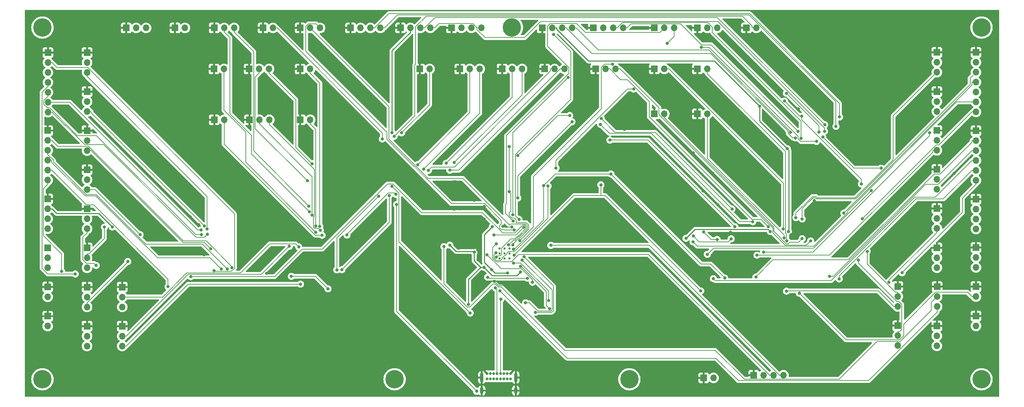
<source format=gbr>
%TF.GenerationSoftware,KiCad,Pcbnew,8.0.5*%
%TF.CreationDate,2024-09-28T19:10:59+02:00*%
%TF.ProjectId,FCU_Mainboard_v4,4643555f-4d61-4696-9e62-6f6172645f76,rev?*%
%TF.SameCoordinates,Original*%
%TF.FileFunction,Copper,L2,Bot*%
%TF.FilePolarity,Positive*%
%FSLAX46Y46*%
G04 Gerber Fmt 4.6, Leading zero omitted, Abs format (unit mm)*
G04 Created by KiCad (PCBNEW 8.0.5) date 2024-09-28 19:10:59*
%MOMM*%
%LPD*%
G01*
G04 APERTURE LIST*
%TA.AperFunction,ComponentPad*%
%ADD10C,0.700000*%
%TD*%
%TA.AperFunction,ComponentPad*%
%ADD11O,0.900000X2.400000*%
%TD*%
%TA.AperFunction,ComponentPad*%
%ADD12O,0.900000X1.700000*%
%TD*%
%TA.AperFunction,ComponentPad*%
%ADD13R,1.700000X1.700000*%
%TD*%
%TA.AperFunction,ComponentPad*%
%ADD14O,1.700000X1.700000*%
%TD*%
%TA.AperFunction,ComponentPad*%
%ADD15C,3.100000*%
%TD*%
%TA.AperFunction,ConnectorPad*%
%ADD16C,4.700000*%
%TD*%
%TA.AperFunction,ComponentPad*%
%ADD17C,0.600000*%
%TD*%
%TA.AperFunction,ViaPad*%
%ADD18C,0.800000*%
%TD*%
%TA.AperFunction,Conductor*%
%ADD19C,0.200000*%
%TD*%
%TA.AperFunction,Conductor*%
%ADD20C,0.220000*%
%TD*%
G04 APERTURE END LIST*
D10*
%TO.P,P1,A1,GND*%
%TO.N,GND*%
X138650000Y-113540000D03*
%TO.P,P1,A4,VBUS*%
%TO.N,+5V*%
X139500000Y-113540000D03*
%TO.P,P1,A5,CC*%
%TO.N,unconnected-(P1-CC-PadA5)*%
X140350000Y-113540000D03*
%TO.P,P1,A6,D+*%
%TO.N,/USB_D+*%
X141200000Y-113540000D03*
%TO.P,P1,A7,D-*%
%TO.N,/USB_D-*%
X142050000Y-113540000D03*
%TO.P,P1,A8*%
%TO.N,N/C*%
X142900000Y-113540000D03*
%TO.P,P1,A9,VBUS*%
%TO.N,+5V*%
X143750000Y-113540000D03*
%TO.P,P1,A12,GND*%
%TO.N,GND*%
X144600000Y-113540000D03*
%TO.P,P1,B1,GND*%
X144600000Y-114890000D03*
%TO.P,P1,B4,VBUS*%
%TO.N,+5V*%
X143750000Y-114890000D03*
%TO.P,P1,B5,VCONN*%
%TO.N,unconnected-(P1-VCONN-PadB5)*%
X142900000Y-114890000D03*
%TO.P,P1,B6*%
%TO.N,N/C*%
X142050000Y-114890000D03*
%TO.P,P1,B7*%
X141200000Y-114890000D03*
%TO.P,P1,B8*%
X140350000Y-114890000D03*
%TO.P,P1,B9,VBUS*%
%TO.N,+5V*%
X139500000Y-114890000D03*
%TO.P,P1,B12,GND*%
%TO.N,GND*%
X138650000Y-114890000D03*
D11*
%TO.P,P1,S1,SHIELD*%
X137300000Y-114520000D03*
D12*
X137300000Y-117900000D03*
D11*
X145950000Y-114520000D03*
D12*
X145950000Y-117900000D03*
%TD*%
D13*
%TO.P,J55,1,Pin_1*%
%TO.N,GND*%
X263600000Y-31360000D03*
D14*
%TO.P,J55,2,Pin_2*%
%TO.N,L_R10*%
X263600000Y-33900000D03*
%TO.P,J55,3,Pin_3*%
%TO.N,L_R20*%
X263600000Y-36440000D03*
%TO.P,J55,4,Pin_4*%
%TO.N,L_R40*%
X263600000Y-38980000D03*
%TO.P,J55,5,Pin_5*%
%TO.N,L_R80*%
X263600000Y-41520000D03*
%TO.P,J55,6,Pin_6*%
%TO.N,L_R160*%
X263600000Y-44060000D03*
%TO.P,J55,7,Pin_7*%
%TO.N,L_R320*%
X263600000Y-46600000D03*
%TD*%
D13*
%TO.P,J56,1,Pin_1*%
%TO.N,GND*%
X253650000Y-91300000D03*
D14*
%TO.P,J56,2,Pin_2*%
%TO.N,L_EFIS_BARO_LEFT*%
X253650000Y-93840000D03*
%TO.P,J56,3,Pin_3*%
%TO.N,L_EFIS_BARO_RIGHT*%
X253650000Y-96380000D03*
%TD*%
D13*
%TO.P,J11,1,Pin_1*%
%TO.N,GND*%
X153340000Y-35600000D03*
D14*
%TO.P,J11,2,Pin_2*%
%TO.N,AP1_LED*%
X155880000Y-35600000D03*
%TO.P,J11,3,Pin_3*%
%TO.N,AP1_BTN*%
X158420000Y-35600000D03*
%TD*%
D13*
%TO.P,J49,1,Pin_1*%
%TO.N,GND*%
X45400000Y-91400000D03*
D14*
%TO.P,J49,2,Pin_2*%
%TO.N,R_VOR_1*%
X45400000Y-93940000D03*
%TO.P,J49,3,Pin_3*%
%TO.N,R_ADF_1*%
X45400000Y-96480000D03*
%TD*%
D13*
%TO.P,J57,1,Pin_1*%
%TO.N,GND*%
X243600000Y-91250000D03*
D14*
%TO.P,J57,2,Pin_2*%
%TO.N,L_VOR_1*%
X243600000Y-93790000D03*
%TO.P,J57,3,Pin_3*%
%TO.N,L_ADF_1*%
X243600000Y-96330000D03*
%TD*%
D13*
%TO.P,J37,1,Pin_1*%
%TO.N,GND*%
X181400000Y-47100000D03*
D14*
%TO.P,J37,2,Pin_2*%
%TO.N,HDG_PUSH*%
X183940000Y-47100000D03*
%TD*%
D15*
%TO.P,H3,1*%
%TO.N,N/C*%
X265000000Y-25000000D03*
D16*
X265000000Y-25000000D03*
%TD*%
D13*
%TO.P,J33,1,Pin_1*%
%TO.N,GND*%
X58900000Y-25100000D03*
D14*
%TO.P,J33,2,Pin_2*%
%TO.N,LVL_OFF_BTN*%
X61440000Y-25100000D03*
%TD*%
D15*
%TO.P,H1,1*%
%TO.N,N/C*%
X175000000Y-115000000D03*
D16*
X175000000Y-115000000D03*
%TD*%
D13*
%TO.P,J54,1,Pin_1*%
%TO.N,GND*%
X263600000Y-51400000D03*
D14*
%TO.P,J54,2,Pin_2*%
%TO.N,L_ILS*%
X263600000Y-53940000D03*
%TO.P,J54,3,Pin_3*%
%TO.N,L_VOR*%
X263600000Y-56480000D03*
%TO.P,J54,4,Pin_4*%
%TO.N,L_MAP*%
X263600000Y-59020000D03*
%TO.P,J54,5,Pin_5*%
%TO.N,L_ARC*%
X263600000Y-61560000D03*
%TO.P,J54,6,Pin_6*%
%TO.N,L_PLAN*%
X263600000Y-64100000D03*
%TD*%
D13*
%TO.P,J72,1,Pin_1*%
%TO.N,GND*%
X68850000Y-35600000D03*
D14*
%TO.P,J72,2,Pin_2*%
%TO.N,VSPEED_PULL*%
X71390000Y-35600000D03*
%TD*%
D13*
%TO.P,J42,1,Pin_1*%
%TO.N,GND*%
X90900000Y-25100000D03*
D14*
%TO.P,J42,2,Pin_2*%
%TO.N,ALT_LEFT*%
X93440000Y-25100000D03*
%TO.P,J42,3,Pin_3*%
%TO.N,ALT_RIGHT*%
X95980000Y-25100000D03*
%TD*%
D15*
%TO.P,H7,1*%
%TO.N,N/C*%
X265000000Y-115000000D03*
D16*
X265000000Y-115000000D03*
%TD*%
D13*
%TO.P,J6,1,Pin_1*%
%TO.N,GND*%
X77900000Y-48600000D03*
D14*
%TO.P,J6,2,Pin_2*%
%TO.N,APPR_LED*%
X80440000Y-48600000D03*
%TO.P,J6,3,Pin_3*%
%TO.N,APPR_BTN*%
X82980000Y-48600000D03*
%TD*%
D13*
%TO.P,J14,1,Pin_1*%
%TO.N,GND*%
X116530000Y-25100000D03*
D14*
%TO.P,J14,2,Pin_2*%
%TO.N,+3V3*%
X119070000Y-25100000D03*
%TO.P,J14,3,Pin_3*%
%TO.N,/OLEDs/ALT_SCL*%
X121610000Y-25100000D03*
%TO.P,J14,4,Pin_4*%
%TO.N,/OLEDs/ALT_SDA*%
X124150000Y-25100000D03*
%TD*%
D13*
%TO.P,J46,1,Pin_1*%
%TO.N,GND*%
X68900000Y-25100000D03*
D14*
%TO.P,J46,2,Pin_2*%
%TO.N,VSPEED_LEFT*%
X71440000Y-25100000D03*
%TO.P,J46,3,Pin_3*%
%TO.N,VSPEED_RIGHT*%
X73980000Y-25100000D03*
%TD*%
D13*
%TO.P,J53,1,Pin_1*%
%TO.N,GND*%
X26400000Y-31400000D03*
D14*
%TO.P,J53,2,Pin_2*%
%TO.N,R_R10*%
X26400000Y-33940000D03*
%TO.P,J53,3,Pin_3*%
%TO.N,R_R20*%
X26400000Y-36480000D03*
%TO.P,J53,4,Pin_4*%
%TO.N,R_R40*%
X26400000Y-39020000D03*
%TO.P,J53,5,Pin_5*%
%TO.N,R_R80*%
X26400000Y-41560000D03*
%TO.P,J53,6,Pin_6*%
%TO.N,R_R160*%
X26400000Y-44100000D03*
%TO.P,J53,7,Pin_7*%
%TO.N,R_R320*%
X26400000Y-46640000D03*
%TD*%
D15*
%TO.P,H2,1*%
%TO.N,N/C*%
X25000000Y-115000000D03*
D16*
X25000000Y-115000000D03*
%TD*%
D13*
%TO.P,J1,1,Pin_1*%
%TO.N,GND*%
X26350000Y-68850000D03*
D14*
%TO.P,J1,2,Pin_2*%
%TO.N,+3V3*%
X26350000Y-71390000D03*
%TO.P,J1,3,Pin_3*%
%TO.N,/OLEDs/R_EFIS_SCL*%
X26350000Y-73930000D03*
%TO.P,J1,4,Pin_4*%
%TO.N,/OLEDs/R_EFIS_SDA*%
X26350000Y-76470000D03*
%TD*%
D13*
%TO.P,J47,1,Pin_1*%
%TO.N,GND*%
X253600000Y-41400000D03*
D14*
%TO.P,J47,2,Pin_2*%
%TO.N,L_EFIS_NDB_LED*%
X253600000Y-43940000D03*
%TO.P,J47,3,Pin_3*%
%TO.N,L_NDB_BTN*%
X253600000Y-46480000D03*
%TD*%
D13*
%TO.P,J35,1,Pin_1*%
%TO.N,GND*%
X181400000Y-25100000D03*
D14*
%TO.P,J35,2,Pin_2*%
%TO.N,HDG_LEFT*%
X183940000Y-25100000D03*
%TO.P,J35,3,Pin_3*%
%TO.N,HDG_RIGHT*%
X186480000Y-25100000D03*
%TD*%
D13*
%TO.P,J24,1,Pin_1*%
%TO.N,GND*%
X263600000Y-98800000D03*
D14*
%TO.P,J24,2,Pin_2*%
%TO.N,L_BARO_PUSH*%
X263600000Y-101340000D03*
%TD*%
D13*
%TO.P,J44,1,Pin_1*%
%TO.N,GND*%
X26350000Y-98850000D03*
D14*
%TO.P,J44,2,Pin_2*%
%TO.N,R_BARO_PUSH*%
X26350000Y-101390000D03*
%TD*%
D13*
%TO.P,J7,1,Pin_1*%
%TO.N,GND*%
X77850000Y-35600000D03*
D14*
%TO.P,J7,2,Pin_2*%
%TO.N,EXPED_LED*%
X80390000Y-35600000D03*
%TO.P,J7,3,Pin_3*%
%TO.N,EXPED_BTN*%
X82930000Y-35600000D03*
%TD*%
D13*
%TO.P,J32,1,Pin_1*%
%TO.N,GND*%
X81400000Y-25100000D03*
D14*
%TO.P,J32,2,Pin_2*%
%TO.N,METRIC_ALT_BTN*%
X83940000Y-25100000D03*
%TD*%
D13*
%TO.P,J3,1,Pin_1*%
%TO.N,GND*%
X152730000Y-25100000D03*
D14*
%TO.P,J3,2,Pin_2*%
%TO.N,+3V3*%
X155270000Y-25100000D03*
%TO.P,J3,3,Pin_3*%
%TO.N,/OLEDs/SPD_SCL*%
X157810000Y-25100000D03*
%TO.P,J3,4,Pin_4*%
%TO.N,/OLEDs/SPD_SDA*%
X160350000Y-25100000D03*
%TD*%
D13*
%TO.P,J8,1,Pin_1*%
%TO.N,GND*%
X166400000Y-35600000D03*
D14*
%TO.P,J8,2,Pin_2*%
%TO.N,LOC_LED*%
X168940000Y-35600000D03*
%TO.P,J8,3,Pin_3*%
%TO.N,LOC_BTN*%
X171480000Y-35600000D03*
%TD*%
D13*
%TO.P,J70,1,Pin_1*%
%TO.N,GND*%
X181400000Y-35600000D03*
D14*
%TO.P,J70,2,Pin_2*%
%TO.N,HDG_PULL*%
X183940000Y-35600000D03*
%TD*%
D13*
%TO.P,J34,1,Pin_1*%
%TO.N,GND*%
X192400000Y-47100000D03*
D14*
%TO.P,J34,2,Pin_2*%
%TO.N,SPD_PUSH*%
X194940000Y-47100000D03*
%TD*%
D13*
%TO.P,J39,1,Pin_1*%
%TO.N,GND*%
X36400000Y-101400000D03*
D14*
%TO.P,J39,2,Pin_2*%
%TO.N,R_BARO_hPa*%
X36400000Y-103940000D03*
%TO.P,J39,3,Pin_3*%
%TO.N,R_BARO_inHg*%
X36400000Y-106480000D03*
%TD*%
D13*
%TO.P,J21,1,Pin_1*%
%TO.N,GND*%
X36400000Y-41400000D03*
D14*
%TO.P,J21,2,Pin_2*%
%TO.N,R_EFIS_NDB_LED*%
X36400000Y-43940000D03*
%TO.P,J21,3,Pin_3*%
%TO.N,R_NDB_BTN*%
X36400000Y-46480000D03*
%TD*%
D13*
%TO.P,J31,1,Pin_1*%
%TO.N,GND*%
X121400000Y-35600000D03*
D14*
%TO.P,J31,2,Pin_2*%
%TO.N,HDG{slash}TRK_BTN*%
X123940000Y-35600000D03*
%TD*%
D13*
%TO.P,J10,1,Pin_1*%
%TO.N,GND*%
X131700000Y-35600000D03*
D14*
%TO.P,J10,2,Pin_2*%
%TO.N,AP2_LED*%
X134240000Y-35600000D03*
%TO.P,J10,3,Pin_3*%
%TO.N,AP2_BTN*%
X136780000Y-35600000D03*
%TD*%
D15*
%TO.P,H4,1*%
%TO.N,N/C*%
X25000000Y-25000000D03*
D16*
X25000000Y-25000000D03*
%TD*%
D13*
%TO.P,J17,1,Pin_1*%
%TO.N,GND*%
X36400000Y-71400000D03*
D14*
%TO.P,J17,2,Pin_2*%
%TO.N,R_EFIS_LS_LED*%
X36400000Y-73940000D03*
%TO.P,J17,3,Pin_3*%
%TO.N,R_LS_BTN*%
X36400000Y-76480000D03*
%TD*%
D13*
%TO.P,J18,1,Pin_1*%
%TO.N,GND*%
X26350000Y-81400000D03*
D14*
%TO.P,J18,2,Pin_2*%
%TO.N,R_EFIS_CSTR_LED*%
X26350000Y-83940000D03*
%TO.P,J18,3,Pin_3*%
%TO.N,R_CSTR_BTN*%
X26350000Y-86480000D03*
%TD*%
D13*
%TO.P,J51,1,Pin_1*%
%TO.N,GND*%
X26350000Y-51350000D03*
D14*
%TO.P,J51,2,Pin_2*%
%TO.N,R_ILS*%
X26350000Y-53890000D03*
%TO.P,J51,3,Pin_3*%
%TO.N,R_VOR*%
X26350000Y-56430000D03*
%TO.P,J51,4,Pin_4*%
%TO.N,R_MAP*%
X26350000Y-58970000D03*
%TO.P,J51,5,Pin_5*%
%TO.N,R_ARC*%
X26350000Y-61510000D03*
%TO.P,J51,6,Pin_6*%
%TO.N,R_PLAN*%
X26350000Y-64050000D03*
%TD*%
D13*
%TO.P,J22,1,Pin_1*%
%TO.N,GND*%
X36400000Y-31400000D03*
D14*
%TO.P,J22,2,Pin_2*%
%TO.N,R_EFIS_ARPT_LED*%
X36400000Y-33940000D03*
%TO.P,J22,3,Pin_3*%
%TO.N,R_ARPT_BTN*%
X36400000Y-36480000D03*
%TD*%
D13*
%TO.P,J38,1,Pin_1*%
%TO.N,GND*%
X26350000Y-91370000D03*
D14*
%TO.P,J38,2,Pin_2*%
%TO.N,R_BARO_PULL*%
X26350000Y-93910000D03*
%TD*%
D13*
%TO.P,J69,1,Pin_1*%
%TO.N,GND*%
X192400000Y-35600000D03*
D14*
%TO.P,J69,2,Pin_2*%
%TO.N,SPD_PULL*%
X194940000Y-35600000D03*
%TD*%
D13*
%TO.P,J25,1,Pin_1*%
%TO.N,GND*%
X253600000Y-101350000D03*
D14*
%TO.P,J25,2,Pin_2*%
%TO.N,L_BARO_hPa*%
X253600000Y-103890000D03*
%TO.P,J25,3,Pin_3*%
%TO.N,L_BARO_inHg*%
X253600000Y-106430000D03*
%TD*%
D13*
%TO.P,J19,1,Pin_1*%
%TO.N,GND*%
X36400000Y-61400000D03*
D14*
%TO.P,J19,2,Pin_2*%
%TO.N,R_EFIS_WPT_LED*%
X36400000Y-63940000D03*
%TO.P,J19,3,Pin_3*%
%TO.N,R_WPT_BTN*%
X36400000Y-66480000D03*
%TD*%
D15*
%TO.P,H5,1*%
%TO.N,N/C*%
X115000000Y-115000000D03*
D16*
X115000000Y-115000000D03*
%TD*%
D13*
%TO.P,J58,1,Pin_1*%
%TO.N,GND*%
X243600000Y-101300000D03*
D14*
%TO.P,J58,2,Pin_2*%
%TO.N,L_VOR_2*%
X243600000Y-103840000D03*
%TO.P,J58,3,Pin_3*%
%TO.N,L_ADF_2*%
X243600000Y-106380000D03*
%TD*%
D13*
%TO.P,J15,1,Pin_1*%
%TO.N,GND*%
X103760000Y-25100000D03*
D14*
%TO.P,J15,2,Pin_2*%
%TO.N,+3V3*%
X106300000Y-25100000D03*
%TO.P,J15,3,Pin_3*%
%TO.N,/OLEDs/VSPEED_SCL*%
X108840000Y-25100000D03*
%TO.P,J15,4,Pin_4*%
%TO.N,/OLEDs/VSPEED_SDA*%
X111380000Y-25100000D03*
%TD*%
D13*
%TO.P,J16,1,Pin_1*%
%TO.N,GND*%
X36400000Y-81400000D03*
D14*
%TO.P,J16,2,Pin_2*%
%TO.N,R_EFIS_FD_LED*%
X36400000Y-83940000D03*
%TO.P,J16,3,Pin_3*%
%TO.N,R_FD_BTN*%
X36400000Y-86480000D03*
%TD*%
D13*
%TO.P,J30,1,Pin_1*%
%TO.N,GND*%
X204900000Y-25100000D03*
D14*
%TO.P,J30,2,Pin_2*%
%TO.N,SPD{slash}MACH_BTN*%
X207440000Y-25100000D03*
%TD*%
D13*
%TO.P,J40,1,Pin_1*%
%TO.N,GND*%
X253600000Y-51350000D03*
D14*
%TO.P,J40,2,Pin_2*%
%TO.N,L_EFIS_VORD_LED*%
X253600000Y-53890000D03*
%TO.P,J40,3,Pin_3*%
%TO.N,L_VORD_BTN*%
X253600000Y-56430000D03*
%TD*%
D13*
%TO.P,J45,1,Pin_1*%
%TO.N,GND*%
X46400000Y-25100000D03*
D14*
%TO.P,J45,2,Pin_2*%
%TO.N,ALT_100*%
X48940000Y-25100000D03*
%TO.P,J45,3,Pin_3*%
%TO.N,ALT_1000*%
X51480000Y-25100000D03*
%TD*%
D13*
%TO.P,J28,1,Pin_1*%
%TO.N,GND*%
X263600000Y-81300000D03*
D14*
%TO.P,J28,2,Pin_2*%
%TO.N,L_EFIS_CSTR_LED*%
X263600000Y-83840000D03*
%TO.P,J28,3,Pin_3*%
%TO.N,L_CSTR_BTN*%
X263600000Y-86380000D03*
%TD*%
D13*
%TO.P,J23,1,Pin_1*%
%TO.N,GND*%
X263600000Y-91300000D03*
D14*
%TO.P,J23,2,Pin_2*%
%TO.N,L_BARO_PULL*%
X263600000Y-93840000D03*
%TD*%
D13*
%TO.P,J41,1,Pin_1*%
%TO.N,GND*%
X192400000Y-25100000D03*
D14*
%TO.P,J41,2,Pin_2*%
%TO.N,SPD_LEFT*%
X194940000Y-25100000D03*
%TO.P,J41,3,Pin_3*%
%TO.N,SPD_RIGHT*%
X197480000Y-25100000D03*
%TD*%
D13*
%TO.P,J59,1,Pin_1*%
%TO.N,GND*%
X193975000Y-114650000D03*
D14*
%TO.P,J59,2,Pin_2*%
%TO.N,/~{USB_BOOT}*%
X196515000Y-114650000D03*
%TD*%
D17*
%TO.P,U8,57,GND*%
%TO.N,GND*%
X144400000Y-84075000D03*
X144400000Y-82800000D03*
X144400000Y-81525000D03*
X143125000Y-84075000D03*
X143125000Y-82800000D03*
X143125000Y-81525000D03*
X141850000Y-84075000D03*
X141850000Y-82800000D03*
X141850000Y-81525000D03*
%TD*%
D13*
%TO.P,J2,1,Pin_1*%
%TO.N,GND*%
X263600000Y-68900000D03*
D14*
%TO.P,J2,2,Pin_2*%
%TO.N,+3V3*%
X263600000Y-71440000D03*
%TO.P,J2,3,Pin_3*%
%TO.N,/OLEDs/L_EFIS_SCL*%
X263600000Y-73980000D03*
%TO.P,J2,4,Pin_4*%
%TO.N,/OLEDs/L_EFIS_SDA*%
X263600000Y-76520000D03*
%TD*%
D13*
%TO.P,J36,1,Pin_1*%
%TO.N,GND*%
X36400000Y-91400000D03*
D14*
%TO.P,J36,2,Pin_2*%
%TO.N,R_EFIS_BARO_LEFT*%
X36400000Y-93940000D03*
%TO.P,J36,3,Pin_3*%
%TO.N,R_EFIS_BARO_RIGHT*%
X36400000Y-96480000D03*
%TD*%
D13*
%TO.P,J60,1,Pin_1*%
%TO.N,GND*%
X206780000Y-113950000D03*
D14*
%TO.P,J60,2,Pin_2*%
%TO.N,/SWD*%
X209320000Y-113950000D03*
%TO.P,J60,3,Pin_3*%
%TO.N,/SWCLK*%
X211860000Y-113950000D03*
%TO.P,J60,4,Pin_4*%
%TO.N,/~{RST}*%
X214400000Y-113950000D03*
%TD*%
D13*
%TO.P,J29,1,Pin_1*%
%TO.N,GND*%
X253600000Y-61300000D03*
D14*
%TO.P,J29,2,Pin_2*%
%TO.N,L_EFIS_WPT_LED*%
X253600000Y-63840000D03*
%TO.P,J29,3,Pin_3*%
%TO.N,L_WPT_BTN*%
X253600000Y-66380000D03*
%TD*%
D13*
%TO.P,J4,1,Pin_1*%
%TO.N,GND*%
X165760000Y-25100000D03*
D14*
%TO.P,J4,2,Pin_2*%
%TO.N,+3V3*%
X168300000Y-25100000D03*
%TO.P,J4,3,Pin_3*%
%TO.N,/OLEDs/HDG_SCL*%
X170840000Y-25100000D03*
%TO.P,J4,4,Pin_4*%
%TO.N,/OLEDs/HDG_SDA*%
X173380000Y-25100000D03*
%TD*%
D13*
%TO.P,J27,1,Pin_1*%
%TO.N,GND*%
X253600000Y-71300000D03*
D14*
%TO.P,J27,2,Pin_2*%
%TO.N,L_EFIS_LS_LED*%
X253600000Y-73840000D03*
%TO.P,J27,3,Pin_3*%
%TO.N,L_LS_BTN*%
X253600000Y-76380000D03*
%TD*%
D13*
%TO.P,J48,1,Pin_1*%
%TO.N,GND*%
X68900000Y-48600000D03*
D14*
%TO.P,J48,2,Pin_2*%
%TO.N,VSPEED_PUSH*%
X71440000Y-48600000D03*
%TD*%
D13*
%TO.P,J20,1,Pin_1*%
%TO.N,GND*%
X36400000Y-51400000D03*
D14*
%TO.P,J20,2,Pin_2*%
%TO.N,R_EFIS_VORD_LED*%
X36400000Y-53940000D03*
%TO.P,J20,3,Pin_3*%
%TO.N,R_VORD_BTN*%
X36400000Y-56480000D03*
%TD*%
D13*
%TO.P,J71,1,Pin_1*%
%TO.N,GND*%
X90850000Y-35600000D03*
D14*
%TO.P,J71,2,Pin_2*%
%TO.N,ALT_PULL*%
X93390000Y-35600000D03*
%TD*%
D13*
%TO.P,J43,1,Pin_1*%
%TO.N,GND*%
X90900000Y-48600000D03*
D14*
%TO.P,J43,2,Pin_2*%
%TO.N,ALT_PUSH*%
X93440000Y-48600000D03*
%TD*%
D13*
%TO.P,J5,1,Pin_1*%
%TO.N,GND*%
X129540000Y-25100000D03*
D14*
%TO.P,J5,2,Pin_2*%
%TO.N,+3V3*%
X132080000Y-25100000D03*
%TO.P,J5,3,Pin_3*%
%TO.N,/OLEDs/HDG{slash}TRK_SCL*%
X134620000Y-25100000D03*
%TO.P,J5,4,Pin_4*%
%TO.N,/OLEDs/HDG{slash}TRK_SDA*%
X137160000Y-25100000D03*
%TD*%
D13*
%TO.P,J52,1,Pin_1*%
%TO.N,GND*%
X253600000Y-31350000D03*
D14*
%TO.P,J52,2,Pin_2*%
%TO.N,L_EFIS_ARPT_LED*%
X253600000Y-33890000D03*
%TO.P,J52,3,Pin_3*%
%TO.N,L_ARPT_BTN*%
X253600000Y-36430000D03*
%TD*%
D15*
%TO.P,H6,1*%
%TO.N,N/C*%
X145000000Y-25000000D03*
D16*
X145000000Y-25000000D03*
%TD*%
D13*
%TO.P,J9,1,Pin_1*%
%TO.N,GND*%
X142490000Y-35600000D03*
D14*
%TO.P,J9,2,Pin_2*%
%TO.N,A{slash}THR_LED*%
X145030000Y-35600000D03*
%TO.P,J9,3,Pin_3*%
%TO.N,A{slash}THR_BTN*%
X147570000Y-35600000D03*
%TD*%
D13*
%TO.P,J26,1,Pin_1*%
%TO.N,GND*%
X253600000Y-81350000D03*
D14*
%TO.P,J26,2,Pin_2*%
%TO.N,L_EFIS_FD_LED*%
X253600000Y-83890000D03*
%TO.P,J26,3,Pin_3*%
%TO.N,L_FD_BTN*%
X253600000Y-86430000D03*
%TD*%
D13*
%TO.P,J50,1,Pin_1*%
%TO.N,GND*%
X45400000Y-101400000D03*
D14*
%TO.P,J50,2,Pin_2*%
%TO.N,R_VOR_2*%
X45400000Y-103940000D03*
%TO.P,J50,3,Pin_3*%
%TO.N,R_ADF_2*%
X45400000Y-106480000D03*
%TD*%
D18*
%TO.N,GND*%
X132900000Y-65900000D03*
X135300000Y-69200000D03*
X131700000Y-71350000D03*
X77100000Y-84850000D03*
X112700000Y-78800000D03*
X110500000Y-74950000D03*
X107450000Y-65450000D03*
X130200000Y-71500000D03*
X82300000Y-87850000D03*
X75250000Y-86600000D03*
X52900000Y-92100000D03*
X63450000Y-93100000D03*
X86550000Y-88900000D03*
X80650000Y-93350000D03*
X66350000Y-83150000D03*
X83350000Y-83000000D03*
X76896788Y-82450000D03*
X128500000Y-66250000D03*
X84950000Y-73800000D03*
X79100000Y-75150000D03*
X82800000Y-77750000D03*
X207950000Y-75650000D03*
X203500000Y-78450000D03*
X193800000Y-66800000D03*
X197650000Y-70400000D03*
X194150000Y-72300000D03*
X216350000Y-78000000D03*
X218150000Y-77150000D03*
X209600000Y-105550000D03*
X202550000Y-92850000D03*
X137900000Y-66200000D03*
X116200000Y-60850000D03*
X130300000Y-64400000D03*
X128150000Y-49750000D03*
X134650000Y-51200000D03*
X141550000Y-54250000D03*
X137700000Y-60500000D03*
X138600000Y-97250000D03*
X144200000Y-97050000D03*
X130850000Y-90500000D03*
X135500000Y-92450000D03*
X148550000Y-93200000D03*
X140500000Y-89950000D03*
X143800000Y-91050000D03*
X200850000Y-77400000D03*
X222250000Y-69300000D03*
X222400000Y-76550000D03*
X258000000Y-62350000D03*
X260000000Y-66550000D03*
X256950000Y-69400000D03*
X244500000Y-54900000D03*
X267700000Y-62000000D03*
X258350000Y-54050000D03*
X248000000Y-65400000D03*
X256200000Y-58650000D03*
X42600000Y-79800000D03*
X39600000Y-89100000D03*
X22750000Y-79100000D03*
X31500000Y-82800000D03*
X29150000Y-77850000D03*
X179200000Y-46800000D03*
X173750000Y-51050000D03*
X173400000Y-48250000D03*
X170550000Y-57800000D03*
X220950000Y-44550000D03*
X218200000Y-45800000D03*
X104450000Y-50000000D03*
X112700000Y-41750000D03*
X117200000Y-45600000D03*
X62750000Y-73400000D03*
X65000000Y-75400000D03*
X223850000Y-43400000D03*
X224050000Y-46750000D03*
X84200000Y-42850000D03*
X92050000Y-42350000D03*
X104900000Y-41700000D03*
X99050000Y-43400000D03*
X101550000Y-29550000D03*
X149550000Y-23850000D03*
X139850000Y-30950000D03*
X140300000Y-40600000D03*
X126300000Y-46700000D03*
X129050000Y-39000000D03*
X115800000Y-36300000D03*
X111350000Y-32400000D03*
X121900000Y-31050000D03*
X99550000Y-75550000D03*
X189300000Y-67100000D03*
X180750000Y-59650000D03*
X191350000Y-57050000D03*
X196300000Y-62200000D03*
X199850000Y-66050000D03*
X199200000Y-55800000D03*
X207450000Y-66200000D03*
X204050000Y-61800000D03*
X227450000Y-62050000D03*
X218800000Y-69400000D03*
X222100000Y-66850000D03*
X235550000Y-56550000D03*
X209750000Y-57850000D03*
X219900000Y-57950000D03*
X155850000Y-99450000D03*
X147250000Y-101650000D03*
X138600000Y-100800000D03*
X138950000Y-93950000D03*
X142650000Y-75850000D03*
X145000000Y-76000000D03*
X137900000Y-70800000D03*
X139569237Y-73137361D03*
X125900000Y-86500000D03*
X124100000Y-83150000D03*
X160350000Y-74500000D03*
X138750000Y-63800000D03*
X131000000Y-76450000D03*
X137880872Y-73965975D03*
X148050000Y-71900000D03*
X149500000Y-71600000D03*
X135250000Y-81400000D03*
X131300000Y-81450000D03*
X136300000Y-84400000D03*
X136250000Y-81850000D03*
X159150000Y-91150000D03*
X154350000Y-85350000D03*
%TO.N,U6_MP_SIG*%
X140916900Y-82669300D03*
X154208500Y-65558700D03*
%TO.N,R_ARPT_BTN*%
X67073600Y-76544600D03*
%TO.N,R_NDB_BTN*%
X66408500Y-75789100D03*
%TO.N,R_VORD_BTN*%
X68047500Y-81634900D03*
%TO.N,R_WPT_BTN*%
X49965300Y-77982900D03*
%TO.N,R_LS_BTN*%
X38731000Y-85877800D03*
%TO.N,U5_MP_SIG*%
X148096700Y-83632900D03*
X151018200Y-97846200D03*
X134334500Y-98054500D03*
X114344700Y-65647700D03*
%TO.N,U4_MP_SIG*%
X138643500Y-83137900D03*
X150233400Y-90185300D03*
%TO.N,U3_MP_SIG*%
X138783300Y-88876000D03*
X148982100Y-89141200D03*
%TO.N,U2_MP_SIG*%
X147593500Y-84466500D03*
X148481500Y-95433100D03*
X97974600Y-91842800D03*
X88613200Y-88665600D03*
%TO.N,MP_S1*%
X145367000Y-81676200D03*
X153060800Y-65452700D03*
X113614800Y-67970900D03*
X101535000Y-86959000D03*
X170289000Y-62456300D03*
X199380600Y-89105300D03*
%TO.N,MP_S0*%
X193233800Y-92385100D03*
X167726300Y-65245600D03*
X110917400Y-68145500D03*
X100232500Y-87017200D03*
X145593400Y-83229400D03*
%TO.N,MP_S3*%
X201966400Y-75973600D03*
X170036600Y-53804400D03*
X144256900Y-55470100D03*
X144301700Y-66996500D03*
X115295700Y-67646100D03*
X102839500Y-78090700D03*
X145204663Y-80563784D03*
%TO.N,U1_MP_SIG*%
X140994200Y-83775300D03*
X62926300Y-88742900D03*
%TO.N,MP_S2*%
X191346600Y-78329200D03*
X201015300Y-79044800D03*
%TO.N,L_VOR_2*%
X233505500Y-84512400D03*
%TO.N,L_ADF_1*%
X215166800Y-92449100D03*
%TO.N,L_VOR_1*%
X235788000Y-82273700D03*
%TO.N,/QSPI_SD3*%
X145425900Y-85232400D03*
X154375200Y-94803000D03*
%TO.N,/QSPI_SS*%
X147204000Y-86090800D03*
X154650200Y-96944300D03*
%TO.N,/~{RST}*%
X154932000Y-80724100D03*
X140365800Y-78071600D03*
X148033100Y-76139700D03*
%TO.N,/SWD*%
X115506700Y-70290400D03*
X135961800Y-118068000D03*
%TO.N,/SWCLK*%
X140992400Y-80337700D03*
%TO.N,/USB_D+*%
X140767272Y-91602197D03*
%TO.N,/USB_D-*%
X142201300Y-94468400D03*
%TO.N,+1V1*%
X139780200Y-86921300D03*
X143906500Y-87807200D03*
X139970969Y-75981631D03*
%TO.N,/OLEDs/SPD_SCL*%
X217418000Y-53235100D03*
%TO.N,/OLEDs/SPD_SDA*%
X216181600Y-51826800D03*
%TO.N,/OLEDs/VSPEED_SCL*%
X228729700Y-47872700D03*
%TO.N,/OLEDs/VSPEED_SDA*%
X227814200Y-50277400D03*
%TO.N,L_R40*%
X229806000Y-72462300D03*
%TO.N,L_R20*%
X219164600Y-73968600D03*
%TO.N,L_R160*%
X191278300Y-79822800D03*
%TO.N,L_R320*%
X234578900Y-73921700D03*
%TO.N,L_MAP*%
X196463200Y-89260500D03*
%TO.N,L_PLAN*%
X244724000Y-87741200D03*
%TO.N,L_ARC*%
X228632000Y-89315900D03*
%TO.N,L_VOR*%
X226157400Y-88656800D03*
%TO.N,L_ILS*%
X207353400Y-88821800D03*
%TO.N,R_R80*%
X65622400Y-78013500D03*
%TO.N,R_R40*%
X33396900Y-88051500D03*
%TO.N,R_R160*%
X65519700Y-76813400D03*
%TO.N,R_R320*%
X67127500Y-77856000D03*
%TO.N,R_R10*%
X68871000Y-87214900D03*
%TO.N,L_ARPT_BTN*%
X217567700Y-73633400D03*
%TO.N,R_VOR*%
X72237200Y-86770700D03*
%TO.N,R_MAP*%
X70737400Y-86775700D03*
%TO.N,R_PLAN*%
X29930700Y-87393700D03*
%TO.N,R_ARC*%
X57122100Y-91292400D03*
%TO.N,R_ILS*%
X73427800Y-86409100D03*
%TO.N,R_ADF_2*%
X90953600Y-90658000D03*
%TO.N,R_VOR_2*%
X88107400Y-80967700D03*
%TO.N,R_VOR_1*%
X90488100Y-81104200D03*
%TO.N,L_NDB_BTN*%
X209280800Y-82439100D03*
X251736600Y-51910600D03*
%TO.N,L_VORD_BTN*%
X207629600Y-83247200D03*
%TO.N,L_WPT_BTN*%
X194922200Y-83032900D03*
X236791900Y-66754300D03*
%TO.N,L_CSTR_BTN*%
X197444500Y-79223200D03*
X194032200Y-77314900D03*
%TO.N,L_LS_BTN*%
X241329300Y-90191900D03*
%TO.N,L_BARO_PULL*%
X218468100Y-92990100D03*
%TO.N,/OLEDs/ALT_SDA*%
X224875000Y-51526600D03*
%TO.N,/OLEDs/ALT_SCL*%
X224950300Y-49867600D03*
%TO.N,/OLEDs/HDG{slash}TRK_SDA*%
X222835300Y-54144900D03*
X193382500Y-30046400D03*
%TO.N,/OLEDs/HDG{slash}TRK_SCL*%
X223456800Y-51710100D03*
X215146300Y-41814100D03*
%TO.N,/OLEDs/HDG_SDA*%
X218113100Y-51582100D03*
%TO.N,/OLEDs/HDG_SCL*%
X218913900Y-53324400D03*
%TO.N,/OLEDs/R_EFIS_SDA*%
X146491100Y-68616900D03*
X160337200Y-49122700D03*
%TO.N,/OLEDs/R_EFIS_SCL*%
X146495800Y-57754700D03*
X159768900Y-47501600D03*
%TO.N,/OLEDs/L_EFIS_SDA*%
X219034500Y-47698600D03*
X214638000Y-43796400D03*
X234293600Y-65031200D03*
%TO.N,/OLEDs/L_EFIS_SCL*%
X224442200Y-53041800D03*
X239350600Y-61001300D03*
%TO.N,SPD{slash}MACH_BTN*%
X114895200Y-52845300D03*
%TO.N,METRIC_ALT_BTN*%
X111872400Y-53530500D03*
%TO.N,HDG{slash}TRK_BTN*%
X116787100Y-51941700D03*
%TO.N,LOC_BTN*%
X221339400Y-79598200D03*
%TO.N,EXPED_BTN*%
X93907300Y-59834700D03*
%TO.N,APPR_BTN*%
X96025700Y-76878900D03*
%TO.N,AP2_BTN*%
X122480300Y-61235500D03*
%TO.N,AP1_BTN*%
X129116300Y-61508100D03*
%TO.N,A{slash}THR_BTN*%
X130269700Y-59558800D03*
%TO.N,VSPEED_PULL*%
X94876200Y-77397900D03*
%TO.N,VSPEED_PUSH*%
X96458200Y-78148700D03*
%TO.N,SPD_PULL*%
X215232647Y-79610815D03*
%TO.N,SPD_PUSH*%
X214565500Y-78800000D03*
%TO.N,HDG_PULL*%
X214271964Y-76499250D03*
%TO.N,HDG_PUSH*%
X219159100Y-79021900D03*
%TO.N,ALT_PULL*%
X95903100Y-75854300D03*
%TO.N,ALT_PUSH*%
X94873600Y-75803500D03*
%TO.N,R_EFIS_FD_LED*%
X40844800Y-76048200D03*
%TO.N,L_EFIS_FD_LED*%
X167607100Y-49766000D03*
X206546400Y-74676300D03*
%TO.N,L_EFIS_CSTR_LED*%
X167823600Y-48302100D03*
X201235400Y-71424400D03*
%TO.N,L_EFIS_ARPT_LED*%
X156252300Y-60927500D03*
X176085200Y-40740500D03*
%TO.N,LOC_LED*%
X210528100Y-75987700D03*
%TO.N,EXPED_LED*%
X92689300Y-64168400D03*
%TO.N,APPR_LED*%
X93920300Y-72975600D03*
%TO.N,A{slash}THR_LED*%
X128193500Y-59708100D03*
%TO.N,AP2_LED*%
X120938500Y-60077000D03*
%TO.N,AP1_LED*%
X123647900Y-61548300D03*
%TO.N,R_EFIS_BARO_RIGHT*%
X46819800Y-84871000D03*
%TO.N,VSPEED_RIGHT*%
X93101800Y-70682500D03*
%TO.N,VSPEED_LEFT*%
X93257100Y-72138800D03*
%TO.N,ALT_RIGHT*%
X145520000Y-76802954D03*
%TO.N,ALT_LEFT*%
X144156417Y-80624487D03*
%TO.N,HDG_RIGHT*%
X145185668Y-72895232D03*
X159378300Y-37723700D03*
X184717300Y-29028500D03*
%TO.N,HDG_LEFT*%
X145305511Y-74500000D03*
%TO.N,SPD_RIGHT*%
X146798199Y-74084862D03*
X155601400Y-26753200D03*
%TO.N,SPD_LEFT*%
X170723500Y-34367900D03*
X146969600Y-79503600D03*
%TO.N,L_EFIS_BARO_RIGHT*%
X141897100Y-92378300D03*
%TO.N,L_EFIS_BARO_LEFT*%
X127625100Y-81065500D03*
%TO.N,+3V3*%
X211006800Y-77183900D03*
X189477800Y-78924900D03*
X135373339Y-82442734D03*
X215653804Y-77213988D03*
X42866200Y-76051200D03*
X129120500Y-80665700D03*
X133904700Y-95878300D03*
X208298600Y-45121800D03*
X215330700Y-55983600D03*
X114354400Y-51900000D03*
X147155900Y-87587600D03*
X137869000Y-86333200D03*
%TD*%
D19*
%TO.N,GND*%
X132900000Y-66800000D02*
X132900000Y-65900000D01*
X135300000Y-69200000D02*
X132900000Y-66800000D01*
X137350000Y-71350000D02*
X137900000Y-70800000D01*
X131700000Y-71350000D02*
X137350000Y-71350000D01*
X77100000Y-84850000D02*
X77000000Y-84850000D01*
X77000000Y-84850000D02*
X75250000Y-86600000D01*
X217200000Y-77150000D02*
X218150000Y-77150000D01*
X216350000Y-78000000D02*
X217200000Y-77150000D01*
%TO.N,HDG_PULL*%
X214431400Y-76339814D02*
X214271964Y-76499250D01*
X183940000Y-35600000D02*
X185142081Y-35600000D01*
%TO.N,SPD_PULL*%
X215198000Y-79576168D02*
X215232647Y-79610815D01*
X215198000Y-77818845D02*
X215198000Y-79576168D01*
X214903804Y-77524649D02*
X215198000Y-77818845D01*
X194940000Y-36802081D02*
X214903804Y-56765885D01*
D20*
%TO.N,+3V3*%
X215785700Y-77082092D02*
X215653804Y-77213988D01*
D19*
%TO.N,SPD_PULL*%
X214903804Y-56765885D02*
X214903804Y-77524649D01*
D20*
%TO.N,+3V3*%
X215330700Y-55983600D02*
X215785700Y-56438600D01*
D19*
%TO.N,HDG_PULL*%
X185142081Y-35600000D02*
X214431400Y-64889319D01*
D20*
%TO.N,+3V3*%
X215785700Y-56438600D02*
X215785700Y-77082092D01*
D19*
%TO.N,L_R160*%
X192416315Y-80960815D02*
X191278300Y-79822800D01*
X230796400Y-72323000D02*
X222158585Y-80960815D01*
X230796400Y-71894100D02*
X230796400Y-72323000D01*
X258630500Y-44060000D02*
X230796400Y-71894100D01*
%TO.N,SPD_PULL*%
X194940000Y-35600000D02*
X194940000Y-36802081D01*
%TO.N,L_R160*%
X263600000Y-44060000D02*
X258630500Y-44060000D01*
%TO.N,LOC_BTN*%
X182563800Y-45481719D02*
X172682081Y-35600000D01*
X210706100Y-75386000D02*
X182563800Y-47243700D01*
X172682081Y-35600000D02*
X171480000Y-35600000D01*
X210777300Y-75386000D02*
X210706100Y-75386000D01*
X211658500Y-76267200D02*
X210777300Y-75386000D01*
X214797722Y-80660815D02*
X211658500Y-77521593D01*
%TO.N,HDG_PUSH*%
X183940000Y-48122100D02*
X183940000Y-47100000D01*
%TO.N,LOC_BTN*%
X220276785Y-80660815D02*
X214797722Y-80660815D01*
%TO.N,HDG_PUSH*%
X211960200Y-76142300D02*
X183940000Y-48122100D01*
X211960200Y-77100900D02*
X211960200Y-76142300D01*
X213815500Y-79110661D02*
X213815500Y-78956200D01*
X215982647Y-79921476D02*
X215543308Y-80360815D01*
X219159100Y-79021900D02*
X218259524Y-79921476D01*
X215543308Y-80360815D02*
X215065654Y-80360815D01*
%TO.N,LOC_BTN*%
X182563800Y-47243700D02*
X182563800Y-45481719D01*
%TO.N,L_R160*%
X222158585Y-80960815D02*
X192416315Y-80960815D01*
%TO.N,HDG_PUSH*%
X215065654Y-80360815D02*
X213815500Y-79110661D01*
%TO.N,HDG_PULL*%
X214431400Y-64889319D02*
X214431400Y-76339814D01*
%TO.N,SPD_PUSH*%
X194940000Y-47100000D02*
X194940000Y-58469100D01*
%TO.N,HDG_PUSH*%
X218259524Y-79921476D02*
X215982647Y-79921476D01*
%TO.N,SPD_PUSH*%
X214565500Y-78094600D02*
X214565500Y-78800000D01*
X194940000Y-58469100D02*
X214565500Y-78094600D01*
%TO.N,LOC_BTN*%
X211658500Y-77521593D02*
X211658500Y-76267200D01*
X221339400Y-79598200D02*
X220276785Y-80660815D01*
%TO.N,HDG_PUSH*%
X213815500Y-78956200D02*
X211960200Y-77100900D01*
%TO.N,GND*%
X209600000Y-99900000D02*
X209600000Y-105550000D01*
X202550000Y-92850000D02*
X209600000Y-99900000D01*
X222400000Y-69450000D02*
X222250000Y-69300000D01*
X143800000Y-91050000D02*
X141600000Y-91050000D01*
%TO.N,L_EFIS_BARO_LEFT*%
X133600200Y-96530100D02*
X127625100Y-90555000D01*
X134205900Y-96530100D02*
X133600200Y-96530100D01*
X140112669Y-90623331D02*
X134205900Y-96530100D01*
%TO.N,GND*%
X141600000Y-91050000D02*
X140500000Y-89950000D01*
%TO.N,L_EFIS_BARO_LEFT*%
X140749067Y-90623331D02*
X140112669Y-90623331D01*
X141475736Y-91350000D02*
X140749067Y-90623331D01*
X158523136Y-107597400D02*
X142275736Y-91350000D01*
X204387100Y-115018300D02*
X196966200Y-107597400D01*
X228578300Y-115018300D02*
X204387100Y-115018300D01*
X238308100Y-105288500D02*
X228578300Y-115018300D01*
X252160200Y-97326900D02*
X244198600Y-105288500D01*
X252160200Y-95329800D02*
X252160200Y-97326900D01*
X244198600Y-105288500D02*
X238308100Y-105288500D01*
X142275736Y-91350000D02*
X141475736Y-91350000D01*
X253650000Y-93840000D02*
X252160200Y-95329800D01*
X127625100Y-90555000D02*
X127625100Y-81065500D01*
%TO.N,/USB_D+*%
X141200000Y-113540000D02*
X141200000Y-92034925D01*
X141200000Y-92034925D02*
X140767272Y-91602197D01*
%TO.N,L_EFIS_BARO_LEFT*%
X196966200Y-107597400D02*
X158523136Y-107597400D01*
%TO.N,L_ARPT_BTN*%
X221815075Y-68250000D02*
X217567700Y-72497375D01*
X232713400Y-68550000D02*
X222984925Y-68550000D01*
X253600000Y-36430000D02*
X242442300Y-47587700D01*
X242442300Y-58821100D02*
X232713400Y-68550000D01*
%TO.N,L_R20*%
X262110200Y-37929800D02*
X263600000Y-36440000D01*
%TO.N,L_ARPT_BTN*%
X222684925Y-68250000D02*
X221815075Y-68250000D01*
%TO.N,L_R20*%
X262110200Y-39579800D02*
X262110200Y-37929800D01*
X232840000Y-68850000D02*
X262110200Y-39579800D01*
%TO.N,L_ARPT_BTN*%
X217567700Y-72497375D02*
X217567700Y-73633400D01*
%TO.N,L_R20*%
X222560661Y-68550000D02*
X222860661Y-68850000D01*
X221939339Y-68550000D02*
X222560661Y-68550000D01*
X219164600Y-73968600D02*
X219164600Y-71324739D01*
%TO.N,L_ARPT_BTN*%
X242442300Y-47587700D02*
X242442300Y-58821100D01*
X222984925Y-68550000D02*
X222684925Y-68250000D01*
%TO.N,L_R20*%
X219164600Y-71324739D02*
X221939339Y-68550000D01*
X222860661Y-68850000D02*
X232840000Y-68850000D01*
%TO.N,GND*%
X177750000Y-48250000D02*
X173400000Y-48250000D01*
X179200000Y-46800000D02*
X177750000Y-48250000D01*
X173400000Y-50700000D02*
X173750000Y-51050000D01*
X173400000Y-48250000D02*
X173400000Y-50700000D01*
%TO.N,L_EFIS_FD_LED*%
X169941100Y-52100000D02*
X167607100Y-49766000D01*
X203225300Y-74676300D02*
X180649000Y-52100000D01*
%TO.N,L_EFIS_CSTR_LED*%
X181611000Y-51800000D02*
X201235400Y-71424400D01*
X171321500Y-51800000D02*
X181611000Y-51800000D01*
%TO.N,L_EFIS_FD_LED*%
X180649000Y-52100000D02*
X169941100Y-52100000D01*
X206546400Y-74676300D02*
X203225300Y-74676300D01*
%TO.N,L_EFIS_CSTR_LED*%
X167823600Y-48302100D02*
X171321500Y-51800000D01*
%TO.N,GND*%
X178900000Y-57800000D02*
X180750000Y-59650000D01*
X170550000Y-57800000D02*
X178900000Y-57800000D01*
X221850000Y-44550000D02*
X224050000Y-46750000D01*
X220950000Y-44550000D02*
X221850000Y-44550000D01*
X64750000Y-75400000D02*
X62750000Y-73400000D01*
X65000000Y-75400000D02*
X64750000Y-75400000D01*
X223850000Y-46550000D02*
X224050000Y-46750000D01*
X223850000Y-43400000D02*
X223850000Y-46550000D01*
X145000000Y-76000000D02*
X142800000Y-76000000D01*
%TO.N,U1_MP_SIG*%
X141332000Y-83437500D02*
X140994200Y-83775300D01*
X141968400Y-83437500D02*
X141332000Y-83437500D01*
X142357600Y-83034862D02*
X142357600Y-83048300D01*
X142375000Y-82582538D02*
X142375000Y-83017462D01*
X142357600Y-82565138D02*
X142375000Y-82582538D01*
X142357600Y-81759862D02*
X142357600Y-82565138D01*
X144751800Y-79055800D02*
X142375000Y-81432600D01*
X145713500Y-79055800D02*
X144751800Y-79055800D01*
X146725200Y-78298500D02*
X146470800Y-78298500D01*
X148649700Y-75901400D02*
X148649700Y-76374000D01*
X148283700Y-75535400D02*
X148649700Y-75901400D01*
X145767446Y-77552954D02*
X147785000Y-75535400D01*
X142668029Y-77552954D02*
X145767446Y-77552954D01*
X137468775Y-72353700D02*
X142668029Y-77552954D01*
X121925200Y-72353700D02*
X137468775Y-72353700D01*
X114563400Y-64991900D02*
X121925200Y-72353700D01*
X96507800Y-81704400D02*
X113220300Y-64991900D01*
X91348300Y-81704400D02*
X96507800Y-81704400D01*
X62926300Y-88742900D02*
X84309800Y-88742900D01*
%TO.N,ALT_RIGHT*%
X143028690Y-76802954D02*
X145520000Y-76802954D01*
X142943199Y-76717463D02*
X143028690Y-76802954D01*
X142910661Y-76750000D02*
X142943199Y-76717463D01*
X142289339Y-76750000D02*
X142910661Y-76750000D01*
X141850000Y-75689339D02*
X141850000Y-76310661D01*
X142300000Y-75250000D02*
X142289339Y-75250000D01*
X138024264Y-70050000D02*
X142300000Y-74325736D01*
X129544500Y-70050000D02*
X138024264Y-70050000D01*
X113091000Y-53596500D02*
X129544500Y-70050000D01*
X113091000Y-51829300D02*
X113091000Y-53596500D01*
X92310900Y-31049200D02*
X113091000Y-51829300D01*
X93008600Y-24039300D02*
X92310900Y-24737000D01*
X94919300Y-24039300D02*
X93008600Y-24039300D01*
X95980000Y-25100000D02*
X94919300Y-24039300D01*
%TO.N,U1_MP_SIG*%
X148649700Y-76374000D02*
X146725200Y-78298500D01*
X142375000Y-81742462D02*
X142357600Y-81759862D01*
X147785000Y-75535400D02*
X148283700Y-75535400D01*
%TO.N,HDG_RIGHT*%
X145200002Y-72880898D02*
X145185668Y-72895232D01*
X145200002Y-51901998D02*
X145200002Y-72880898D01*
X159378300Y-37723700D02*
X145200002Y-51901998D01*
%TO.N,HDG_LEFT*%
X143400002Y-72594491D02*
X145305511Y-74500000D01*
X143400002Y-70189339D02*
X143400002Y-72594491D01*
X143604500Y-69984841D02*
X143400002Y-70189339D01*
X143604500Y-52603200D02*
X143604500Y-69984841D01*
X159501700Y-36706000D02*
X143604500Y-52603200D01*
X159501700Y-35184900D02*
X159501700Y-36706000D01*
X154126200Y-29809400D02*
X159501700Y-35184900D01*
X154126200Y-24637000D02*
X154126200Y-29809400D01*
%TO.N,U1_MP_SIG*%
X113220300Y-64991900D02*
X114563400Y-64991900D01*
%TO.N,HDG_LEFT*%
X154815700Y-23947500D02*
X154126200Y-24637000D01*
X182827700Y-26212300D02*
X163749000Y-26212300D01*
X183940000Y-25100000D02*
X182827700Y-26212300D01*
%TO.N,MP_S3*%
X145204663Y-80417737D02*
X145204663Y-80563784D01*
X146720500Y-78901900D02*
X145204663Y-80417737D01*
X146999200Y-78901900D02*
X146720500Y-78901900D01*
X149275700Y-76625400D02*
X146999200Y-78901900D01*
X149275700Y-75551200D02*
X149275700Y-76625400D01*
X148648500Y-74924000D02*
X149275700Y-75551200D01*
X146062500Y-74924000D02*
X148648500Y-74924000D01*
%TO.N,ALT_RIGHT*%
X141850000Y-76310661D02*
X142289339Y-76750000D01*
%TO.N,MP_S3*%
X146062500Y-74196328D02*
X146062500Y-74924000D01*
X145616172Y-73750000D02*
X146062500Y-74196328D01*
X144994850Y-73750000D02*
X145616172Y-73750000D01*
X144301700Y-73071925D02*
X144987313Y-73757537D01*
X144301700Y-72403555D02*
X144301700Y-73071925D01*
X144753555Y-71951700D02*
X144301700Y-72403555D01*
X144301700Y-66996500D02*
X144753555Y-67448355D01*
%TO.N,SPD_RIGHT*%
X145889400Y-73176063D02*
X146798199Y-74084862D01*
X145889400Y-57510300D02*
X145889400Y-73176063D01*
X160019900Y-43379800D02*
X145889400Y-57510300D01*
X160019900Y-31171700D02*
X160019900Y-43379800D01*
X155601400Y-26753200D02*
X160019900Y-31171700D01*
%TO.N,ALT_RIGHT*%
X142289339Y-75250000D02*
X141850000Y-75689339D01*
%TO.N,U1_MP_SIG*%
X142375000Y-81432600D02*
X142375000Y-81742462D01*
%TO.N,ALT_LEFT*%
X145789100Y-79406800D02*
X145374104Y-79406800D01*
X146595700Y-78600200D02*
X145789100Y-79406800D01*
X146872800Y-78600200D02*
X146595700Y-78600200D01*
X148459800Y-75230600D02*
X148960000Y-75730800D01*
X132455364Y-63593600D02*
X144379864Y-75518100D01*
X113580800Y-53615200D02*
X123559200Y-63593600D01*
X148960000Y-75730800D02*
X148960000Y-76513000D01*
X113580800Y-45240800D02*
X113580800Y-53615200D01*
X93440000Y-25100000D02*
X113580800Y-45240800D01*
%TO.N,ALT_RIGHT*%
X142300000Y-74325736D02*
X142300000Y-75250000D01*
%TO.N,MP_S3*%
X144753555Y-67448355D02*
X144753555Y-71951700D01*
%TO.N,HDG_LEFT*%
X161484200Y-23947500D02*
X154815700Y-23947500D01*
%TO.N,GND*%
X142800000Y-76000000D02*
X142650000Y-75850000D01*
%TO.N,MP_S3*%
X144987313Y-73757537D02*
X144994850Y-73750000D01*
%TO.N,U1_MP_SIG*%
X146470800Y-78298500D02*
X145713500Y-79055800D01*
%TO.N,ALT_LEFT*%
X145374104Y-79406800D02*
X144156417Y-80624487D01*
X148960000Y-76513000D02*
X146872800Y-78600200D01*
%TO.N,U1_MP_SIG*%
X84309800Y-88742900D02*
X91348300Y-81704400D01*
%TO.N,ALT_LEFT*%
X144379864Y-75518100D02*
X144421239Y-75518100D01*
%TO.N,HDG_LEFT*%
X163749000Y-26212300D02*
X161484200Y-23947500D01*
%TO.N,ALT_LEFT*%
X144708739Y-75230600D02*
X148459800Y-75230600D01*
%TO.N,U1_MP_SIG*%
X142357600Y-83048300D02*
X141968400Y-83437500D01*
%TO.N,ALT_LEFT*%
X144421239Y-75518100D02*
X144708739Y-75230600D01*
X123559200Y-63593600D02*
X132455364Y-63593600D01*
%TO.N,ALT_RIGHT*%
X92310900Y-24737000D02*
X92310900Y-31049200D01*
%TO.N,U1_MP_SIG*%
X142375000Y-83017462D02*
X142357600Y-83034862D01*
%TO.N,GND*%
X139569237Y-72469237D02*
X137900000Y-70800000D01*
X139569237Y-73137361D02*
X139569237Y-72469237D01*
X137714897Y-73800000D02*
X137880872Y-73965975D01*
X131000000Y-76450000D02*
X133650000Y-73800000D01*
X133650000Y-73800000D02*
X137714897Y-73800000D01*
D20*
%TO.N,+1V1*%
X139780200Y-86921300D02*
X137981700Y-85122800D01*
X137981700Y-85122800D02*
X137981700Y-77970900D01*
X137981700Y-77970900D02*
X139970969Y-75981631D01*
D19*
%TO.N,GND*%
X149200000Y-71900000D02*
X149500000Y-71600000D01*
X148050000Y-71900000D02*
X149200000Y-71900000D01*
X131350000Y-81400000D02*
X131300000Y-81450000D01*
X135250000Y-81400000D02*
X131350000Y-81400000D01*
D20*
%TO.N,+3V3*%
X130733900Y-82279100D02*
X129120500Y-80665700D01*
X135351300Y-82279100D02*
X130733900Y-82279100D01*
X135373339Y-82301139D02*
X135373339Y-82442734D01*
X135351300Y-82279100D02*
X135373339Y-82301139D01*
D19*
%TO.N,GND*%
X136250000Y-81850000D02*
X136250000Y-84350000D01*
X136250000Y-84350000D02*
X136300000Y-84400000D01*
%TO.N,U6_MP_SIG*%
X140360400Y-83225800D02*
X140916900Y-82669300D01*
X140360400Y-84000000D02*
X140360400Y-83225800D01*
X140964100Y-84603700D02*
X140360400Y-84000000D01*
X142092100Y-84603700D02*
X140964100Y-84603700D01*
X142507700Y-84188100D02*
X142092100Y-84603700D01*
X142507700Y-83917200D02*
X142507700Y-84188100D01*
X142987400Y-83437500D02*
X142507700Y-83917200D01*
X143226600Y-83437500D02*
X142987400Y-83437500D01*
X143730100Y-82934000D02*
X143226600Y-83437500D01*
X143730100Y-82689900D02*
X143730100Y-82934000D01*
X144141300Y-82278700D02*
X143730100Y-82689900D01*
X145671400Y-82278700D02*
X144141300Y-82278700D01*
X154208500Y-73741600D02*
X145671400Y-82278700D01*
X154208500Y-65558700D02*
X154208500Y-73741600D01*
%TO.N,R_ARPT_BTN*%
X36400000Y-36480000D02*
X36400000Y-37531700D01*
X67073600Y-68205300D02*
X67073600Y-76544600D01*
X36400000Y-37531700D02*
X67073600Y-68205300D01*
%TO.N,R_NDB_BTN*%
X37451700Y-46832300D02*
X37451700Y-46480000D01*
X66408500Y-75789100D02*
X37451700Y-46832300D01*
X36400000Y-46480000D02*
X37451700Y-46480000D01*
%TO.N,R_VORD_BTN*%
X60974600Y-80002900D02*
X37451700Y-56480000D01*
X66415500Y-80002900D02*
X60974600Y-80002900D01*
X68047500Y-81634900D02*
X66415500Y-80002900D01*
X36400000Y-56480000D02*
X37451700Y-56480000D01*
%TO.N,R_WPT_BTN*%
X38462400Y-66480000D02*
X36400000Y-66480000D01*
X49965300Y-77982900D02*
X38462400Y-66480000D01*
%TO.N,R_LS_BTN*%
X35348300Y-78583400D02*
X36400000Y-77531700D01*
X35348300Y-84433600D02*
X35348300Y-78583400D01*
X36230900Y-85316200D02*
X35348300Y-84433600D01*
X38169400Y-85316200D02*
X36230900Y-85316200D01*
X38731000Y-85877800D02*
X38169400Y-85316200D01*
X36400000Y-76480000D02*
X36400000Y-77531700D01*
%TO.N,U5_MP_SIG*%
X116108400Y-79828400D02*
X134334500Y-98054500D01*
X116108400Y-67411400D02*
X116108400Y-79828400D01*
X114344700Y-65647700D02*
X116108400Y-67411400D01*
X151019800Y-97847800D02*
X151018200Y-97846200D01*
X155169100Y-97847800D02*
X151019800Y-97847800D01*
X155604900Y-97412000D02*
X155169100Y-97847800D01*
X155604900Y-91141100D02*
X155604900Y-97412000D01*
X148096700Y-83632900D02*
X155604900Y-91141100D01*
%TO.N,U4_MP_SIG*%
X138643500Y-83139600D02*
X138643500Y-83137900D01*
X142219600Y-86715700D02*
X138643500Y-83139600D01*
X147459500Y-86715700D02*
X142219600Y-86715700D01*
X150233400Y-89489600D02*
X147459500Y-86715700D01*
X150233400Y-90185300D02*
X150233400Y-89489600D01*
%TO.N,U3_MP_SIG*%
X139048500Y-89141200D02*
X148982100Y-89141200D01*
X138783300Y-88876000D02*
X139048500Y-89141200D01*
%TO.N,U2_MP_SIG*%
X94797400Y-88665600D02*
X88613200Y-88665600D01*
X97974600Y-91842800D02*
X94797400Y-88665600D01*
X149456000Y-95433100D02*
X148481500Y-95433100D01*
X151569000Y-97546100D02*
X149456000Y-95433100D01*
X154935100Y-97546100D02*
X151569000Y-97546100D01*
X155276300Y-97204900D02*
X154935100Y-97546100D01*
X155276300Y-92149300D02*
X155276300Y-97204900D01*
X147593500Y-84466500D02*
X155276300Y-92149300D01*
%TO.N,MP_S1*%
X113614800Y-74879200D02*
X113614800Y-67970900D01*
X101535000Y-86959000D02*
X113614800Y-74879200D01*
X156057200Y-62456300D02*
X170289000Y-62456300D01*
X153060800Y-65452700D02*
X156057200Y-62456300D01*
X193330800Y-85498100D02*
X170289000Y-62456300D01*
X195773400Y-85498100D02*
X193330800Y-85498100D01*
X199380600Y-89105300D02*
X195773400Y-85498100D01*
X153060800Y-74263300D02*
X153060800Y-65452700D01*
X145647900Y-81676200D02*
X153060800Y-74263300D01*
X145367000Y-81676200D02*
X145647900Y-81676200D01*
%TO.N,MP_S0*%
X100232500Y-78830400D02*
X100232500Y-87017200D01*
X110917400Y-68145500D02*
X100232500Y-78830400D01*
X160800500Y-68022300D02*
X167726300Y-68022300D01*
X145593400Y-83229400D02*
X160800500Y-68022300D01*
X168871000Y-68022300D02*
X193233800Y-92385100D01*
X167726300Y-68022300D02*
X168871000Y-68022300D01*
X167726300Y-65245600D02*
X167726300Y-68022300D01*
%TO.N,MP_S3*%
X179797200Y-53804400D02*
X170036600Y-53804400D01*
X201966400Y-75973600D02*
X179797200Y-53804400D01*
X102839500Y-77879300D02*
X102839500Y-78090700D01*
X113400300Y-67318500D02*
X102839500Y-77879300D01*
X114968100Y-67318500D02*
X113400300Y-67318500D01*
X115295700Y-67646100D02*
X114968100Y-67318500D01*
X144256900Y-66951700D02*
X144256900Y-55470100D01*
X144301700Y-66996500D02*
X144256900Y-66951700D01*
%TO.N,MP_S2*%
X200235100Y-79825000D02*
X201015300Y-79044800D01*
X192842400Y-79825000D02*
X200235100Y-79825000D01*
X191346600Y-78329200D02*
X192842400Y-79825000D01*
%TO.N,L_VOR_2*%
X244112800Y-102788300D02*
X243600000Y-102788300D01*
X244651700Y-102249400D02*
X244112800Y-102788300D01*
X244651700Y-95884400D02*
X244651700Y-102249400D01*
X243827300Y-95060000D02*
X244651700Y-95884400D01*
X243333600Y-95060000D02*
X243827300Y-95060000D01*
X233505500Y-85231900D02*
X243333600Y-95060000D01*
X233505500Y-84512400D02*
X233505500Y-85231900D01*
X243600000Y-103840000D02*
X243600000Y-102788300D01*
%TO.N,L_ADF_1*%
X243600000Y-96330000D02*
X242548300Y-96330000D01*
X215227500Y-92388400D02*
X215166800Y-92449100D01*
X238606700Y-92388400D02*
X215227500Y-92388400D01*
X242548300Y-96330000D02*
X238606700Y-92388400D01*
%TO.N,L_VOR_1*%
X243010200Y-92738300D02*
X243600000Y-92738300D01*
X235788000Y-85516100D02*
X243010200Y-92738300D01*
X235788000Y-82273700D02*
X235788000Y-85516100D01*
X243600000Y-93790000D02*
X243600000Y-92738300D01*
%TO.N,/QSPI_SD3*%
X154375200Y-92402300D02*
X154375200Y-94803000D01*
X147205300Y-85232400D02*
X154375200Y-92402300D01*
X145425900Y-85232400D02*
X147205300Y-85232400D01*
%TO.N,/QSPI_SS*%
X147300900Y-86090800D02*
X147204000Y-86090800D01*
X153773500Y-92563400D02*
X147300900Y-86090800D01*
X153773500Y-96067600D02*
X153773500Y-92563400D01*
X154650200Y-96944300D02*
X153773500Y-96067600D01*
%TO.N,/~{RST}*%
X214400000Y-113950000D02*
X213348300Y-113950000D01*
X180122400Y-80724100D02*
X154932000Y-80724100D01*
X213348300Y-113950000D02*
X180122400Y-80724100D01*
X146101200Y-78071600D02*
X148033100Y-76139700D01*
X140365800Y-78071600D02*
X146101200Y-78071600D01*
%TO.N,/SWD*%
X115506700Y-97612900D02*
X135961800Y-118068000D01*
X115506700Y-70290400D02*
X115506700Y-97612900D01*
%TO.N,/SWCLK*%
X211860000Y-113950000D02*
X210808300Y-113950000D01*
X140043300Y-81286800D02*
X140992400Y-80337700D01*
X140043300Y-84112900D02*
X140043300Y-81286800D01*
X140868600Y-84938200D02*
X140043300Y-84112900D01*
X144869300Y-84938200D02*
X140868600Y-84938200D01*
X146776300Y-83031200D02*
X144869300Y-84938200D01*
X179889500Y-83031200D02*
X146776300Y-83031200D01*
X210808300Y-113950000D02*
X179889500Y-83031200D01*
%TO.N,/USB_D-*%
X142050000Y-94619700D02*
X142201300Y-94468400D01*
X142050000Y-113540000D02*
X142050000Y-94619700D01*
D20*
%TO.N,+1V1*%
X140666100Y-87807200D02*
X143906500Y-87807200D01*
X139780200Y-86921300D02*
X140666100Y-87807200D01*
D19*
%TO.N,/OLEDs/SPD_SCL*%
X157810000Y-25100000D02*
X158861700Y-25100000D01*
X216739100Y-53235100D02*
X217418000Y-53235100D01*
X215579900Y-52075900D02*
X216739100Y-53235100D01*
X215579900Y-51439500D02*
X215579900Y-52075900D01*
X195816600Y-31676200D02*
X215579900Y-51439500D01*
X165437900Y-31676200D02*
X195816600Y-31676200D01*
X158861700Y-25100000D02*
X165437900Y-31676200D01*
%TO.N,/OLEDs/SPD_SDA*%
X216181600Y-51614100D02*
X216181600Y-51826800D01*
X195305300Y-30737800D02*
X216181600Y-51614100D01*
X167039500Y-30737800D02*
X195305300Y-30737800D01*
X161401700Y-25100000D02*
X167039500Y-30737800D01*
X160350000Y-25100000D02*
X161401700Y-25100000D01*
%TO.N,/OLEDs/VSPEED_SCL*%
X228729700Y-44443800D02*
X228729700Y-47872700D01*
X205747300Y-21461400D02*
X228729700Y-44443800D01*
X113530300Y-21461400D02*
X205747300Y-21461400D01*
X109891700Y-25100000D02*
X113530300Y-21461400D01*
X108840000Y-25100000D02*
X109891700Y-25100000D01*
%TO.N,/OLEDs/VSPEED_SDA*%
X111380000Y-25100000D02*
X112431700Y-25100000D01*
X115768400Y-21763300D02*
X112431700Y-25100000D01*
X205615400Y-21763300D02*
X115768400Y-21763300D01*
X227814200Y-43962100D02*
X205615400Y-21763300D01*
X227814200Y-50277400D02*
X227814200Y-43962100D01*
%TO.N,L_R40*%
X263600000Y-38980000D02*
X262548300Y-38980000D01*
X229806100Y-72462300D02*
X229806000Y-72462300D01*
X229806100Y-72457800D02*
X229806100Y-72462300D01*
X262548300Y-39715600D02*
X229806100Y-72457800D01*
X262548300Y-38980000D02*
X262548300Y-39715600D01*
%TO.N,L_R320*%
X263600000Y-46600000D02*
X262548300Y-46600000D01*
X253424000Y-55076600D02*
X234578900Y-73921700D01*
X254071700Y-55076600D02*
X253424000Y-55076600D01*
X262548300Y-46600000D02*
X254071700Y-55076600D01*
%TO.N,L_MAP*%
X253158400Y-68409900D02*
X262548300Y-59020000D01*
X247944400Y-68409900D02*
X253158400Y-68409900D01*
X226629600Y-89724700D02*
X247944400Y-68409900D01*
X196927400Y-89724700D02*
X226629600Y-89724700D01*
X196463200Y-89260500D02*
X196927400Y-89724700D01*
X263600000Y-59020000D02*
X262548300Y-59020000D01*
%TO.N,L_PLAN*%
X260118100Y-68633600D02*
X263600000Y-65151700D01*
X260118100Y-72347100D02*
X260118100Y-68633600D01*
X244724000Y-87741200D02*
X260118100Y-72347100D01*
X263600000Y-64100000D02*
X263600000Y-65151700D01*
%TO.N,L_ARC*%
X263600000Y-61560000D02*
X262548300Y-61560000D01*
X228632000Y-88535100D02*
X228632000Y-89315900D01*
X248301400Y-68865700D02*
X228632000Y-88535100D01*
X255242600Y-68865700D02*
X248301400Y-68865700D01*
X262548300Y-61560000D02*
X255242600Y-68865700D01*
%TO.N,L_VOR*%
X263600000Y-56480000D02*
X262548300Y-56480000D01*
X253918300Y-65110000D02*
X262548300Y-56480000D01*
X250688000Y-65110000D02*
X253918300Y-65110000D01*
X227141200Y-88656800D02*
X250688000Y-65110000D01*
X226157400Y-88656800D02*
X227141200Y-88656800D01*
%TO.N,L_ILS*%
X263600000Y-53940000D02*
X262548300Y-53940000D01*
X262548300Y-54375800D02*
X262548300Y-53940000D01*
X254460300Y-62463800D02*
X262548300Y-54375800D01*
X252907600Y-62463800D02*
X254460300Y-62463800D01*
X230922200Y-84449200D02*
X252907600Y-62463800D01*
X211726000Y-84449200D02*
X230922200Y-84449200D01*
X207353400Y-88821800D02*
X211726000Y-84449200D01*
%TO.N,R_R80*%
X26400000Y-41560000D02*
X26400000Y-42611700D01*
X25348300Y-43663400D02*
X26400000Y-42611700D01*
X25348300Y-44583300D02*
X25348300Y-43663400D01*
X26352200Y-45587200D02*
X25348300Y-44583300D01*
X26834500Y-45587200D02*
X26352200Y-45587200D01*
X33917300Y-52670000D02*
X26834500Y-45587200D01*
X38826100Y-52670000D02*
X33917300Y-52670000D01*
X64169600Y-78013500D02*
X38826100Y-52670000D01*
X65622400Y-78013500D02*
X64169600Y-78013500D01*
%TO.N,R_R40*%
X24907100Y-41564600D02*
X26400000Y-40071700D01*
X24907100Y-86573500D02*
X24907100Y-41564600D01*
X26385100Y-88051500D02*
X24907100Y-86573500D01*
X33396900Y-88051500D02*
X26385100Y-88051500D01*
X26400000Y-39020000D02*
X26400000Y-40071700D01*
%TO.N,R_R160*%
X32010400Y-44100000D02*
X26400000Y-44100000D01*
X64723800Y-76813400D02*
X32010400Y-44100000D01*
X65519700Y-76813400D02*
X64723800Y-76813400D01*
%TO.N,R_R320*%
X26400000Y-46640000D02*
X27451700Y-46640000D01*
X66359900Y-78623600D02*
X67127500Y-77856000D01*
X64302900Y-78623600D02*
X66359900Y-78623600D01*
X40671000Y-54991700D02*
X64302900Y-78623600D01*
X35803400Y-54991700D02*
X40671000Y-54991700D01*
X27451700Y-46640000D02*
X35803400Y-54991700D01*
%TO.N,R_R10*%
X28718900Y-35207200D02*
X27451700Y-33940000D01*
X36614500Y-35207200D02*
X28718900Y-35207200D01*
X74064600Y-72657300D02*
X36614500Y-35207200D01*
X74064600Y-86628000D02*
X74064600Y-72657300D01*
X73297600Y-87395000D02*
X74064600Y-86628000D01*
X69051100Y-87395000D02*
X73297600Y-87395000D01*
X68871000Y-87214900D02*
X69051100Y-87395000D01*
X26400000Y-33940000D02*
X27451700Y-33940000D01*
%TO.N,R_VOR*%
X26350000Y-56430000D02*
X26350000Y-57481700D01*
X27839800Y-58971500D02*
X26350000Y-57481700D01*
X27839800Y-59421200D02*
X27839800Y-58971500D01*
X36180800Y-67762200D02*
X27839800Y-59421200D01*
X38747700Y-67762200D02*
X36180800Y-67762200D01*
X51379600Y-80394100D02*
X38747700Y-67762200D01*
X65860600Y-80394100D02*
X51379600Y-80394100D01*
X72237200Y-86770700D02*
X65860600Y-80394100D01*
%TO.N,R_MAP*%
X26350000Y-58970000D02*
X27401700Y-58970000D01*
X27401700Y-59495900D02*
X27401700Y-58970000D01*
X35984800Y-68079000D02*
X27401700Y-59495900D01*
X38637900Y-68079000D02*
X35984800Y-68079000D01*
X54454100Y-83895200D02*
X38637900Y-68079000D01*
X67856900Y-83895200D02*
X54454100Y-83895200D01*
X70737400Y-86775700D02*
X67856900Y-83895200D01*
%TO.N,R_PLAN*%
X26350000Y-64050000D02*
X26350000Y-65101700D01*
X25215400Y-66236300D02*
X26350000Y-65101700D01*
X25215400Y-78265300D02*
X25215400Y-66236300D01*
X29930700Y-82980600D02*
X25215400Y-78265300D01*
X29930700Y-87393700D02*
X29930700Y-82980600D01*
%TO.N,R_ARC*%
X36240000Y-70348300D02*
X27401700Y-61510000D01*
X38085300Y-70348300D02*
X36240000Y-70348300D01*
X57122100Y-89385100D02*
X38085300Y-70348300D01*
X57122100Y-91292400D02*
X57122100Y-89385100D01*
X26350000Y-61510000D02*
X27401700Y-61510000D01*
%TO.N,R_ILS*%
X26350000Y-53890000D02*
X27401700Y-53890000D01*
X28891500Y-55379800D02*
X27401700Y-53890000D01*
X36787100Y-55379800D02*
X28891500Y-55379800D01*
X61020200Y-79612900D02*
X36787100Y-55379800D01*
X66876400Y-79612900D02*
X61020200Y-79612900D01*
X73427800Y-86164300D02*
X66876400Y-79612900D01*
X73427800Y-86409100D02*
X73427800Y-86164300D01*
%TO.N,R_ADF_2*%
X62273700Y-90658000D02*
X46451700Y-106480000D01*
X90953600Y-90658000D02*
X62273700Y-90658000D01*
X45400000Y-106480000D02*
X46451700Y-106480000D01*
%TO.N,R_VOR_2*%
X45400000Y-103940000D02*
X46451700Y-103940000D01*
X80933900Y-88141200D02*
X88107400Y-80967700D01*
X62250500Y-88141200D02*
X80933900Y-88141200D01*
X46451700Y-103940000D02*
X62250500Y-88141200D01*
%TO.N,R_VOR_1*%
X89739500Y-80355600D02*
X90488100Y-81104200D01*
X83106400Y-80355600D02*
X89739500Y-80355600D01*
X75622500Y-87839500D02*
X83106400Y-80355600D01*
X61838900Y-87839500D02*
X75622500Y-87839500D01*
X55738400Y-93940000D02*
X61838900Y-87839500D01*
X45400000Y-93940000D02*
X55738400Y-93940000D01*
%TO.N,L_NDB_BTN*%
X251736600Y-52665400D02*
X251736600Y-51910600D01*
X221962900Y-82439100D02*
X251736600Y-52665400D01*
X209280800Y-82439100D02*
X221962900Y-82439100D01*
%TO.N,L_VORD_BTN*%
X253600000Y-56430000D02*
X252548300Y-56430000D01*
X226166900Y-83247200D02*
X207629600Y-83247200D01*
X252548300Y-56865800D02*
X226166900Y-83247200D01*
X252548300Y-56430000D02*
X252548300Y-56865800D01*
%TO.N,L_WPT_BTN*%
X222106500Y-81439700D02*
X236791900Y-66754300D01*
X196515400Y-81439700D02*
X222106500Y-81439700D01*
X194922200Y-83032900D02*
X196515400Y-81439700D01*
%TO.N,L_CSTR_BTN*%
X195940500Y-79223200D02*
X197444500Y-79223200D01*
X194032200Y-77314900D02*
X195940500Y-79223200D01*
%TO.N,L_LS_BTN*%
X253600000Y-76380000D02*
X253600000Y-77431700D01*
X241329300Y-89702400D02*
X241329300Y-90191900D01*
X253600000Y-77431700D02*
X241329300Y-89702400D01*
%TO.N,L_BARO_PULL*%
X263600000Y-93840000D02*
X262548300Y-93840000D01*
X230416000Y-104938000D02*
X218468100Y-92990100D01*
X244055500Y-104938000D02*
X230416000Y-104938000D01*
X245096200Y-103897300D02*
X244055500Y-104938000D01*
X245096200Y-100886800D02*
X245096200Y-103897300D01*
X253246300Y-92736700D02*
X245096200Y-100886800D01*
X261445000Y-92736700D02*
X253246300Y-92736700D01*
X262548300Y-93840000D02*
X261445000Y-92736700D01*
%TO.N,/OLEDs/ALT_SDA*%
X124150000Y-25100000D02*
X125201700Y-25100000D01*
X224875000Y-50689500D02*
X224875000Y-51526600D01*
X197628900Y-23443400D02*
X224875000Y-50689500D01*
X152373400Y-23443400D02*
X197628900Y-23443400D01*
X148259300Y-27557500D02*
X152373400Y-23443400D01*
X138130200Y-27557500D02*
X148259300Y-27557500D01*
X136108300Y-25535600D02*
X138130200Y-27557500D01*
X136108300Y-25059300D02*
X136108300Y-25535600D01*
X135010900Y-23961900D02*
X136108300Y-25059300D01*
X126339800Y-23961900D02*
X135010900Y-23961900D01*
X125201700Y-25100000D02*
X126339800Y-23961900D01*
%TO.N,/OLEDs/ALT_SCL*%
X121610000Y-25100000D02*
X122661700Y-25100000D01*
X197490900Y-22408200D02*
X224950300Y-49867600D01*
X125353500Y-22408200D02*
X197490900Y-22408200D01*
X122661700Y-25100000D02*
X125353500Y-22408200D01*
%TO.N,/OLEDs/HDG{slash}TRK_SDA*%
X195325100Y-30046400D02*
X193382500Y-30046400D01*
X218115000Y-52836300D02*
X195325100Y-30046400D01*
X218115000Y-53452200D02*
X218115000Y-52836300D01*
X218807700Y-54144900D02*
X218115000Y-53452200D01*
X222835300Y-54144900D02*
X218807700Y-54144900D01*
%TO.N,/OLEDs/HDG{slash}TRK_SCL*%
X223456800Y-50124600D02*
X215146300Y-41814100D01*
X223456800Y-51710100D02*
X223456800Y-50124600D01*
%TO.N,/OLEDs/HDG_SDA*%
X175483400Y-24048300D02*
X174431700Y-25100000D01*
X188088200Y-24048300D02*
X175483400Y-24048300D01*
X193467800Y-29427900D02*
X188088200Y-24048300D01*
X195958900Y-29427900D02*
X193467800Y-29427900D01*
X218113100Y-51582100D02*
X195958900Y-29427900D01*
X173380000Y-25100000D02*
X174431700Y-25100000D01*
%TO.N,/OLEDs/HDG_SCL*%
X170840000Y-25100000D02*
X171891700Y-25100000D01*
X218913900Y-48923500D02*
X218913900Y-53324400D01*
X196210000Y-26219600D02*
X218913900Y-48923500D01*
X196210000Y-24855800D02*
X196210000Y-26219600D01*
X195100800Y-23746600D02*
X196210000Y-24855800D01*
X173245100Y-23746600D02*
X195100800Y-23746600D01*
X171891700Y-25100000D02*
X173245100Y-23746600D01*
%TO.N,/OLEDs/R_EFIS_SDA*%
X146491100Y-62968800D02*
X160337200Y-49122700D01*
X146491100Y-68616900D02*
X146491100Y-62968800D01*
%TO.N,/OLEDs/R_EFIS_SCL*%
X156748900Y-47501600D02*
X159768900Y-47501600D01*
X146495800Y-57754700D02*
X156748900Y-47501600D01*
%TO.N,/OLEDs/L_EFIS_SDA*%
X219034500Y-48617500D02*
X219034500Y-47698600D01*
X234293600Y-63876600D02*
X219034500Y-48617500D01*
X234293600Y-65031200D02*
X234293600Y-63876600D01*
X218540200Y-47698600D02*
X214638000Y-43796400D01*
X219034500Y-47698600D02*
X218540200Y-47698600D01*
%TO.N,/OLEDs/L_EFIS_SCL*%
X232401700Y-61001300D02*
X239350600Y-61001300D01*
X224442200Y-53041800D02*
X232401700Y-61001300D01*
%TO.N,SPD{slash}MACH_BTN*%
X206388300Y-24587200D02*
X206388300Y-25100000D01*
X203887600Y-22086500D02*
X206388300Y-24587200D01*
X123089200Y-22086500D02*
X203887600Y-22086500D01*
X120365000Y-24810700D02*
X123089200Y-22086500D01*
X120365000Y-34355000D02*
X120365000Y-24810700D01*
X120170200Y-34549800D02*
X120365000Y-34355000D01*
X120170200Y-47570300D02*
X120170200Y-34549800D01*
X114895200Y-52845300D02*
X120170200Y-47570300D01*
X207440000Y-25100000D02*
X206388300Y-25100000D01*
%TO.N,METRIC_ALT_BTN*%
X111872400Y-51980700D02*
X84991700Y-25100000D01*
X111872400Y-53530500D02*
X111872400Y-51980700D01*
X83940000Y-25100000D02*
X84991700Y-25100000D01*
%TO.N,HDG{slash}TRK_BTN*%
X123940000Y-44788800D02*
X123940000Y-35600000D01*
X116787100Y-51941700D02*
X123940000Y-44788800D01*
%TO.N,EXPED_BTN*%
X89799800Y-43521500D02*
X82930000Y-36651700D01*
X89799800Y-55727200D02*
X89799800Y-43521500D01*
X93907300Y-59834700D02*
X89799800Y-55727200D01*
X82930000Y-35600000D02*
X82930000Y-36651700D01*
%TO.N,APPR_BTN*%
X82980000Y-48600000D02*
X82980000Y-49651700D01*
X95552000Y-76405200D02*
X96025700Y-76878900D01*
X94624500Y-76405200D02*
X95552000Y-76405200D01*
X94271900Y-76052600D02*
X94624500Y-76405200D01*
X94271900Y-73474900D02*
X94271900Y-76052600D01*
X94522000Y-73224800D02*
X94271900Y-73474900D01*
X94522000Y-61300100D02*
X94522000Y-73224800D01*
X82980000Y-49758100D02*
X94522000Y-61300100D01*
X82980000Y-49651700D02*
X82980000Y-49758100D01*
%TO.N,AP2_BTN*%
X136780000Y-46935800D02*
X136780000Y-35600000D01*
X122480300Y-61235500D02*
X136780000Y-46935800D01*
%TO.N,AP1_BTN*%
X131460200Y-61508100D02*
X157368300Y-35600000D01*
X129116300Y-61508100D02*
X131460200Y-61508100D01*
X158420000Y-35600000D02*
X157368300Y-35600000D01*
%TO.N,A{slash}THR_BTN*%
X147570000Y-42258500D02*
X147570000Y-35600000D01*
X130269700Y-59558800D02*
X147570000Y-42258500D01*
%TO.N,VSPEED_PULL*%
X76950000Y-59471700D02*
X94876200Y-77397900D01*
X76950000Y-51721400D02*
X76950000Y-59471700D01*
X71390000Y-46161400D02*
X76950000Y-51721400D01*
X71390000Y-35600000D02*
X71390000Y-46161400D01*
%TO.N,VSPEED_PUSH*%
X94745100Y-78148700D02*
X96458200Y-78148700D01*
X71440000Y-54843600D02*
X94745100Y-78148700D01*
X71440000Y-48600000D02*
X71440000Y-54843600D01*
%TO.N,ALT_PULL*%
X95903100Y-39164800D02*
X93390000Y-36651700D01*
X95903100Y-75854300D02*
X95903100Y-39164800D01*
X93390000Y-35600000D02*
X93390000Y-36651700D01*
%TO.N,ALT_PUSH*%
X93440000Y-48600000D02*
X93440000Y-49651700D01*
X94873600Y-51085300D02*
X94873600Y-75803500D01*
X93440000Y-49651700D02*
X94873600Y-51085300D01*
%TO.N,R_EFIS_FD_LED*%
X36912800Y-82888300D02*
X36400000Y-82888300D01*
X40844800Y-78956300D02*
X36912800Y-82888300D01*
X40844800Y-76048200D02*
X40844800Y-78956300D01*
X36400000Y-83940000D02*
X36400000Y-82888300D01*
%TO.N,L_EFIS_ARPT_LED*%
X174532800Y-40740500D02*
X176085200Y-40740500D01*
X156252300Y-59021000D02*
X174532800Y-40740500D01*
X156252300Y-60927500D02*
X156252300Y-59021000D01*
%TO.N,LOC_LED*%
X168940000Y-35600000D02*
X169991700Y-35600000D01*
X172726000Y-38334300D02*
X169991700Y-35600000D01*
X174534200Y-38334300D02*
X172726000Y-38334300D01*
X180146700Y-43946800D02*
X174534200Y-38334300D01*
X180146700Y-47865000D02*
X180146700Y-43946800D01*
X206356300Y-74074600D02*
X180146700Y-47865000D01*
X208615000Y-74074600D02*
X206356300Y-74074600D01*
X210528100Y-75987700D02*
X208615000Y-74074600D01*
%TO.N,EXPED_LED*%
X79388300Y-37653400D02*
X80390000Y-36651700D01*
X79388300Y-50867400D02*
X79388300Y-37653400D01*
X92689300Y-64168400D02*
X79388300Y-50867400D01*
X80390000Y-35600000D02*
X80390000Y-36651700D01*
%TO.N,APPR_LED*%
X93920300Y-63132000D02*
X80440000Y-49651700D01*
X93920300Y-72975600D02*
X93920300Y-63132000D01*
X80440000Y-48600000D02*
X80440000Y-49651700D01*
%TO.N,A{slash}THR_LED*%
X145030000Y-42871600D02*
X145030000Y-35600000D01*
X128193500Y-59708100D02*
X145030000Y-42871600D01*
%TO.N,AP2_LED*%
X134240000Y-35600000D02*
X134240000Y-36651700D01*
X134240000Y-46775500D02*
X120938500Y-60077000D01*
X134240000Y-36651700D02*
X134240000Y-46775500D01*
%TO.N,AP1_LED*%
X155880000Y-35600000D02*
X154828300Y-35600000D01*
X154828300Y-36161100D02*
X154828300Y-35600000D01*
X130314700Y-60674700D02*
X154828300Y-36161100D01*
X124521500Y-60674700D02*
X130314700Y-60674700D01*
X123647900Y-61548300D02*
X124521500Y-60674700D01*
%TO.N,R_EFIS_BARO_RIGHT*%
X36400000Y-96480000D02*
X36400000Y-95428300D01*
X46819800Y-85008500D02*
X46819800Y-84871000D01*
X36400000Y-95428300D02*
X46819800Y-85008500D01*
%TO.N,VSPEED_RIGHT*%
X79013800Y-31185500D02*
X73980000Y-26151700D01*
X79013800Y-56594500D02*
X79013800Y-31185500D01*
X93101800Y-70682500D02*
X79013800Y-56594500D01*
X73980000Y-25100000D02*
X73980000Y-26151700D01*
%TO.N,VSPEED_LEFT*%
X72929800Y-27641500D02*
X71440000Y-26151700D01*
X72929800Y-47049400D02*
X72929800Y-27641500D01*
X78428100Y-52547700D02*
X72929800Y-47049400D01*
X78428100Y-57309800D02*
X78428100Y-52547700D01*
X93257100Y-72138800D02*
X78428100Y-57309800D01*
X71440000Y-25100000D02*
X71440000Y-26151700D01*
%TO.N,HDG_RIGHT*%
X186480000Y-27265800D02*
X186480000Y-25100000D01*
X184717300Y-29028500D02*
X186480000Y-27265800D01*
%TO.N,SPD_LEFT*%
X150456300Y-76016900D02*
X146969600Y-79503600D01*
X150456300Y-63159300D02*
X150456300Y-76016900D01*
X167808400Y-45807200D02*
X150456300Y-63159300D01*
X167808400Y-35212800D02*
X167808400Y-45807200D01*
X168653300Y-34367900D02*
X167808400Y-35212800D01*
X170723500Y-34367900D02*
X168653300Y-34367900D01*
%TO.N,L_EFIS_BARO_RIGHT*%
X253650000Y-97830400D02*
X253650000Y-96380000D01*
X236137000Y-115343400D02*
X253650000Y-97830400D01*
X202877800Y-115343400D02*
X236137000Y-115343400D01*
X197137900Y-109603500D02*
X202877800Y-115343400D01*
X159122300Y-109603500D02*
X197137900Y-109603500D01*
X141897100Y-92378300D02*
X159122300Y-109603500D01*
D20*
%TO.N,+3V3*%
X39354000Y-72539000D02*
X42866200Y-76051200D01*
X28610700Y-72539000D02*
X39354000Y-72539000D01*
X27461700Y-71390000D02*
X28610700Y-72539000D01*
X26350000Y-71390000D02*
X27461700Y-71390000D01*
X191749500Y-76653200D02*
X189477800Y-78924900D01*
X210476100Y-76653200D02*
X191749500Y-76653200D01*
X211006800Y-77183900D02*
X210476100Y-76653200D01*
X155270000Y-25100000D02*
X156381700Y-25100000D01*
X208298600Y-48951500D02*
X215330700Y-55983600D01*
X208298600Y-45121800D02*
X208298600Y-48951500D01*
X114354400Y-30927300D02*
X119070000Y-26211700D01*
X114354400Y-51900000D02*
X114354400Y-30927300D01*
X119070000Y-25100000D02*
X119070000Y-26211700D01*
X135351300Y-84697100D02*
X136987300Y-86333100D01*
X135351300Y-82279100D02*
X135351300Y-84697100D01*
X140004800Y-88469000D02*
X137869000Y-86333200D01*
X146274500Y-88469000D02*
X140004800Y-88469000D01*
X147155900Y-87587600D02*
X146274500Y-88469000D01*
X137869000Y-86333100D02*
X136987300Y-86333100D01*
X137869000Y-86333200D02*
X137869000Y-86333100D01*
X133904700Y-89415700D02*
X133904700Y-95878300D01*
X136987300Y-86333100D02*
X133904700Y-89415700D01*
X156381700Y-25377900D02*
X156381700Y-25100000D01*
X164568800Y-33565000D02*
X156381700Y-25377900D01*
X196741800Y-33565000D02*
X164568800Y-33565000D01*
X208298600Y-45121800D02*
X196741800Y-33565000D01*
%TD*%
%TA.AperFunction,Conductor*%
%TO.N,GND*%
G36*
X179656442Y-83651385D02*
G01*
X179677084Y-83668019D01*
X208621700Y-112612635D01*
X208655185Y-112673958D01*
X208650201Y-112743650D01*
X208608329Y-112799583D01*
X208605143Y-112801891D01*
X208448598Y-112911505D01*
X208326284Y-113033819D01*
X208264961Y-113067303D01*
X208195269Y-113062319D01*
X208139336Y-113020447D01*
X208122421Y-112989470D01*
X208073354Y-112857913D01*
X208073350Y-112857906D01*
X207987190Y-112742812D01*
X207987187Y-112742809D01*
X207872093Y-112656649D01*
X207872086Y-112656645D01*
X207737379Y-112606403D01*
X207737372Y-112606401D01*
X207677844Y-112600000D01*
X207030000Y-112600000D01*
X207030000Y-113516988D01*
X206972993Y-113484075D01*
X206845826Y-113450000D01*
X206714174Y-113450000D01*
X206587007Y-113484075D01*
X206530000Y-113516988D01*
X206530000Y-112600000D01*
X205882155Y-112600000D01*
X205822627Y-112606401D01*
X205822620Y-112606403D01*
X205687913Y-112656645D01*
X205687906Y-112656649D01*
X205572812Y-112742809D01*
X205572809Y-112742812D01*
X205486649Y-112857906D01*
X205486645Y-112857913D01*
X205436403Y-112992620D01*
X205436401Y-112992627D01*
X205430000Y-113052155D01*
X205430000Y-113700000D01*
X206346988Y-113700000D01*
X206314075Y-113757007D01*
X206280000Y-113884174D01*
X206280000Y-114015826D01*
X206314075Y-114142993D01*
X206346988Y-114200000D01*
X205430000Y-114200000D01*
X205430000Y-114293800D01*
X205410315Y-114360839D01*
X205357511Y-114406594D01*
X205306000Y-114417800D01*
X204687197Y-114417800D01*
X204620158Y-114398115D01*
X204599516Y-114381481D01*
X197453790Y-107235755D01*
X197453788Y-107235752D01*
X197334917Y-107116881D01*
X197334916Y-107116880D01*
X197248104Y-107066760D01*
X197248104Y-107066759D01*
X197248100Y-107066758D01*
X197197985Y-107037823D01*
X197045257Y-106996899D01*
X196887143Y-106996899D01*
X196879547Y-106996899D01*
X196879531Y-106996900D01*
X158823233Y-106996900D01*
X158756194Y-106977215D01*
X158735552Y-106960581D01*
X150709196Y-98934225D01*
X150675711Y-98872902D01*
X150680695Y-98803210D01*
X150722567Y-98747277D01*
X150788031Y-98722860D01*
X150822657Y-98725253D01*
X150923554Y-98746700D01*
X150923555Y-98746700D01*
X151112844Y-98746700D01*
X151112846Y-98746700D01*
X151298003Y-98707344D01*
X151470930Y-98630351D01*
X151624071Y-98519088D01*
X151650867Y-98489327D01*
X151710354Y-98452679D01*
X151743017Y-98448300D01*
X155082431Y-98448300D01*
X155082447Y-98448301D01*
X155090043Y-98448301D01*
X155248154Y-98448301D01*
X155248157Y-98448301D01*
X155400885Y-98407377D01*
X155451046Y-98378416D01*
X155537816Y-98328320D01*
X155649620Y-98216516D01*
X155649620Y-98216514D01*
X155659824Y-98206311D01*
X155659828Y-98206306D01*
X155963406Y-97902728D01*
X155963411Y-97902724D01*
X155973614Y-97892520D01*
X155973616Y-97892520D01*
X156085420Y-97780716D01*
X156136665Y-97691957D01*
X156158629Y-97653914D01*
X156158630Y-97653910D01*
X156158635Y-97653903D01*
X156164477Y-97643785D01*
X156205400Y-97491058D01*
X156205400Y-97332943D01*
X156205400Y-91062043D01*
X156201221Y-91046444D01*
X156164477Y-90909315D01*
X156135539Y-90859195D01*
X156085420Y-90772384D01*
X155973616Y-90660580D01*
X155973615Y-90660579D01*
X155969285Y-90656249D01*
X155969274Y-90656239D01*
X149156416Y-83843381D01*
X149122931Y-83782058D01*
X149127915Y-83712366D01*
X149169787Y-83656433D01*
X149235251Y-83632016D01*
X149244097Y-83631700D01*
X179589403Y-83631700D01*
X179656442Y-83651385D01*
G37*
%TD.AperFunction*%
%TA.AperFunction,Conductor*%
G36*
X169629781Y-63076485D02*
G01*
X169654891Y-63097827D01*
X169683128Y-63129187D01*
X169683135Y-63129193D01*
X169836265Y-63240448D01*
X169836270Y-63240451D01*
X170009192Y-63317442D01*
X170009197Y-63317444D01*
X170194354Y-63356800D01*
X170288903Y-63356800D01*
X170355942Y-63376485D01*
X170376584Y-63393119D01*
X192845939Y-85862474D01*
X192845949Y-85862485D01*
X192850279Y-85866815D01*
X192850280Y-85866816D01*
X192962084Y-85978620D01*
X193027783Y-86016551D01*
X193099015Y-86057677D01*
X193251743Y-86098600D01*
X195473303Y-86098600D01*
X195540342Y-86118285D01*
X195560984Y-86134919D01*
X198338584Y-88912519D01*
X198372069Y-88973842D01*
X198367085Y-89043534D01*
X198325213Y-89099467D01*
X198259749Y-89123884D01*
X198250903Y-89124200D01*
X197455847Y-89124200D01*
X197388808Y-89104515D01*
X197343053Y-89051711D01*
X197337916Y-89038518D01*
X197290381Y-88892222D01*
X197290380Y-88892221D01*
X197290379Y-88892216D01*
X197195733Y-88728284D01*
X197069071Y-88587612D01*
X197063706Y-88583714D01*
X196915934Y-88476351D01*
X196915929Y-88476348D01*
X196743007Y-88399357D01*
X196743002Y-88399355D01*
X196597201Y-88368365D01*
X196557846Y-88360000D01*
X196368554Y-88360000D01*
X196336097Y-88366898D01*
X196183397Y-88399355D01*
X196183392Y-88399357D01*
X196010470Y-88476348D01*
X196010465Y-88476351D01*
X195857329Y-88587611D01*
X195730666Y-88728285D01*
X195636021Y-88892215D01*
X195636018Y-88892222D01*
X195582814Y-89055968D01*
X195577526Y-89072244D01*
X195557740Y-89260500D01*
X195577526Y-89448756D01*
X195577527Y-89448759D01*
X195636018Y-89628777D01*
X195636021Y-89628784D01*
X195730667Y-89792716D01*
X195823093Y-89895365D01*
X195857329Y-89933388D01*
X196010465Y-90044648D01*
X196010470Y-90044651D01*
X196183392Y-90121642D01*
X196183397Y-90121644D01*
X196368554Y-90161000D01*
X196463102Y-90161000D01*
X196530141Y-90180685D01*
X196550783Y-90197319D01*
X196558684Y-90205220D01*
X196558686Y-90205221D01*
X196558690Y-90205224D01*
X196644238Y-90254615D01*
X196644239Y-90254615D01*
X196695615Y-90284277D01*
X196848343Y-90325201D01*
X196848346Y-90325201D01*
X197014053Y-90325201D01*
X197014069Y-90325200D01*
X226542931Y-90325200D01*
X226542947Y-90325201D01*
X226550543Y-90325201D01*
X226708654Y-90325201D01*
X226708657Y-90325201D01*
X226861385Y-90284277D01*
X226912761Y-90254615D01*
X226912762Y-90254615D01*
X226998309Y-90205224D01*
X226998308Y-90205224D01*
X226998316Y-90205220D01*
X227110120Y-90093416D01*
X227110120Y-90093414D01*
X227120324Y-90083211D01*
X227120328Y-90083206D01*
X227591731Y-89611802D01*
X227653052Y-89578319D01*
X227722744Y-89583303D01*
X227778677Y-89625175D01*
X227797340Y-89661163D01*
X227804819Y-89684177D01*
X227804821Y-89684184D01*
X227899467Y-89848116D01*
X227997187Y-89956645D01*
X228026129Y-89988788D01*
X228179265Y-90100048D01*
X228179270Y-90100051D01*
X228352192Y-90177042D01*
X228352197Y-90177044D01*
X228537354Y-90216400D01*
X228537355Y-90216400D01*
X228726644Y-90216400D01*
X228726646Y-90216400D01*
X228911803Y-90177044D01*
X229084730Y-90100051D01*
X229237871Y-89988788D01*
X229364533Y-89848116D01*
X229459179Y-89684184D01*
X229517674Y-89504156D01*
X229537460Y-89315900D01*
X229517674Y-89127644D01*
X229459179Y-88947616D01*
X229364533Y-88783684D01*
X229364531Y-88783682D01*
X229363834Y-88782474D01*
X229347361Y-88714574D01*
X229370214Y-88648547D01*
X229383534Y-88632799D01*
X232710948Y-85305385D01*
X232772269Y-85271902D01*
X232841961Y-85276886D01*
X232897894Y-85318758D01*
X232918400Y-85360970D01*
X232945923Y-85463685D01*
X232963060Y-85493367D01*
X232963061Y-85493369D01*
X232963062Y-85493369D01*
X233003513Y-85563433D01*
X233024979Y-85600614D01*
X233024981Y-85600617D01*
X233143849Y-85719485D01*
X233143855Y-85719490D01*
X242634552Y-95210187D01*
X242668037Y-95271510D01*
X242663053Y-95341202D01*
X242634552Y-95385549D01*
X242631499Y-95388602D01*
X242570176Y-95422087D01*
X242500484Y-95417103D01*
X242456137Y-95388602D01*
X239094290Y-92026755D01*
X239094288Y-92026752D01*
X238975417Y-91907881D01*
X238975416Y-91907880D01*
X238878588Y-91851977D01*
X238878587Y-91851976D01*
X238838483Y-91828822D01*
X238782581Y-91813843D01*
X238685757Y-91787899D01*
X238527643Y-91787899D01*
X238520047Y-91787899D01*
X238520031Y-91787900D01*
X215829049Y-91787900D01*
X215762010Y-91768215D01*
X215756164Y-91764218D01*
X215619534Y-91664951D01*
X215619529Y-91664948D01*
X215446607Y-91587957D01*
X215446602Y-91587955D01*
X215300801Y-91556965D01*
X215261446Y-91548600D01*
X215072154Y-91548600D01*
X215039697Y-91555498D01*
X214886997Y-91587955D01*
X214886992Y-91587957D01*
X214714070Y-91664948D01*
X214714065Y-91664951D01*
X214560929Y-91776211D01*
X214434266Y-91916885D01*
X214339621Y-92080815D01*
X214339618Y-92080822D01*
X214281127Y-92260840D01*
X214281126Y-92260844D01*
X214261340Y-92449100D01*
X214281126Y-92637356D01*
X214281127Y-92637359D01*
X214339618Y-92817377D01*
X214339621Y-92817384D01*
X214434267Y-92981316D01*
X214512857Y-93068599D01*
X214560929Y-93121988D01*
X214714065Y-93233248D01*
X214714070Y-93233251D01*
X214886992Y-93310242D01*
X214886997Y-93310244D01*
X215072154Y-93349600D01*
X215072155Y-93349600D01*
X215261444Y-93349600D01*
X215261446Y-93349600D01*
X215446603Y-93310244D01*
X215619530Y-93233251D01*
X215772671Y-93121988D01*
X215855563Y-93029926D01*
X215915048Y-92993280D01*
X215947712Y-92988900D01*
X217450864Y-92988900D01*
X217517903Y-93008585D01*
X217563658Y-93061389D01*
X217574183Y-93099934D01*
X217582426Y-93178356D01*
X217582427Y-93178359D01*
X217640918Y-93358377D01*
X217640921Y-93358384D01*
X217735567Y-93522316D01*
X217812048Y-93607256D01*
X217862229Y-93662988D01*
X218015365Y-93774248D01*
X218015370Y-93774251D01*
X218188292Y-93851242D01*
X218188297Y-93851244D01*
X218373454Y-93890600D01*
X218468003Y-93890600D01*
X218535042Y-93910285D01*
X218555684Y-93926919D01*
X229931139Y-105302374D01*
X229931149Y-105302385D01*
X229935479Y-105306715D01*
X229935480Y-105306716D01*
X230047284Y-105418520D01*
X230047286Y-105418521D01*
X230087096Y-105441505D01*
X230087095Y-105441505D01*
X230087098Y-105441506D01*
X230184209Y-105497574D01*
X230184210Y-105497574D01*
X230184215Y-105497577D01*
X230336942Y-105538500D01*
X230336943Y-105538500D01*
X236909503Y-105538500D01*
X236976542Y-105558185D01*
X237022297Y-105610989D01*
X237032241Y-105680147D01*
X237003216Y-105743703D01*
X236997184Y-105750181D01*
X228365884Y-114381481D01*
X228304561Y-114414966D01*
X228278203Y-114417800D01*
X215834394Y-114417800D01*
X215767355Y-114398115D01*
X215721600Y-114345311D01*
X215711656Y-114276153D01*
X215714619Y-114261707D01*
X215731153Y-114200000D01*
X215735063Y-114185408D01*
X215755659Y-113950000D01*
X215735063Y-113714592D01*
X215675660Y-113492894D01*
X215673905Y-113486344D01*
X215673904Y-113486343D01*
X215673903Y-113486337D01*
X215574035Y-113272171D01*
X215556642Y-113247330D01*
X215438494Y-113078597D01*
X215271402Y-112911506D01*
X215271395Y-112911501D01*
X215261359Y-112904474D01*
X215192856Y-112856507D01*
X215077834Y-112775967D01*
X215077830Y-112775965D01*
X214973146Y-112727150D01*
X214863663Y-112676097D01*
X214863659Y-112676096D01*
X214863655Y-112676094D01*
X214635413Y-112614938D01*
X214635403Y-112614936D01*
X214400001Y-112594341D01*
X214399999Y-112594341D01*
X214164596Y-112614936D01*
X214164586Y-112614938D01*
X213936344Y-112676094D01*
X213936335Y-112676098D01*
X213722171Y-112775964D01*
X213722169Y-112775965D01*
X213528597Y-112911505D01*
X213431500Y-113008603D01*
X213370177Y-113042088D01*
X213300485Y-113037104D01*
X213256138Y-113008603D01*
X193627462Y-93379927D01*
X193593977Y-93318604D01*
X193598961Y-93248912D01*
X193640833Y-93192979D01*
X193664701Y-93178969D01*
X193686530Y-93169251D01*
X193839671Y-93057988D01*
X193966333Y-92917316D01*
X194060979Y-92753384D01*
X194119474Y-92573356D01*
X194139260Y-92385100D01*
X194119474Y-92196844D01*
X194060979Y-92016816D01*
X193966333Y-91852884D01*
X193839671Y-91712212D01*
X193822999Y-91700099D01*
X193686534Y-91600951D01*
X193686529Y-91600948D01*
X193513607Y-91523957D01*
X193513602Y-91523955D01*
X193367801Y-91492965D01*
X193328446Y-91484600D01*
X193328445Y-91484600D01*
X193233897Y-91484600D01*
X193166858Y-91464915D01*
X193146216Y-91448281D01*
X169358590Y-67660655D01*
X169358588Y-67660652D01*
X169239717Y-67541781D01*
X169239709Y-67541775D01*
X169130112Y-67478500D01*
X169130111Y-67478499D01*
X169110903Y-67467410D01*
X169102785Y-67462723D01*
X168950057Y-67421799D01*
X168791943Y-67421799D01*
X168784347Y-67421799D01*
X168784331Y-67421800D01*
X168450800Y-67421800D01*
X168383761Y-67402115D01*
X168338006Y-67349311D01*
X168326800Y-67297800D01*
X168326800Y-65972052D01*
X168346485Y-65905013D01*
X168358650Y-65889080D01*
X168458833Y-65777816D01*
X168553479Y-65613884D01*
X168611974Y-65433856D01*
X168631760Y-65245600D01*
X168611974Y-65057344D01*
X168553479Y-64877316D01*
X168458833Y-64713384D01*
X168332171Y-64572712D01*
X168332170Y-64572711D01*
X168179034Y-64461451D01*
X168179029Y-64461448D01*
X168006107Y-64384457D01*
X168006102Y-64384455D01*
X167860301Y-64353465D01*
X167820946Y-64345100D01*
X167631654Y-64345100D01*
X167599197Y-64351998D01*
X167446497Y-64384455D01*
X167446492Y-64384457D01*
X167273570Y-64461448D01*
X167273565Y-64461451D01*
X167120429Y-64572711D01*
X166993766Y-64713385D01*
X166899121Y-64877315D01*
X166899118Y-64877322D01*
X166843899Y-65047270D01*
X166840626Y-65057344D01*
X166820840Y-65245600D01*
X166840626Y-65433856D01*
X166840627Y-65433859D01*
X166899118Y-65613877D01*
X166899121Y-65613884D01*
X166993767Y-65777816D01*
X167093950Y-65889080D01*
X167124180Y-65952071D01*
X167125800Y-65972052D01*
X167125800Y-67297800D01*
X167106115Y-67364839D01*
X167053311Y-67410594D01*
X167001800Y-67421800D01*
X160721443Y-67421800D01*
X160568714Y-67462723D01*
X160541389Y-67478500D01*
X160541388Y-67478500D01*
X160431787Y-67541777D01*
X160431782Y-67541781D01*
X155020681Y-72952883D01*
X154959358Y-72986368D01*
X154889666Y-72981384D01*
X154833733Y-72939512D01*
X154809316Y-72874048D01*
X154809000Y-72865202D01*
X154809000Y-66285152D01*
X154828685Y-66218113D01*
X154840850Y-66202180D01*
X154941033Y-66090916D01*
X155035679Y-65926984D01*
X155094174Y-65746956D01*
X155113960Y-65558700D01*
X155094174Y-65370444D01*
X155035679Y-65190416D01*
X154941033Y-65026484D01*
X154814371Y-64885812D01*
X154814370Y-64885811D01*
X154736380Y-64829148D01*
X154693714Y-64773818D01*
X154687735Y-64704205D01*
X154720341Y-64642410D01*
X154721505Y-64641228D01*
X156269617Y-63093119D01*
X156330940Y-63059634D01*
X156357298Y-63056800D01*
X169562742Y-63056800D01*
X169629781Y-63076485D01*
G37*
%TD.AperFunction*%
%TA.AperFunction,Conductor*%
G36*
X168637942Y-68642485D02*
G01*
X168658584Y-68659119D01*
X179911384Y-79911919D01*
X179944869Y-79973242D01*
X179939885Y-80042934D01*
X179898013Y-80098867D01*
X179832549Y-80123284D01*
X179823703Y-80123600D01*
X155658258Y-80123600D01*
X155591219Y-80103915D01*
X155566109Y-80082573D01*
X155537871Y-80051212D01*
X155537864Y-80051206D01*
X155384734Y-79939951D01*
X155384729Y-79939948D01*
X155211807Y-79862957D01*
X155211802Y-79862955D01*
X155066001Y-79831965D01*
X155026646Y-79823600D01*
X154837354Y-79823600D01*
X154804897Y-79830498D01*
X154652197Y-79862955D01*
X154652192Y-79862957D01*
X154479270Y-79939948D01*
X154479265Y-79939951D01*
X154326129Y-80051211D01*
X154199466Y-80191885D01*
X154104821Y-80355815D01*
X154104818Y-80355822D01*
X154047157Y-80533285D01*
X154046326Y-80535844D01*
X154026540Y-80724100D01*
X154046326Y-80912356D01*
X154046327Y-80912359D01*
X154104818Y-81092377D01*
X154104821Y-81092384D01*
X154199467Y-81256316D01*
X154298101Y-81365860D01*
X154326129Y-81396988D01*
X154479265Y-81508248D01*
X154479270Y-81508251D01*
X154652192Y-81585242D01*
X154652197Y-81585244D01*
X154837354Y-81624600D01*
X154837355Y-81624600D01*
X155026644Y-81624600D01*
X155026646Y-81624600D01*
X155211803Y-81585244D01*
X155384730Y-81508251D01*
X155537871Y-81396988D01*
X155566109Y-81365627D01*
X155625595Y-81328979D01*
X155658258Y-81324600D01*
X179822303Y-81324600D01*
X179889342Y-81344285D01*
X179909984Y-81360919D01*
X211161700Y-112612635D01*
X211195185Y-112673958D01*
X211190201Y-112743650D01*
X211148329Y-112799583D01*
X211145143Y-112801891D01*
X210988594Y-112911508D01*
X210891500Y-113008603D01*
X210830177Y-113042088D01*
X210760485Y-113037104D01*
X210716138Y-113008603D01*
X180377090Y-82669555D01*
X180377088Y-82669552D01*
X180258217Y-82550681D01*
X180258216Y-82550680D01*
X180163583Y-82496044D01*
X180163582Y-82496043D01*
X180121290Y-82471625D01*
X180121289Y-82471624D01*
X180089294Y-82463051D01*
X179968557Y-82430699D01*
X179810443Y-82430699D01*
X179802847Y-82430699D01*
X179802831Y-82430700D01*
X147540697Y-82430700D01*
X147473658Y-82411015D01*
X147427903Y-82358211D01*
X147417959Y-82289053D01*
X147446984Y-82225497D01*
X147453016Y-82219019D01*
X161012916Y-68659119D01*
X161074239Y-68625634D01*
X161100597Y-68622800D01*
X167647243Y-68622800D01*
X167805357Y-68622800D01*
X168570903Y-68622800D01*
X168637942Y-68642485D01*
G37*
%TD.AperFunction*%
%TA.AperFunction,Conductor*%
G36*
X238373642Y-93008585D02*
G01*
X238394284Y-93025219D01*
X242063439Y-96694374D01*
X242063449Y-96694385D01*
X242067779Y-96698715D01*
X242067780Y-96698716D01*
X242179584Y-96810520D01*
X242236977Y-96843655D01*
X242266395Y-96860639D01*
X242266397Y-96860641D01*
X242304451Y-96882611D01*
X242316515Y-96889577D01*
X242322724Y-96891240D01*
X242382383Y-96927605D01*
X242403011Y-96958608D01*
X242425963Y-97007828D01*
X242425965Y-97007831D01*
X242500644Y-97114483D01*
X242561505Y-97201401D01*
X242728599Y-97368495D01*
X242800011Y-97418498D01*
X242922165Y-97504032D01*
X242922167Y-97504033D01*
X242922170Y-97504035D01*
X243136337Y-97603903D01*
X243364592Y-97665063D01*
X243552918Y-97681539D01*
X243599999Y-97685659D01*
X243600000Y-97685659D01*
X243600001Y-97685659D01*
X243639234Y-97682226D01*
X243835408Y-97665063D01*
X243895109Y-97649066D01*
X243964955Y-97650729D01*
X244022818Y-97689891D01*
X244050323Y-97754119D01*
X244051200Y-97768841D01*
X244051200Y-99826000D01*
X244031515Y-99893039D01*
X243978711Y-99938794D01*
X243927200Y-99950000D01*
X243850000Y-99950000D01*
X243850000Y-100866988D01*
X243792993Y-100834075D01*
X243665826Y-100800000D01*
X243534174Y-100800000D01*
X243407007Y-100834075D01*
X243350000Y-100866988D01*
X243350000Y-99950000D01*
X242702155Y-99950000D01*
X242642627Y-99956401D01*
X242642620Y-99956403D01*
X242507913Y-100006645D01*
X242507906Y-100006649D01*
X242392812Y-100092809D01*
X242392809Y-100092812D01*
X242306649Y-100207906D01*
X242306645Y-100207913D01*
X242256403Y-100342620D01*
X242256401Y-100342627D01*
X242250000Y-100402155D01*
X242250000Y-101050000D01*
X243166988Y-101050000D01*
X243134075Y-101107007D01*
X243100000Y-101234174D01*
X243100000Y-101365826D01*
X243134075Y-101492993D01*
X243166988Y-101550000D01*
X242250000Y-101550000D01*
X242250000Y-102197844D01*
X242256401Y-102257372D01*
X242256403Y-102257379D01*
X242306645Y-102392086D01*
X242306649Y-102392093D01*
X242392809Y-102507187D01*
X242392812Y-102507190D01*
X242507906Y-102593350D01*
X242507913Y-102593354D01*
X242639470Y-102642421D01*
X242695403Y-102684292D01*
X242719821Y-102749756D01*
X242704970Y-102818029D01*
X242683819Y-102846284D01*
X242561503Y-102968600D01*
X242425965Y-103162169D01*
X242425964Y-103162171D01*
X242326098Y-103376335D01*
X242326094Y-103376344D01*
X242264938Y-103604586D01*
X242264936Y-103604596D01*
X242244341Y-103839999D01*
X242244341Y-103840000D01*
X242264936Y-104075403D01*
X242264938Y-104075413D01*
X242293339Y-104181407D01*
X242291676Y-104251257D01*
X242252513Y-104309119D01*
X242188285Y-104336623D01*
X242173564Y-104337500D01*
X230716097Y-104337500D01*
X230649058Y-104317815D01*
X230628416Y-104301181D01*
X219527816Y-93200581D01*
X219494331Y-93139258D01*
X219499315Y-93069566D01*
X219541187Y-93013633D01*
X219606651Y-92989216D01*
X219615497Y-92988900D01*
X238306603Y-92988900D01*
X238373642Y-93008585D01*
G37*
%TD.AperFunction*%
%TA.AperFunction,Conductor*%
G36*
X137269771Y-87016519D02*
G01*
X137299315Y-87032379D01*
X137403171Y-87107834D01*
X137416270Y-87117351D01*
X137589192Y-87194342D01*
X137589197Y-87194344D01*
X137774354Y-87233700D01*
X137854761Y-87233700D01*
X137921800Y-87253385D01*
X137942442Y-87270019D01*
X138503084Y-87830661D01*
X138536569Y-87891984D01*
X138531585Y-87961676D01*
X138489713Y-88017609D01*
X138465840Y-88031621D01*
X138330567Y-88091850D01*
X138330565Y-88091851D01*
X138177429Y-88203111D01*
X138050766Y-88343785D01*
X137956121Y-88507715D01*
X137956118Y-88507722D01*
X137907680Y-88656800D01*
X137897626Y-88687744D01*
X137877840Y-88876000D01*
X137897626Y-89064256D01*
X137897627Y-89064259D01*
X137956118Y-89244277D01*
X137956121Y-89244284D01*
X138050767Y-89408216D01*
X138157764Y-89527048D01*
X138177429Y-89548888D01*
X138330565Y-89660148D01*
X138330570Y-89660151D01*
X138503492Y-89737142D01*
X138503497Y-89737144D01*
X138688654Y-89776500D01*
X138688655Y-89776500D01*
X138877945Y-89776500D01*
X138877946Y-89776500D01*
X139028919Y-89744409D01*
X139054700Y-89741700D01*
X148255842Y-89741700D01*
X148322881Y-89761385D01*
X148347991Y-89782727D01*
X148376228Y-89814087D01*
X148376235Y-89814093D01*
X148529365Y-89925348D01*
X148529370Y-89925351D01*
X148702292Y-90002342D01*
X148702297Y-90002344D01*
X148887454Y-90041700D01*
X148887455Y-90041700D01*
X149076744Y-90041700D01*
X149076746Y-90041700D01*
X149182177Y-90019290D01*
X149251843Y-90024606D01*
X149307577Y-90066743D01*
X149331682Y-90132323D01*
X149331278Y-90153540D01*
X149327940Y-90185300D01*
X149347726Y-90373556D01*
X149347727Y-90373559D01*
X149406218Y-90553577D01*
X149406221Y-90553584D01*
X149500867Y-90717516D01*
X149616785Y-90846256D01*
X149627529Y-90858188D01*
X149780665Y-90969448D01*
X149780670Y-90969451D01*
X149953592Y-91046442D01*
X149953597Y-91046444D01*
X150138754Y-91085800D01*
X150138755Y-91085800D01*
X150328044Y-91085800D01*
X150328046Y-91085800D01*
X150513203Y-91046444D01*
X150686130Y-90969451D01*
X150839271Y-90858188D01*
X150931777Y-90755449D01*
X150991261Y-90718802D01*
X151061118Y-90720132D01*
X151111606Y-90750742D01*
X153136681Y-92775816D01*
X153170166Y-92837139D01*
X153173000Y-92863497D01*
X153173000Y-95980930D01*
X153172999Y-95980948D01*
X153172999Y-96146654D01*
X153172998Y-96146654D01*
X153172999Y-96146657D01*
X153212545Y-96294244D01*
X153213924Y-96299387D01*
X153214823Y-96300943D01*
X153214837Y-96300968D01*
X153292977Y-96436312D01*
X153292981Y-96436317D01*
X153411849Y-96555185D01*
X153411855Y-96555190D01*
X153590584Y-96733919D01*
X153624069Y-96795242D01*
X153619085Y-96864934D01*
X153577213Y-96920867D01*
X153511749Y-96945284D01*
X153502903Y-96945600D01*
X151869097Y-96945600D01*
X151802058Y-96925915D01*
X151781416Y-96909281D01*
X149943590Y-95071455D01*
X149943588Y-95071452D01*
X149824717Y-94952581D01*
X149824716Y-94952580D01*
X149735175Y-94900884D01*
X149687785Y-94873523D01*
X149535057Y-94832599D01*
X149376943Y-94832599D01*
X149369347Y-94832599D01*
X149369331Y-94832600D01*
X149207758Y-94832600D01*
X149140719Y-94812915D01*
X149115609Y-94791573D01*
X149087371Y-94760212D01*
X149087364Y-94760206D01*
X148934234Y-94648951D01*
X148934229Y-94648948D01*
X148761307Y-94571957D01*
X148761302Y-94571955D01*
X148613313Y-94540500D01*
X148576146Y-94532600D01*
X148386854Y-94532600D01*
X148354397Y-94539498D01*
X148201697Y-94571955D01*
X148201692Y-94571957D01*
X148028770Y-94648948D01*
X148028765Y-94648951D01*
X147875629Y-94760211D01*
X147748967Y-94900884D01*
X147748966Y-94900884D01*
X147654321Y-95064815D01*
X147654318Y-95064822D01*
X147595827Y-95244840D01*
X147595826Y-95244844D01*
X147576688Y-95426937D01*
X147576040Y-95433100D01*
X147582655Y-95496040D01*
X147570085Y-95564770D01*
X147522353Y-95615794D01*
X147454612Y-95632911D01*
X147388371Y-95610688D01*
X147371653Y-95596682D01*
X142763326Y-90988355D01*
X142763324Y-90988352D01*
X142644453Y-90869481D01*
X142644452Y-90869480D01*
X142555365Y-90818046D01*
X142555364Y-90818045D01*
X142507526Y-90790425D01*
X142507525Y-90790424D01*
X142475362Y-90781806D01*
X142354793Y-90749499D01*
X142196679Y-90749499D01*
X142189083Y-90749499D01*
X142189067Y-90749500D01*
X141775833Y-90749500D01*
X141708794Y-90729815D01*
X141688152Y-90713181D01*
X141236657Y-90261686D01*
X141236655Y-90261683D01*
X141117784Y-90142812D01*
X141117776Y-90142806D01*
X141004256Y-90077266D01*
X141004255Y-90077265D01*
X140986029Y-90066743D01*
X140980852Y-90063754D01*
X140828124Y-90022830D01*
X140670010Y-90022830D01*
X140662414Y-90022830D01*
X140662398Y-90022831D01*
X140199338Y-90022831D01*
X140199322Y-90022830D01*
X140191726Y-90022830D01*
X140033612Y-90022830D01*
X139908318Y-90056403D01*
X139880884Y-90063754D01*
X139880882Y-90063755D01*
X139857479Y-90077265D01*
X139857480Y-90077266D01*
X139743956Y-90142808D01*
X139743951Y-90142812D01*
X134726881Y-95159883D01*
X134665558Y-95193368D01*
X134595866Y-95188384D01*
X134539933Y-95146512D01*
X134515516Y-95081048D01*
X134515200Y-95072202D01*
X134515200Y-89719939D01*
X134534885Y-89652900D01*
X134551519Y-89632258D01*
X135839993Y-88343784D01*
X137138758Y-87045018D01*
X137200079Y-87011535D01*
X137269771Y-87016519D01*
G37*
%TD.AperFunction*%
%TA.AperFunction,Conductor*%
G36*
X128620836Y-81415752D02*
G01*
X128645646Y-81433777D01*
X128667770Y-81449851D01*
X128840692Y-81526842D01*
X128840697Y-81526844D01*
X129025854Y-81566200D01*
X129106261Y-81566200D01*
X129173300Y-81585885D01*
X129193942Y-81602519D01*
X130344725Y-82753303D01*
X130344729Y-82753306D01*
X130444719Y-82820118D01*
X130444720Y-82820118D01*
X130444721Y-82820119D01*
X130444723Y-82820120D01*
X130503920Y-82844640D01*
X130543697Y-82861116D01*
X130555824Y-82866139D01*
X130673768Y-82889599D01*
X130673770Y-82889600D01*
X130673771Y-82889600D01*
X134519938Y-82889600D01*
X134586977Y-82909285D01*
X134627324Y-82951599D01*
X134637139Y-82968599D01*
X134640806Y-82974950D01*
X134708950Y-83050631D01*
X134739180Y-83113622D01*
X134740800Y-83133603D01*
X134740800Y-84757233D01*
X134764259Y-84875168D01*
X134764262Y-84875180D01*
X134810279Y-84986276D01*
X134810280Y-84986278D01*
X134877093Y-85086270D01*
X134877096Y-85086274D01*
X136036240Y-86245418D01*
X136069725Y-86306741D01*
X136064741Y-86376433D01*
X136036240Y-86420780D01*
X133430496Y-89026525D01*
X133430493Y-89026529D01*
X133363680Y-89126521D01*
X133363679Y-89126523D01*
X133322818Y-89225174D01*
X133322817Y-89225178D01*
X133317661Y-89237624D01*
X133317659Y-89237630D01*
X133294200Y-89355566D01*
X133294200Y-95075503D01*
X133274515Y-95142542D01*
X133221711Y-95188297D01*
X133152553Y-95198241D01*
X133088997Y-95169216D01*
X133082519Y-95163184D01*
X128261919Y-90342584D01*
X128228434Y-90281261D01*
X128225600Y-90254903D01*
X128225600Y-81791952D01*
X128245285Y-81724913D01*
X128257450Y-81708980D01*
X128357633Y-81597716D01*
X128440566Y-81454070D01*
X128491132Y-81405856D01*
X128559739Y-81392632D01*
X128620836Y-81415752D01*
G37*
%TD.AperFunction*%
%TA.AperFunction,Conductor*%
G36*
X116914103Y-68192284D02*
G01*
X116920581Y-68198316D01*
X121440339Y-72718074D01*
X121440349Y-72718085D01*
X121444679Y-72722415D01*
X121444680Y-72722416D01*
X121556484Y-72834220D01*
X121556486Y-72834221D01*
X121556490Y-72834224D01*
X121680872Y-72906035D01*
X121693416Y-72913277D01*
X121791282Y-72939500D01*
X121846142Y-72954200D01*
X121846143Y-72954200D01*
X137168678Y-72954200D01*
X137235717Y-72973885D01*
X137256359Y-72990519D01*
X139383768Y-75117928D01*
X139417253Y-75179251D01*
X139412269Y-75248943D01*
X139370397Y-75304876D01*
X139368981Y-75305921D01*
X139365099Y-75308741D01*
X139365098Y-75308742D01*
X139238435Y-75449416D01*
X139143790Y-75613346D01*
X139143787Y-75613353D01*
X139087904Y-75785344D01*
X139085295Y-75793375D01*
X139077472Y-75867809D01*
X139065156Y-75984986D01*
X139038571Y-76049600D01*
X139029516Y-76059705D01*
X137507496Y-77581725D01*
X137507493Y-77581729D01*
X137440680Y-77681721D01*
X137440679Y-77681723D01*
X137399262Y-77781714D01*
X137399262Y-77781716D01*
X137394661Y-77792824D01*
X137394660Y-77792827D01*
X137394658Y-77792831D01*
X137371200Y-77910766D01*
X137371200Y-85182933D01*
X137394659Y-85300868D01*
X137394662Y-85300880D01*
X137441267Y-85413396D01*
X137448736Y-85482866D01*
X137417460Y-85545345D01*
X137399591Y-85561167D01*
X137299437Y-85633932D01*
X137233630Y-85657411D01*
X137165576Y-85641585D01*
X137138871Y-85621294D01*
X135998119Y-84480542D01*
X135964634Y-84419219D01*
X135961800Y-84392861D01*
X135961800Y-83182556D01*
X135981485Y-83115517D01*
X135993640Y-83099594D01*
X136105872Y-82974950D01*
X136200518Y-82811018D01*
X136259013Y-82630990D01*
X136278799Y-82442734D01*
X136259013Y-82254478D01*
X136200518Y-82074450D01*
X136105872Y-81910518D01*
X135979210Y-81769846D01*
X135979209Y-81769845D01*
X135826073Y-81658585D01*
X135826068Y-81658582D01*
X135653146Y-81581591D01*
X135653141Y-81581589D01*
X135504521Y-81550000D01*
X135467985Y-81542234D01*
X135278693Y-81542234D01*
X135246236Y-81549132D01*
X135093536Y-81581589D01*
X135093531Y-81581591D01*
X134922189Y-81657879D01*
X134871753Y-81668600D01*
X131038139Y-81668600D01*
X130971100Y-81648915D01*
X130950458Y-81632281D01*
X130061952Y-80743775D01*
X130028467Y-80682452D01*
X130026312Y-80669055D01*
X130025959Y-80665703D01*
X130025960Y-80665700D01*
X130006174Y-80477444D01*
X129947679Y-80297416D01*
X129853033Y-80133484D01*
X129726371Y-79992812D01*
X129726370Y-79992811D01*
X129573234Y-79881551D01*
X129573229Y-79881548D01*
X129400307Y-79804557D01*
X129400302Y-79804555D01*
X129254501Y-79773565D01*
X129215146Y-79765200D01*
X129025854Y-79765200D01*
X129008602Y-79768867D01*
X128840697Y-79804555D01*
X128840692Y-79804557D01*
X128667770Y-79881548D01*
X128667765Y-79881551D01*
X128514629Y-79992811D01*
X128387965Y-80133485D01*
X128305034Y-80277128D01*
X128254467Y-80325344D01*
X128185860Y-80338567D01*
X128124762Y-80315447D01*
X128114383Y-80307906D01*
X128077830Y-80281349D01*
X128077828Y-80281348D01*
X128077829Y-80281348D01*
X127904907Y-80204357D01*
X127904902Y-80204355D01*
X127759101Y-80173365D01*
X127719746Y-80165000D01*
X127530454Y-80165000D01*
X127497997Y-80171898D01*
X127345297Y-80204355D01*
X127345292Y-80204357D01*
X127172370Y-80281348D01*
X127172365Y-80281351D01*
X127019229Y-80392611D01*
X126892566Y-80533285D01*
X126797921Y-80697215D01*
X126797918Y-80697222D01*
X126748278Y-80850000D01*
X126739426Y-80877244D01*
X126719640Y-81065500D01*
X126739426Y-81253756D01*
X126739427Y-81253759D01*
X126797918Y-81433777D01*
X126797921Y-81433784D01*
X126892567Y-81597716D01*
X126992750Y-81708980D01*
X127022980Y-81771971D01*
X127024600Y-81791952D01*
X127024600Y-89596003D01*
X127004915Y-89663042D01*
X126952111Y-89708797D01*
X126882953Y-89718741D01*
X126819397Y-89689716D01*
X126812919Y-89683684D01*
X116745219Y-79615984D01*
X116711734Y-79554661D01*
X116708900Y-79528303D01*
X116708900Y-68285997D01*
X116728585Y-68218958D01*
X116781389Y-68173203D01*
X116850547Y-68163259D01*
X116914103Y-68192284D01*
G37*
%TD.AperFunction*%
%TA.AperFunction,Conductor*%
G36*
X262587152Y-62472895D02*
G01*
X262631499Y-62501395D01*
X262728599Y-62598495D01*
X262728602Y-62598497D01*
X262728603Y-62598498D01*
X262914158Y-62728425D01*
X262957783Y-62783002D01*
X262964977Y-62852500D01*
X262933454Y-62914855D01*
X262914158Y-62931575D01*
X262728597Y-63061505D01*
X262561505Y-63228597D01*
X262425965Y-63422169D01*
X262425964Y-63422171D01*
X262326098Y-63636335D01*
X262326094Y-63636344D01*
X262264938Y-63864586D01*
X262264936Y-63864596D01*
X262244341Y-64099999D01*
X262244341Y-64100000D01*
X262264936Y-64335403D01*
X262264938Y-64335413D01*
X262326094Y-64563655D01*
X262326096Y-64563659D01*
X262326097Y-64563663D01*
X262413942Y-64752046D01*
X262425965Y-64777830D01*
X262425967Y-64777834D01*
X262561501Y-64971395D01*
X262561506Y-64971402D01*
X262658603Y-65068499D01*
X262692088Y-65129822D01*
X262687104Y-65199514D01*
X262658603Y-65243861D01*
X259637581Y-68264882D01*
X259637579Y-68264884D01*
X259610812Y-68311246D01*
X259599499Y-68330843D01*
X259558523Y-68401815D01*
X259517599Y-68554543D01*
X259517599Y-68554545D01*
X259517599Y-68722646D01*
X259517600Y-68722659D01*
X259517600Y-72047002D01*
X259497915Y-72114041D01*
X259481281Y-72134683D01*
X255166242Y-76449721D01*
X255104919Y-76483206D01*
X255035227Y-76478222D01*
X254979294Y-76436350D01*
X254955033Y-76372848D01*
X254952744Y-76346684D01*
X254935063Y-76144592D01*
X254875614Y-75922722D01*
X254873905Y-75916344D01*
X254873904Y-75916343D01*
X254873903Y-75916337D01*
X254774035Y-75702171D01*
X254770104Y-75696556D01*
X254638494Y-75508597D01*
X254471402Y-75341506D01*
X254471396Y-75341501D01*
X254285842Y-75211575D01*
X254242217Y-75156998D01*
X254235023Y-75087500D01*
X254266546Y-75025145D01*
X254285842Y-75008425D01*
X254328589Y-74978493D01*
X254471401Y-74878495D01*
X254638495Y-74711401D01*
X254774035Y-74517830D01*
X254873903Y-74303663D01*
X254935063Y-74075408D01*
X254955659Y-73840000D01*
X254935063Y-73604592D01*
X254873903Y-73376337D01*
X254774035Y-73162171D01*
X254770722Y-73157440D01*
X254638496Y-72968600D01*
X254583050Y-72913154D01*
X254516179Y-72846283D01*
X254482696Y-72784963D01*
X254487680Y-72715271D01*
X254529551Y-72659337D01*
X254560529Y-72642422D01*
X254692086Y-72593354D01*
X254692093Y-72593350D01*
X254807187Y-72507190D01*
X254807190Y-72507187D01*
X254893350Y-72392093D01*
X254893354Y-72392086D01*
X254943596Y-72257379D01*
X254943598Y-72257372D01*
X254949999Y-72197844D01*
X254950000Y-72197827D01*
X254950000Y-71550000D01*
X254033012Y-71550000D01*
X254065925Y-71492993D01*
X254100000Y-71365826D01*
X254100000Y-71234174D01*
X254065925Y-71107007D01*
X254033012Y-71050000D01*
X254950000Y-71050000D01*
X254950000Y-70402172D01*
X254949999Y-70402155D01*
X254943598Y-70342627D01*
X254943596Y-70342620D01*
X254893354Y-70207913D01*
X254893350Y-70207906D01*
X254807190Y-70092812D01*
X254807187Y-70092809D01*
X254692093Y-70006649D01*
X254692086Y-70006645D01*
X254557379Y-69956403D01*
X254557372Y-69956401D01*
X254497844Y-69950000D01*
X253850000Y-69950000D01*
X253850000Y-70866988D01*
X253792993Y-70834075D01*
X253665826Y-70800000D01*
X253534174Y-70800000D01*
X253407007Y-70834075D01*
X253350000Y-70866988D01*
X253350000Y-69950000D01*
X252702155Y-69950000D01*
X252642627Y-69956401D01*
X252642620Y-69956403D01*
X252507913Y-70006645D01*
X252507906Y-70006649D01*
X252392812Y-70092809D01*
X252392809Y-70092812D01*
X252306649Y-70207906D01*
X252306645Y-70207913D01*
X252256403Y-70342620D01*
X252256401Y-70342627D01*
X252250000Y-70402155D01*
X252250000Y-71050000D01*
X253166988Y-71050000D01*
X253134075Y-71107007D01*
X253100000Y-71234174D01*
X253100000Y-71365826D01*
X253134075Y-71492993D01*
X253166988Y-71550000D01*
X252250000Y-71550000D01*
X252250000Y-72197844D01*
X252256401Y-72257372D01*
X252256403Y-72257379D01*
X252306645Y-72392086D01*
X252306649Y-72392093D01*
X252392809Y-72507187D01*
X252392812Y-72507190D01*
X252507906Y-72593350D01*
X252507913Y-72593354D01*
X252639470Y-72642421D01*
X252695403Y-72684292D01*
X252719821Y-72749756D01*
X252704970Y-72818029D01*
X252683819Y-72846284D01*
X252561503Y-72968600D01*
X252425965Y-73162169D01*
X252425964Y-73162171D01*
X252326098Y-73376335D01*
X252326094Y-73376344D01*
X252264938Y-73604586D01*
X252264936Y-73604596D01*
X252244341Y-73839999D01*
X252244341Y-73840000D01*
X252264936Y-74075403D01*
X252264938Y-74075413D01*
X252326094Y-74303655D01*
X252326096Y-74303659D01*
X252326097Y-74303663D01*
X252391377Y-74443655D01*
X252425965Y-74517830D01*
X252425967Y-74517834D01*
X252561501Y-74711395D01*
X252561506Y-74711402D01*
X252728597Y-74878493D01*
X252728603Y-74878498D01*
X252914158Y-75008425D01*
X252957783Y-75063002D01*
X252964977Y-75132500D01*
X252933454Y-75194855D01*
X252914158Y-75211575D01*
X252728597Y-75341505D01*
X252561505Y-75508597D01*
X252425965Y-75702169D01*
X252425964Y-75702171D01*
X252326098Y-75916335D01*
X252326094Y-75916344D01*
X252264938Y-76144586D01*
X252264936Y-76144596D01*
X252244341Y-76379999D01*
X252244341Y-76380000D01*
X252264936Y-76615403D01*
X252264938Y-76615413D01*
X252326094Y-76843655D01*
X252326096Y-76843659D01*
X252326097Y-76843663D01*
X252376476Y-76951700D01*
X252425965Y-77057830D01*
X252425967Y-77057834D01*
X252561501Y-77251395D01*
X252561506Y-77251402D01*
X252658603Y-77348499D01*
X252692088Y-77409822D01*
X252687104Y-77479514D01*
X252658603Y-77523861D01*
X240848781Y-89333682D01*
X240848779Y-89333684D01*
X240809031Y-89402533D01*
X240809029Y-89402535D01*
X240785379Y-89443497D01*
X240734812Y-89491712D01*
X240666205Y-89504934D01*
X240601340Y-89478966D01*
X240590312Y-89469177D01*
X236424819Y-85303684D01*
X236391334Y-85242361D01*
X236388500Y-85216003D01*
X236388500Y-83000152D01*
X236408185Y-82933113D01*
X236420350Y-82917180D01*
X236434428Y-82901545D01*
X236520533Y-82805916D01*
X236615179Y-82641984D01*
X236673674Y-82461956D01*
X236693460Y-82273700D01*
X236673674Y-82085444D01*
X236615179Y-81905416D01*
X236540322Y-81775759D01*
X236520535Y-81741487D01*
X236520534Y-81741486D01*
X236520533Y-81741484D01*
X236482864Y-81699649D01*
X236452636Y-81636660D01*
X236461261Y-81567325D01*
X236487332Y-81529001D01*
X248513816Y-69502519D01*
X248575139Y-69469034D01*
X248601497Y-69466200D01*
X255155931Y-69466200D01*
X255155947Y-69466201D01*
X255163543Y-69466201D01*
X255321654Y-69466201D01*
X255321657Y-69466201D01*
X255474385Y-69425277D01*
X255535659Y-69389900D01*
X255611316Y-69346220D01*
X255723120Y-69234416D01*
X255723120Y-69234414D01*
X255733324Y-69224211D01*
X255733328Y-69224206D01*
X262456139Y-62501394D01*
X262517460Y-62467911D01*
X262587152Y-62472895D01*
G37*
%TD.AperFunction*%
%TA.AperFunction,Conductor*%
G36*
X166625583Y-49599464D02*
G01*
X166681516Y-49641336D01*
X166705933Y-49706800D01*
X166705570Y-49728606D01*
X166703967Y-49743861D01*
X166701640Y-49766000D01*
X166721426Y-49954256D01*
X166721427Y-49954259D01*
X166779918Y-50134277D01*
X166779921Y-50134284D01*
X166874567Y-50298216D01*
X166988451Y-50424697D01*
X167001229Y-50438888D01*
X167154365Y-50550148D01*
X167154370Y-50550151D01*
X167327292Y-50627142D01*
X167327297Y-50627144D01*
X167512454Y-50666500D01*
X167607003Y-50666500D01*
X167674042Y-50686185D01*
X167694684Y-50702819D01*
X169456239Y-52464374D01*
X169456249Y-52464385D01*
X169460579Y-52468715D01*
X169460580Y-52468716D01*
X169572384Y-52580520D01*
X169572386Y-52580521D01*
X169572390Y-52580524D01*
X169695347Y-52651512D01*
X169709316Y-52659577D01*
X169801028Y-52684151D01*
X169801030Y-52684152D01*
X169821796Y-52689716D01*
X169881457Y-52726080D01*
X169911987Y-52788926D01*
X169903693Y-52858302D01*
X169859208Y-52912181D01*
X169815486Y-52930781D01*
X169756796Y-52943256D01*
X169756792Y-52943257D01*
X169583870Y-53020248D01*
X169583865Y-53020251D01*
X169430729Y-53131511D01*
X169304066Y-53272185D01*
X169209421Y-53436115D01*
X169209418Y-53436122D01*
X169150927Y-53616140D01*
X169150926Y-53616144D01*
X169131140Y-53804400D01*
X169150926Y-53992656D01*
X169150927Y-53992659D01*
X169209418Y-54172677D01*
X169209421Y-54172684D01*
X169304067Y-54336616D01*
X169423426Y-54469177D01*
X169430729Y-54477288D01*
X169583865Y-54588548D01*
X169583870Y-54588551D01*
X169756792Y-54665542D01*
X169756797Y-54665544D01*
X169941954Y-54704900D01*
X169941955Y-54704900D01*
X170131244Y-54704900D01*
X170131246Y-54704900D01*
X170316403Y-54665544D01*
X170489330Y-54588551D01*
X170642471Y-54477288D01*
X170670709Y-54445927D01*
X170730195Y-54409279D01*
X170762858Y-54404900D01*
X179497103Y-54404900D01*
X179564142Y-54424585D01*
X179584784Y-54441219D01*
X200974584Y-75831019D01*
X201008069Y-75892342D01*
X201003085Y-75962034D01*
X200961213Y-76017967D01*
X200895749Y-76042384D01*
X200886903Y-76042700D01*
X191689366Y-76042700D01*
X191571431Y-76066159D01*
X191571423Y-76066161D01*
X191460322Y-76112180D01*
X191460313Y-76112185D01*
X191360329Y-76178993D01*
X191360325Y-76178996D01*
X189551242Y-77988081D01*
X189489919Y-78021566D01*
X189463561Y-78024400D01*
X189383154Y-78024400D01*
X189352870Y-78030837D01*
X189197997Y-78063755D01*
X189197992Y-78063757D01*
X189025070Y-78140748D01*
X189025065Y-78140751D01*
X188871929Y-78252011D01*
X188745266Y-78392685D01*
X188650621Y-78556615D01*
X188650618Y-78556622D01*
X188598462Y-78717144D01*
X188592126Y-78736644D01*
X188572340Y-78924900D01*
X188592126Y-79113156D01*
X188592127Y-79113159D01*
X188650618Y-79293177D01*
X188650621Y-79293184D01*
X188745267Y-79457116D01*
X188869413Y-79594994D01*
X188871929Y-79597788D01*
X189025065Y-79709048D01*
X189025070Y-79709051D01*
X189197992Y-79786042D01*
X189197997Y-79786044D01*
X189383154Y-79825400D01*
X189383155Y-79825400D01*
X189572444Y-79825400D01*
X189572446Y-79825400D01*
X189757603Y-79786044D01*
X189930530Y-79709051D01*
X190083671Y-79597788D01*
X190195396Y-79473704D01*
X190254880Y-79437057D01*
X190324737Y-79438387D01*
X190382786Y-79477274D01*
X190410596Y-79541370D01*
X190405476Y-79594994D01*
X190392626Y-79634541D01*
X190379955Y-79755099D01*
X190372840Y-79822800D01*
X190392626Y-80011056D01*
X190392627Y-80011059D01*
X190451118Y-80191077D01*
X190451121Y-80191084D01*
X190545767Y-80355016D01*
X190624653Y-80442627D01*
X190672429Y-80495688D01*
X190825565Y-80606948D01*
X190825570Y-80606951D01*
X190998492Y-80683942D01*
X190998497Y-80683944D01*
X191183654Y-80723300D01*
X191278203Y-80723300D01*
X191345242Y-80742985D01*
X191365884Y-80759619D01*
X191931454Y-81325189D01*
X191931464Y-81325200D01*
X191935794Y-81329530D01*
X191935795Y-81329531D01*
X192047599Y-81441335D01*
X192124323Y-81485631D01*
X192149061Y-81499914D01*
X192184530Y-81520392D01*
X192337257Y-81561315D01*
X192337258Y-81561315D01*
X195245188Y-81561315D01*
X195312227Y-81581000D01*
X195357982Y-81633804D01*
X195367926Y-81702962D01*
X195338901Y-81766518D01*
X195332869Y-81772996D01*
X195009784Y-82096081D01*
X194948461Y-82129566D01*
X194922103Y-82132400D01*
X194827554Y-82132400D01*
X194795097Y-82139298D01*
X194642397Y-82171755D01*
X194642392Y-82171757D01*
X194469470Y-82248748D01*
X194469465Y-82248751D01*
X194316329Y-82360011D01*
X194189666Y-82500685D01*
X194095021Y-82664615D01*
X194095018Y-82664622D01*
X194036527Y-82844640D01*
X194036526Y-82844644D01*
X194016740Y-83032900D01*
X194036526Y-83221156D01*
X194036527Y-83221159D01*
X194095018Y-83401177D01*
X194095021Y-83401184D01*
X194189667Y-83565116D01*
X194296510Y-83683777D01*
X194316329Y-83705788D01*
X194469465Y-83817048D01*
X194469470Y-83817051D01*
X194642392Y-83894042D01*
X194642397Y-83894044D01*
X194827554Y-83933400D01*
X194827555Y-83933400D01*
X195016844Y-83933400D01*
X195016846Y-83933400D01*
X195202003Y-83894044D01*
X195374930Y-83817051D01*
X195528071Y-83705788D01*
X195654733Y-83565116D01*
X195749379Y-83401184D01*
X195807874Y-83221156D01*
X195827660Y-83032900D01*
X195827660Y-83032897D01*
X195827660Y-83028036D01*
X195847345Y-82960997D01*
X195863979Y-82940355D01*
X196294188Y-82510147D01*
X196727816Y-82076519D01*
X196789139Y-82043034D01*
X196815497Y-82040200D01*
X208292897Y-82040200D01*
X208359936Y-82059885D01*
X208405691Y-82112689D01*
X208415635Y-82181847D01*
X208410828Y-82202518D01*
X208395807Y-82248749D01*
X208395126Y-82250844D01*
X208380915Y-82386055D01*
X208374664Y-82445533D01*
X208348079Y-82510147D01*
X208290782Y-82550132D01*
X208220963Y-82552792D01*
X208178458Y-82532889D01*
X208082334Y-82463051D01*
X208082329Y-82463048D01*
X207909407Y-82386057D01*
X207909402Y-82386055D01*
X207763601Y-82355065D01*
X207724246Y-82346700D01*
X207534954Y-82346700D01*
X207502497Y-82353598D01*
X207349797Y-82386055D01*
X207349792Y-82386057D01*
X207176870Y-82463048D01*
X207176865Y-82463051D01*
X207023729Y-82574311D01*
X206897066Y-82714985D01*
X206802421Y-82878915D01*
X206802418Y-82878922D01*
X206746627Y-83050631D01*
X206743926Y-83058944D01*
X206724140Y-83247200D01*
X206743926Y-83435456D01*
X206743927Y-83435459D01*
X206802418Y-83615477D01*
X206802421Y-83615484D01*
X206897067Y-83779416D01*
X206996298Y-83889623D01*
X207023729Y-83920088D01*
X207176865Y-84031348D01*
X207176870Y-84031351D01*
X207349792Y-84108342D01*
X207349797Y-84108344D01*
X207534954Y-84147700D01*
X207534955Y-84147700D01*
X207724244Y-84147700D01*
X207724246Y-84147700D01*
X207909403Y-84108344D01*
X208082330Y-84031351D01*
X208235471Y-83920088D01*
X208262563Y-83890000D01*
X208263709Y-83888727D01*
X208323195Y-83852079D01*
X208355858Y-83847700D01*
X211178902Y-83847700D01*
X211245941Y-83867385D01*
X211291696Y-83920189D01*
X211301640Y-83989347D01*
X211272615Y-84052903D01*
X211266583Y-84059381D01*
X211245480Y-84080484D01*
X211245478Y-84080486D01*
X209329344Y-85996621D01*
X207440984Y-87884981D01*
X207379661Y-87918466D01*
X207353303Y-87921300D01*
X207258754Y-87921300D01*
X207226297Y-87928198D01*
X207073597Y-87960655D01*
X207073592Y-87960657D01*
X206900670Y-88037648D01*
X206900665Y-88037651D01*
X206747529Y-88148911D01*
X206620866Y-88289585D01*
X206526221Y-88453515D01*
X206526218Y-88453522D01*
X206475027Y-88611073D01*
X206467726Y-88633544D01*
X206447940Y-88821800D01*
X206465328Y-88987242D01*
X206452760Y-89055968D01*
X206405028Y-89106992D01*
X206342008Y-89124200D01*
X200399697Y-89124200D01*
X200332658Y-89104515D01*
X200286903Y-89051711D01*
X200276376Y-89013162D01*
X200273651Y-88987238D01*
X200266274Y-88917044D01*
X200207779Y-88737016D01*
X200113133Y-88573084D01*
X199986471Y-88432412D01*
X199969090Y-88419784D01*
X199833334Y-88321151D01*
X199833329Y-88321148D01*
X199660407Y-88244157D01*
X199660402Y-88244155D01*
X199514601Y-88213165D01*
X199475246Y-88204800D01*
X199475245Y-88204800D01*
X199380697Y-88204800D01*
X199313658Y-88185115D01*
X199293016Y-88168481D01*
X196260990Y-85136455D01*
X196260988Y-85136452D01*
X196142117Y-85017581D01*
X196142116Y-85017580D01*
X196055304Y-84967460D01*
X196055304Y-84967459D01*
X196055300Y-84967458D01*
X196005185Y-84938523D01*
X195852457Y-84897599D01*
X195694343Y-84897599D01*
X195686747Y-84897599D01*
X195686731Y-84897600D01*
X193630897Y-84897600D01*
X193563858Y-84877915D01*
X193543216Y-84861281D01*
X171230779Y-62548844D01*
X171197294Y-62487521D01*
X171194460Y-62461163D01*
X171194460Y-62456302D01*
X171194460Y-62456300D01*
X171174674Y-62268044D01*
X171116179Y-62088016D01*
X171021533Y-61924084D01*
X170894871Y-61783412D01*
X170894732Y-61783311D01*
X170741734Y-61672151D01*
X170741729Y-61672148D01*
X170568807Y-61595157D01*
X170568802Y-61595155D01*
X170423001Y-61564165D01*
X170383646Y-61555800D01*
X170194354Y-61555800D01*
X170161897Y-61562698D01*
X170009197Y-61595155D01*
X170009192Y-61595157D01*
X169836270Y-61672148D01*
X169836265Y-61672151D01*
X169683135Y-61783406D01*
X169683128Y-61783412D01*
X169654891Y-61814773D01*
X169595405Y-61851421D01*
X169562742Y-61855800D01*
X156888259Y-61855800D01*
X156821220Y-61836115D01*
X156775465Y-61783311D01*
X156765521Y-61714153D01*
X156794546Y-61650597D01*
X156815374Y-61631482D01*
X156829133Y-61621485D01*
X156858171Y-61600388D01*
X156984833Y-61459716D01*
X157079479Y-61295784D01*
X157137974Y-61115756D01*
X157157760Y-60927500D01*
X157137974Y-60739244D01*
X157079479Y-60559216D01*
X156984833Y-60395284D01*
X156910294Y-60312500D01*
X156884650Y-60284019D01*
X156854420Y-60221027D01*
X156852800Y-60201047D01*
X156852800Y-59321096D01*
X156872485Y-59254057D01*
X156889114Y-59233420D01*
X166494570Y-49627963D01*
X166555891Y-49594480D01*
X166625583Y-49599464D01*
G37*
%TD.AperFunction*%
%TA.AperFunction,Conductor*%
G36*
X89506442Y-80975785D02*
G01*
X89527084Y-80992419D01*
X89546321Y-81011656D01*
X89579806Y-81072979D01*
X89582640Y-81099337D01*
X89582640Y-81104197D01*
X89582640Y-81104200D01*
X89602426Y-81292456D01*
X89602427Y-81292459D01*
X89660918Y-81472477D01*
X89660921Y-81472484D01*
X89755567Y-81636416D01*
X89872178Y-81765925D01*
X89882229Y-81777088D01*
X90035365Y-81888348D01*
X90035367Y-81888349D01*
X90035370Y-81888351D01*
X90064112Y-81901148D01*
X90117347Y-81946396D01*
X90137669Y-82013245D01*
X90118624Y-82080469D01*
X90101356Y-82102107D01*
X84097384Y-88106081D01*
X84036061Y-88139566D01*
X84009703Y-88142400D01*
X82081297Y-88142400D01*
X82014258Y-88122715D01*
X81968503Y-88069911D01*
X81958559Y-88000753D01*
X81987584Y-87937197D01*
X81993616Y-87930719D01*
X88019816Y-81904519D01*
X88081139Y-81871034D01*
X88107497Y-81868200D01*
X88202044Y-81868200D01*
X88202046Y-81868200D01*
X88387203Y-81828844D01*
X88560130Y-81751851D01*
X88713271Y-81640588D01*
X88839933Y-81499916D01*
X88934579Y-81335984D01*
X88993074Y-81155956D01*
X89002409Y-81067136D01*
X89028992Y-81002524D01*
X89086290Y-80962539D01*
X89125729Y-80956100D01*
X89439403Y-80956100D01*
X89506442Y-80975785D01*
G37*
%TD.AperFunction*%
%TA.AperFunction,Conductor*%
G36*
X87037441Y-80975785D02*
G01*
X87083196Y-81028589D01*
X87093140Y-81097747D01*
X87064115Y-81161303D01*
X87058083Y-81167781D01*
X80721484Y-87504381D01*
X80660161Y-87537866D01*
X80633803Y-87540700D01*
X77069897Y-87540700D01*
X77002858Y-87521015D01*
X76957103Y-87468211D01*
X76947159Y-87399053D01*
X76976184Y-87335497D01*
X76982216Y-87329019D01*
X83318816Y-80992419D01*
X83380139Y-80958934D01*
X83406497Y-80956100D01*
X86970402Y-80956100D01*
X87037441Y-80975785D01*
G37*
%TD.AperFunction*%
%TA.AperFunction,Conductor*%
G36*
X112933634Y-68736914D02*
G01*
X112989567Y-68778786D01*
X113013984Y-68844250D01*
X113014300Y-68853096D01*
X113014300Y-74579103D01*
X112994615Y-74646142D01*
X112977981Y-74666784D01*
X101622584Y-86022181D01*
X101561261Y-86055666D01*
X101534903Y-86058500D01*
X101440354Y-86058500D01*
X101407897Y-86065398D01*
X101255197Y-86097855D01*
X101255192Y-86097857D01*
X101082270Y-86174848D01*
X101082266Y-86174851D01*
X101029884Y-86212908D01*
X100964077Y-86236387D01*
X100896023Y-86220561D01*
X100847329Y-86170454D01*
X100833000Y-86112589D01*
X100833000Y-79130496D01*
X100852685Y-79063457D01*
X100869314Y-79042819D01*
X101739504Y-78172629D01*
X101800825Y-78139146D01*
X101870516Y-78144130D01*
X101926450Y-78186002D01*
X101950503Y-78247348D01*
X101953825Y-78278953D01*
X101953825Y-78278954D01*
X101953826Y-78278956D01*
X101953827Y-78278959D01*
X102012318Y-78458977D01*
X102012321Y-78458984D01*
X102106967Y-78622916D01*
X102216430Y-78744487D01*
X102233629Y-78763588D01*
X102386765Y-78874848D01*
X102386770Y-78874851D01*
X102559692Y-78951842D01*
X102559697Y-78951844D01*
X102744854Y-78991200D01*
X102744855Y-78991200D01*
X102934144Y-78991200D01*
X102934146Y-78991200D01*
X103119303Y-78951844D01*
X103292230Y-78874851D01*
X103445371Y-78763588D01*
X103572033Y-78622916D01*
X103666679Y-78458984D01*
X103725174Y-78278956D01*
X103744960Y-78090700D01*
X103725688Y-77907343D01*
X103738257Y-77838618D01*
X103761325Y-77806708D01*
X112802621Y-68765413D01*
X112863942Y-68731930D01*
X112933634Y-68736914D01*
G37*
%TD.AperFunction*%
%TA.AperFunction,Conductor*%
G36*
X65627542Y-81014285D02*
G01*
X65648184Y-81030919D01*
X67700284Y-83083019D01*
X67733769Y-83144342D01*
X67728785Y-83214034D01*
X67686913Y-83269967D01*
X67621449Y-83294384D01*
X67612603Y-83294700D01*
X54754198Y-83294700D01*
X54687159Y-83275015D01*
X54666517Y-83258381D01*
X52614417Y-81206281D01*
X52580932Y-81144958D01*
X52585916Y-81075266D01*
X52627788Y-81019333D01*
X52693252Y-80994916D01*
X52702098Y-80994600D01*
X65560503Y-80994600D01*
X65627542Y-81014285D01*
G37*
%TD.AperFunction*%
%TA.AperFunction,Conductor*%
G36*
X39116800Y-73169185D02*
G01*
X39137442Y-73185819D01*
X40887642Y-74936019D01*
X40921127Y-74997342D01*
X40916143Y-75067034D01*
X40874271Y-75122967D01*
X40808807Y-75147384D01*
X40799961Y-75147700D01*
X40750154Y-75147700D01*
X40721479Y-75153795D01*
X40564997Y-75187055D01*
X40564992Y-75187057D01*
X40392070Y-75264048D01*
X40392065Y-75264051D01*
X40238929Y-75375311D01*
X40112266Y-75515985D01*
X40017621Y-75679915D01*
X40017618Y-75679922D01*
X39960960Y-75854300D01*
X39959126Y-75859944D01*
X39939340Y-76048200D01*
X39959126Y-76236456D01*
X39959127Y-76236458D01*
X39959127Y-76236459D01*
X40017618Y-76416477D01*
X40017621Y-76416484D01*
X40112267Y-76580416D01*
X40211517Y-76690644D01*
X40212450Y-76691680D01*
X40242680Y-76754671D01*
X40244300Y-76774652D01*
X40244300Y-78656202D01*
X40224615Y-78723241D01*
X40207981Y-78743883D01*
X37961681Y-80990183D01*
X37900358Y-81023668D01*
X37830666Y-81018684D01*
X37774733Y-80976812D01*
X37750316Y-80911348D01*
X37750000Y-80902502D01*
X37750000Y-80502172D01*
X37749999Y-80502155D01*
X37743598Y-80442627D01*
X37743596Y-80442620D01*
X37693354Y-80307913D01*
X37693350Y-80307906D01*
X37607190Y-80192812D01*
X37607187Y-80192809D01*
X37492093Y-80106649D01*
X37492086Y-80106645D01*
X37357379Y-80056403D01*
X37357372Y-80056401D01*
X37297844Y-80050000D01*
X36650000Y-80050000D01*
X36650000Y-80966988D01*
X36592993Y-80934075D01*
X36465826Y-80900000D01*
X36334174Y-80900000D01*
X36207007Y-80934075D01*
X36150000Y-80966988D01*
X36150000Y-80050000D01*
X36072800Y-80050000D01*
X36005761Y-80030315D01*
X35960006Y-79977511D01*
X35948800Y-79926000D01*
X35948800Y-78883496D01*
X35968485Y-78816457D01*
X35985115Y-78795819D01*
X36758506Y-78022427D01*
X36758511Y-78022424D01*
X36768714Y-78012220D01*
X36768716Y-78012220D01*
X36880520Y-77900416D01*
X36959577Y-77763484D01*
X36961241Y-77757273D01*
X36997603Y-77697616D01*
X37028611Y-77676986D01*
X37077830Y-77654035D01*
X37271401Y-77518495D01*
X37438495Y-77351401D01*
X37574035Y-77157830D01*
X37673903Y-76943663D01*
X37735063Y-76715408D01*
X37755659Y-76480000D01*
X37755503Y-76478222D01*
X37743995Y-76346684D01*
X37735063Y-76244592D01*
X37684620Y-76056335D01*
X37673905Y-76016344D01*
X37673904Y-76016343D01*
X37673903Y-76016337D01*
X37574035Y-75802171D01*
X37569434Y-75795599D01*
X37438494Y-75608597D01*
X37271402Y-75441506D01*
X37271396Y-75441501D01*
X37085842Y-75311575D01*
X37042217Y-75256998D01*
X37035023Y-75187500D01*
X37066546Y-75125145D01*
X37085842Y-75108425D01*
X37144954Y-75067034D01*
X37271401Y-74978495D01*
X37438495Y-74811401D01*
X37574035Y-74617830D01*
X37673903Y-74403663D01*
X37735063Y-74175408D01*
X37755659Y-73940000D01*
X37735063Y-73704592D01*
X37673903Y-73476337D01*
X37603755Y-73325905D01*
X37593263Y-73256827D01*
X37621783Y-73193043D01*
X37680259Y-73154804D01*
X37716137Y-73149500D01*
X39049761Y-73149500D01*
X39116800Y-73169185D01*
G37*
%TD.AperFunction*%
%TA.AperFunction,Conductor*%
G36*
X210065116Y-77283385D02*
G01*
X210110871Y-77336189D01*
X210119003Y-77365967D01*
X210119776Y-77365803D01*
X210121126Y-77372157D01*
X210179618Y-77552177D01*
X210179621Y-77552184D01*
X210274267Y-77716116D01*
X210392220Y-77847116D01*
X210400929Y-77856788D01*
X210554065Y-77968048D01*
X210554070Y-77968051D01*
X210726992Y-78045042D01*
X210726997Y-78045044D01*
X210912154Y-78084400D01*
X210912155Y-78084400D01*
X211101444Y-78084400D01*
X211101446Y-78084400D01*
X211258778Y-78050958D01*
X211328444Y-78056274D01*
X211372239Y-78084567D01*
X213436306Y-80148634D01*
X213469791Y-80209957D01*
X213464807Y-80279649D01*
X213422935Y-80335582D01*
X213357471Y-80359999D01*
X213348625Y-80360315D01*
X200848381Y-80360315D01*
X200781342Y-80340630D01*
X200735587Y-80287826D01*
X200725643Y-80218668D01*
X200754668Y-80155112D01*
X200760684Y-80148650D01*
X200927717Y-79981616D01*
X200989039Y-79948134D01*
X201015397Y-79945300D01*
X201109944Y-79945300D01*
X201109946Y-79945300D01*
X201295103Y-79905944D01*
X201468030Y-79828951D01*
X201621171Y-79717688D01*
X201747833Y-79577016D01*
X201842479Y-79413084D01*
X201900974Y-79233056D01*
X201920760Y-79044800D01*
X201900974Y-78856544D01*
X201842479Y-78676516D01*
X201747833Y-78512584D01*
X201621171Y-78371912D01*
X201607607Y-78362057D01*
X201468034Y-78260651D01*
X201468029Y-78260648D01*
X201295107Y-78183657D01*
X201295102Y-78183655D01*
X201149301Y-78152665D01*
X201109946Y-78144300D01*
X200920654Y-78144300D01*
X200888197Y-78151198D01*
X200735497Y-78183655D01*
X200735492Y-78183657D01*
X200562570Y-78260648D01*
X200562565Y-78260651D01*
X200409429Y-78371911D01*
X200282766Y-78512585D01*
X200188121Y-78676515D01*
X200188118Y-78676522D01*
X200129750Y-78856161D01*
X200129626Y-78856544D01*
X200110404Y-79039432D01*
X200109840Y-79044802D01*
X200109840Y-79049661D01*
X200090155Y-79116700D01*
X200073522Y-79137341D01*
X200022684Y-79188180D01*
X199961361Y-79221666D01*
X199935002Y-79224500D01*
X198461747Y-79224500D01*
X198394708Y-79204815D01*
X198348953Y-79152011D01*
X198338426Y-79113462D01*
X198330174Y-79034944D01*
X198271679Y-78854916D01*
X198177033Y-78690984D01*
X198050371Y-78550312D01*
X198050363Y-78550306D01*
X197897234Y-78439051D01*
X197897229Y-78439048D01*
X197724307Y-78362057D01*
X197724302Y-78362055D01*
X197569726Y-78329200D01*
X197539146Y-78322700D01*
X197349854Y-78322700D01*
X197319274Y-78329200D01*
X197164697Y-78362055D01*
X197164692Y-78362057D01*
X196991770Y-78439048D01*
X196991765Y-78439051D01*
X196838635Y-78550306D01*
X196838628Y-78550312D01*
X196810391Y-78581673D01*
X196750905Y-78618321D01*
X196718242Y-78622700D01*
X196240598Y-78622700D01*
X196173559Y-78603015D01*
X196152917Y-78586381D01*
X195610792Y-78044256D01*
X195041915Y-77475380D01*
X195008431Y-77414058D01*
X195013415Y-77344366D01*
X195055287Y-77288433D01*
X195120751Y-77264016D01*
X195129597Y-77263700D01*
X209998077Y-77263700D01*
X210065116Y-77283385D01*
G37*
%TD.AperFunction*%
%TA.AperFunction,Conductor*%
G36*
X209114303Y-45823584D02*
G01*
X209120781Y-45829616D01*
X214943081Y-51651916D01*
X214976566Y-51713239D01*
X214979400Y-51739597D01*
X214979400Y-51989230D01*
X214979399Y-51989248D01*
X214979399Y-52154954D01*
X214979398Y-52154954D01*
X215012606Y-52278884D01*
X215020323Y-52307685D01*
X215035863Y-52334600D01*
X215075792Y-52403760D01*
X215099379Y-52444615D01*
X215218249Y-52563485D01*
X215218255Y-52563490D01*
X216254239Y-53599474D01*
X216254249Y-53599485D01*
X216258579Y-53603815D01*
X216258580Y-53603816D01*
X216370384Y-53715620D01*
X216370386Y-53715621D01*
X216370390Y-53715624D01*
X216423205Y-53746116D01*
X216507316Y-53794677D01*
X216619119Y-53824634D01*
X216660042Y-53835600D01*
X216660043Y-53835600D01*
X216691742Y-53835600D01*
X216758781Y-53855285D01*
X216783891Y-53876627D01*
X216812128Y-53907987D01*
X216812135Y-53907993D01*
X216965265Y-54019248D01*
X216965270Y-54019251D01*
X217138192Y-54096242D01*
X217138197Y-54096244D01*
X217323354Y-54135600D01*
X217323355Y-54135600D01*
X217512644Y-54135600D01*
X217512646Y-54135600D01*
X217697803Y-54096244D01*
X217766640Y-54065594D01*
X217835890Y-54056309D01*
X217899167Y-54085937D01*
X217904756Y-54091191D01*
X218438984Y-54625420D01*
X218438986Y-54625421D01*
X218438990Y-54625424D01*
X218575909Y-54704473D01*
X218575916Y-54704477D01*
X218728643Y-54745401D01*
X218728645Y-54745401D01*
X218894354Y-54745401D01*
X218894370Y-54745400D01*
X222109042Y-54745400D01*
X222176081Y-54765085D01*
X222201191Y-54786427D01*
X222229428Y-54817787D01*
X222229435Y-54817793D01*
X222382565Y-54929048D01*
X222382570Y-54929051D01*
X222555492Y-55006042D01*
X222555497Y-55006044D01*
X222740654Y-55045400D01*
X222740655Y-55045400D01*
X222929944Y-55045400D01*
X222929946Y-55045400D01*
X223115103Y-55006044D01*
X223288030Y-54929051D01*
X223441171Y-54817788D01*
X223567833Y-54677116D01*
X223662479Y-54513184D01*
X223702574Y-54389783D01*
X223742011Y-54332109D01*
X223806370Y-54304910D01*
X223875216Y-54316824D01*
X223908186Y-54340421D01*
X233656781Y-64089016D01*
X233690266Y-64150339D01*
X233693100Y-64176697D01*
X233693100Y-64304747D01*
X233673415Y-64371786D01*
X233661250Y-64387719D01*
X233561066Y-64498985D01*
X233466421Y-64662915D01*
X233466418Y-64662922D01*
X233408464Y-64841288D01*
X233407926Y-64842944D01*
X233388140Y-65031200D01*
X233407926Y-65219456D01*
X233407927Y-65219459D01*
X233466418Y-65399477D01*
X233466421Y-65399484D01*
X233561067Y-65563416D01*
X233632214Y-65642432D01*
X233687729Y-65704088D01*
X233840865Y-65815348D01*
X233840870Y-65815351D01*
X234013792Y-65892342D01*
X234013797Y-65892344D01*
X234198954Y-65931700D01*
X234198955Y-65931700D01*
X234205311Y-65933051D01*
X234204944Y-65934776D01*
X234261570Y-65958076D01*
X234301553Y-66015374D01*
X234304211Y-66085193D01*
X234271672Y-66142491D01*
X232500984Y-67913181D01*
X232439661Y-67946666D01*
X232413303Y-67949500D01*
X223285022Y-67949500D01*
X223217983Y-67929815D01*
X223197341Y-67913181D01*
X223172515Y-67888355D01*
X223172513Y-67888352D01*
X223053642Y-67769481D01*
X223053634Y-67769475D01*
X222951111Y-67710284D01*
X222951109Y-67710283D01*
X222916715Y-67690425D01*
X222916714Y-67690424D01*
X222904188Y-67687067D01*
X222763982Y-67649499D01*
X222605868Y-67649499D01*
X222598272Y-67649499D01*
X222598256Y-67649500D01*
X221736016Y-67649500D01*
X221719092Y-67654034D01*
X221719093Y-67654035D01*
X221583289Y-67690423D01*
X221583284Y-67690426D01*
X221446365Y-67769475D01*
X221446357Y-67769481D01*
X217087181Y-72128657D01*
X217087179Y-72128660D01*
X217050930Y-72191447D01*
X217050929Y-72191449D01*
X217008123Y-72265589D01*
X216994481Y-72316499D01*
X216967199Y-72418318D01*
X216967199Y-72418320D01*
X216967199Y-72586421D01*
X216967200Y-72586434D01*
X216967200Y-72906947D01*
X216947515Y-72973986D01*
X216935350Y-72989919D01*
X216835166Y-73101185D01*
X216740521Y-73265115D01*
X216740518Y-73265122D01*
X216684872Y-73436384D01*
X216682026Y-73445144D01*
X216662240Y-73633400D01*
X216682026Y-73821656D01*
X216682027Y-73821659D01*
X216740518Y-74001677D01*
X216740521Y-74001684D01*
X216835167Y-74165616D01*
X216947149Y-74289984D01*
X216961829Y-74306288D01*
X217114965Y-74417548D01*
X217114970Y-74417551D01*
X217287892Y-74494542D01*
X217287897Y-74494544D01*
X217473054Y-74533900D01*
X217473055Y-74533900D01*
X217662344Y-74533900D01*
X217662346Y-74533900D01*
X217847503Y-74494544D01*
X218020430Y-74417551D01*
X218165145Y-74312409D01*
X218230947Y-74288931D01*
X218299001Y-74304756D01*
X218345414Y-74350729D01*
X218432065Y-74500814D01*
X218558729Y-74641488D01*
X218711865Y-74752748D01*
X218711870Y-74752751D01*
X218884792Y-74829742D01*
X218884797Y-74829744D01*
X219069954Y-74869100D01*
X219069955Y-74869100D01*
X219259244Y-74869100D01*
X219259246Y-74869100D01*
X219444403Y-74829744D01*
X219617330Y-74752751D01*
X219770471Y-74641488D01*
X219897133Y-74500816D01*
X219991779Y-74336884D01*
X220050274Y-74156856D01*
X220070060Y-73968600D01*
X220050274Y-73780344D01*
X219991779Y-73600316D01*
X219897133Y-73436384D01*
X219842228Y-73375406D01*
X219796950Y-73325119D01*
X219766720Y-73262127D01*
X219765100Y-73242147D01*
X219765100Y-71624836D01*
X219784785Y-71557797D01*
X219801419Y-71537155D01*
X222151756Y-69186819D01*
X222213079Y-69153334D01*
X222239437Y-69150500D01*
X222260564Y-69150500D01*
X222327603Y-69170185D01*
X222348245Y-69186819D01*
X222375800Y-69214374D01*
X222375810Y-69214385D01*
X222380140Y-69218715D01*
X222380141Y-69218716D01*
X222491945Y-69330520D01*
X222553270Y-69365925D01*
X222578756Y-69380639D01*
X222578758Y-69380641D01*
X222612289Y-69400000D01*
X222628876Y-69409577D01*
X222781604Y-69450500D01*
X231664803Y-69450500D01*
X231731842Y-69470185D01*
X231777597Y-69522989D01*
X231787541Y-69592147D01*
X231758516Y-69655703D01*
X231752484Y-69662181D01*
X229889184Y-71525481D01*
X229827861Y-71558966D01*
X229801503Y-71561800D01*
X229711354Y-71561800D01*
X229678897Y-71568698D01*
X229526197Y-71601155D01*
X229526192Y-71601157D01*
X229353270Y-71678148D01*
X229353265Y-71678151D01*
X229200129Y-71789411D01*
X229073466Y-71930085D01*
X228978821Y-72094015D01*
X228978818Y-72094022D01*
X228924434Y-72261401D01*
X228920326Y-72274044D01*
X228900540Y-72462300D01*
X228920326Y-72650556D01*
X228920327Y-72650559D01*
X228978818Y-72830577D01*
X228978821Y-72830584D01*
X229073467Y-72994516D01*
X229090293Y-73013203D01*
X229090521Y-73013456D01*
X229120751Y-73076447D01*
X229112127Y-73145783D01*
X229086053Y-73184110D01*
X222442301Y-79827863D01*
X222380978Y-79861348D01*
X222311286Y-79856364D01*
X222255353Y-79814492D01*
X222230936Y-79749028D01*
X222231298Y-79727229D01*
X222244860Y-79598200D01*
X222225074Y-79409944D01*
X222166579Y-79229916D01*
X222071933Y-79065984D01*
X221945271Y-78925312D01*
X221944704Y-78924900D01*
X221792134Y-78814051D01*
X221792129Y-78814048D01*
X221619207Y-78737057D01*
X221619202Y-78737055D01*
X221473401Y-78706065D01*
X221434046Y-78697700D01*
X221244754Y-78697700D01*
X221212297Y-78704598D01*
X221059597Y-78737055D01*
X221059592Y-78737057D01*
X220886670Y-78814048D01*
X220886665Y-78814051D01*
X220733529Y-78925311D01*
X220606867Y-79065984D01*
X220606866Y-79065984D01*
X220512221Y-79229915D01*
X220512218Y-79229922D01*
X220453727Y-79409940D01*
X220453726Y-79409944D01*
X220433940Y-79598199D01*
X220433940Y-79598202D01*
X220433940Y-79603062D01*
X220414255Y-79670101D01*
X220397621Y-79690743D01*
X220064369Y-80023996D01*
X220003046Y-80057481D01*
X219976688Y-80060315D01*
X219624118Y-80060315D01*
X219557079Y-80040630D01*
X219511324Y-79987826D01*
X219501380Y-79918668D01*
X219530405Y-79855112D01*
X219573682Y-79823036D01*
X219607560Y-79807952D01*
X219611830Y-79806051D01*
X219764971Y-79694788D01*
X219891633Y-79554116D01*
X219986279Y-79390184D01*
X220044774Y-79210156D01*
X220064560Y-79021900D01*
X220044774Y-78833644D01*
X219986279Y-78653616D01*
X219891633Y-78489684D01*
X219764971Y-78349012D01*
X219764970Y-78349011D01*
X219611834Y-78237751D01*
X219611829Y-78237748D01*
X219438907Y-78160757D01*
X219438902Y-78160755D01*
X219293101Y-78129765D01*
X219253746Y-78121400D01*
X219064454Y-78121400D01*
X219031997Y-78128298D01*
X218879297Y-78160755D01*
X218879292Y-78160757D01*
X218706370Y-78237748D01*
X218706365Y-78237751D01*
X218553229Y-78349011D01*
X218426566Y-78489685D01*
X218331921Y-78653615D01*
X218331918Y-78653622D01*
X218273916Y-78832135D01*
X218273426Y-78833644D01*
X218253640Y-79021900D01*
X218253640Y-79021902D01*
X218253640Y-79026762D01*
X218233955Y-79093801D01*
X218217321Y-79114443D01*
X218047108Y-79284657D01*
X217985785Y-79318142D01*
X217959427Y-79320976D01*
X216175278Y-79320976D01*
X216108239Y-79301291D01*
X216062484Y-79248487D01*
X216061994Y-79247402D01*
X216059828Y-79242538D01*
X216059826Y-79242531D01*
X215965180Y-79078599D01*
X215896289Y-79002088D01*
X215834170Y-78933097D01*
X215835341Y-78932042D01*
X215802877Y-78879340D01*
X215798500Y-78846685D01*
X215798500Y-78204262D01*
X215818185Y-78137223D01*
X215870989Y-78091468D01*
X215896711Y-78082974D01*
X215933607Y-78075132D01*
X215933611Y-78075130D01*
X215933612Y-78075130D01*
X216033094Y-78030837D01*
X216106534Y-77998139D01*
X216259675Y-77886876D01*
X216386337Y-77746204D01*
X216480983Y-77582272D01*
X216539478Y-77402244D01*
X216559264Y-77213988D01*
X216539478Y-77025732D01*
X216480983Y-76845704D01*
X216412811Y-76727627D01*
X216396200Y-76665629D01*
X216396200Y-56378470D01*
X216396199Y-56378466D01*
X216389694Y-56345764D01*
X216372739Y-56260524D01*
X216372737Y-56260519D01*
X216342767Y-56188164D01*
X216326720Y-56149423D01*
X216326719Y-56149422D01*
X216326718Y-56149419D01*
X216259906Y-56049429D01*
X216256954Y-56045011D01*
X216236735Y-55989081D01*
X216236159Y-55983605D01*
X216236160Y-55983600D01*
X216216374Y-55795344D01*
X216157879Y-55615316D01*
X216063233Y-55451384D01*
X215936571Y-55310712D01*
X215936570Y-55310711D01*
X215783434Y-55199451D01*
X215783429Y-55199448D01*
X215610507Y-55122457D01*
X215610502Y-55122455D01*
X215464701Y-55091465D01*
X215425346Y-55083100D01*
X215425345Y-55083100D01*
X215344939Y-55083100D01*
X215277900Y-55063415D01*
X215257258Y-55046781D01*
X208945419Y-48734942D01*
X208911934Y-48673619D01*
X208909100Y-48647261D01*
X208909100Y-45917297D01*
X208928785Y-45850258D01*
X208981589Y-45804503D01*
X209050747Y-45794559D01*
X209114303Y-45823584D01*
G37*
%TD.AperFunction*%
%TA.AperFunction,Conductor*%
G36*
X27449513Y-54802895D02*
G01*
X27493861Y-54831396D01*
X28406639Y-55744174D01*
X28406649Y-55744185D01*
X28410979Y-55748515D01*
X28410980Y-55748516D01*
X28522784Y-55860320D01*
X28522786Y-55860321D01*
X28522790Y-55860324D01*
X28626886Y-55920423D01*
X28659716Y-55939377D01*
X28771519Y-55969334D01*
X28812442Y-55980300D01*
X28812443Y-55980300D01*
X34974153Y-55980300D01*
X35041192Y-55999985D01*
X35086947Y-56052789D01*
X35096891Y-56121947D01*
X35093928Y-56136393D01*
X35064938Y-56244586D01*
X35064936Y-56244596D01*
X35044341Y-56479999D01*
X35044341Y-56480000D01*
X35064936Y-56715403D01*
X35064938Y-56715413D01*
X35126094Y-56943655D01*
X35126096Y-56943659D01*
X35126097Y-56943663D01*
X35225965Y-57157830D01*
X35225967Y-57157834D01*
X35271701Y-57223148D01*
X35361505Y-57351401D01*
X35528599Y-57518495D01*
X35607670Y-57573861D01*
X35722165Y-57654032D01*
X35722167Y-57654033D01*
X35722170Y-57654035D01*
X35936337Y-57753903D01*
X36164592Y-57815063D01*
X36352918Y-57831539D01*
X36399999Y-57835659D01*
X36400000Y-57835659D01*
X36400001Y-57835659D01*
X36439234Y-57832226D01*
X36635408Y-57815063D01*
X36863663Y-57753903D01*
X37077830Y-57654035D01*
X37271401Y-57518495D01*
X37368502Y-57421393D01*
X37429821Y-57387911D01*
X37499513Y-57392895D01*
X37543861Y-57421396D01*
X59704384Y-79581919D01*
X59737869Y-79643242D01*
X59732885Y-79712934D01*
X59691013Y-79768867D01*
X59625549Y-79793284D01*
X59616703Y-79793600D01*
X51679697Y-79793600D01*
X51612658Y-79773915D01*
X51592016Y-79757281D01*
X50616166Y-78781431D01*
X50582681Y-78720108D01*
X50587665Y-78650416D01*
X50611695Y-78610781D01*
X50697833Y-78515116D01*
X50792479Y-78351184D01*
X50850974Y-78171156D01*
X50870760Y-77982900D01*
X50850974Y-77794644D01*
X50792479Y-77614616D01*
X50697833Y-77450684D01*
X50571171Y-77310012D01*
X50571170Y-77310011D01*
X50418034Y-77198751D01*
X50418029Y-77198748D01*
X50245107Y-77121757D01*
X50245102Y-77121755D01*
X50083441Y-77087394D01*
X50059946Y-77082400D01*
X50059945Y-77082400D01*
X49965397Y-77082400D01*
X49898358Y-77062715D01*
X49877716Y-77046081D01*
X38949990Y-66118355D01*
X38949988Y-66118352D01*
X38831117Y-65999481D01*
X38831112Y-65999477D01*
X38746535Y-65950647D01*
X38713717Y-65931700D01*
X38694185Y-65920423D01*
X38694182Y-65920422D01*
X38649808Y-65908532D01*
X38541457Y-65879499D01*
X38383343Y-65879499D01*
X38375747Y-65879499D01*
X38375731Y-65879500D01*
X37689091Y-65879500D01*
X37622052Y-65859815D01*
X37576711Y-65807909D01*
X37574037Y-65802175D01*
X37574034Y-65802170D01*
X37560603Y-65782989D01*
X37509847Y-65710500D01*
X37438494Y-65608597D01*
X37271402Y-65441506D01*
X37271396Y-65441501D01*
X37085842Y-65311575D01*
X37042217Y-65256998D01*
X37035023Y-65187500D01*
X37066546Y-65125145D01*
X37085842Y-65108425D01*
X37142862Y-65068499D01*
X37271401Y-64978495D01*
X37438495Y-64811401D01*
X37574035Y-64617830D01*
X37673903Y-64403663D01*
X37735063Y-64175408D01*
X37755659Y-63940000D01*
X37735063Y-63704592D01*
X37686370Y-63522865D01*
X37673905Y-63476344D01*
X37673904Y-63476343D01*
X37673903Y-63476337D01*
X37574035Y-63262171D01*
X37558824Y-63240448D01*
X37438496Y-63068600D01*
X37381397Y-63011501D01*
X37316179Y-62946283D01*
X37282696Y-62884963D01*
X37287680Y-62815271D01*
X37329551Y-62759337D01*
X37360529Y-62742422D01*
X37492086Y-62693354D01*
X37492093Y-62693350D01*
X37607187Y-62607190D01*
X37607190Y-62607187D01*
X37693350Y-62492093D01*
X37693354Y-62492086D01*
X37743596Y-62357379D01*
X37743598Y-62357372D01*
X37749999Y-62297844D01*
X37750000Y-62297827D01*
X37750000Y-61650000D01*
X36833012Y-61650000D01*
X36865925Y-61592993D01*
X36900000Y-61465826D01*
X36900000Y-61334174D01*
X36865925Y-61207007D01*
X36833012Y-61150000D01*
X37750000Y-61150000D01*
X37750000Y-60502172D01*
X37749999Y-60502155D01*
X37743598Y-60442627D01*
X37743596Y-60442620D01*
X37693354Y-60307913D01*
X37693350Y-60307906D01*
X37607190Y-60192812D01*
X37607187Y-60192809D01*
X37492093Y-60106649D01*
X37492086Y-60106645D01*
X37357379Y-60056403D01*
X37357372Y-60056401D01*
X37297844Y-60050000D01*
X36650000Y-60050000D01*
X36650000Y-60966988D01*
X36592993Y-60934075D01*
X36465826Y-60900000D01*
X36334174Y-60900000D01*
X36207007Y-60934075D01*
X36150000Y-60966988D01*
X36150000Y-60050000D01*
X35502155Y-60050000D01*
X35442627Y-60056401D01*
X35442620Y-60056403D01*
X35307913Y-60106645D01*
X35307906Y-60106649D01*
X35192812Y-60192809D01*
X35192809Y-60192812D01*
X35106649Y-60307906D01*
X35106645Y-60307913D01*
X35056403Y-60442620D01*
X35056401Y-60442627D01*
X35050000Y-60502155D01*
X35050000Y-61150000D01*
X35966988Y-61150000D01*
X35934075Y-61207007D01*
X35900000Y-61334174D01*
X35900000Y-61465826D01*
X35934075Y-61592993D01*
X35966988Y-61650000D01*
X35050000Y-61650000D01*
X35050000Y-62297844D01*
X35056401Y-62357372D01*
X35056403Y-62357379D01*
X35106645Y-62492086D01*
X35106649Y-62492093D01*
X35192809Y-62607187D01*
X35192812Y-62607190D01*
X35307906Y-62693350D01*
X35307913Y-62693354D01*
X35439470Y-62742421D01*
X35495403Y-62784292D01*
X35519821Y-62849756D01*
X35504970Y-62918029D01*
X35483819Y-62946284D01*
X35361503Y-63068600D01*
X35225965Y-63262169D01*
X35225964Y-63262171D01*
X35126098Y-63476335D01*
X35126094Y-63476344D01*
X35064938Y-63704586D01*
X35064936Y-63704596D01*
X35044341Y-63939999D01*
X35044341Y-63940000D01*
X35064936Y-64175403D01*
X35064938Y-64175413D01*
X35126094Y-64403655D01*
X35126096Y-64403659D01*
X35126097Y-64403663D01*
X35200707Y-64563664D01*
X35225965Y-64617830D01*
X35225967Y-64617834D01*
X35361501Y-64811395D01*
X35361506Y-64811402D01*
X35528597Y-64978493D01*
X35528603Y-64978498D01*
X35714158Y-65108425D01*
X35757783Y-65163002D01*
X35764977Y-65232500D01*
X35733454Y-65294855D01*
X35714158Y-65311575D01*
X35528597Y-65441505D01*
X35361508Y-65608594D01*
X35246496Y-65772848D01*
X35191919Y-65816473D01*
X35122420Y-65823665D01*
X35060066Y-65792143D01*
X35057240Y-65789405D01*
X28476619Y-59208784D01*
X28443134Y-59147461D01*
X28440300Y-59121103D01*
X28440300Y-58892445D01*
X28440300Y-58892443D01*
X28399377Y-58739716D01*
X28360017Y-58671542D01*
X28320324Y-58602790D01*
X28320321Y-58602786D01*
X28320320Y-58602784D01*
X28208516Y-58490980D01*
X28208515Y-58490979D01*
X28204185Y-58486649D01*
X28204174Y-58486639D01*
X27291396Y-57573861D01*
X27257911Y-57512538D01*
X27262895Y-57442846D01*
X27291392Y-57398503D01*
X27388495Y-57301401D01*
X27524035Y-57107830D01*
X27623903Y-56893663D01*
X27685063Y-56665408D01*
X27705659Y-56430000D01*
X27685063Y-56194592D01*
X27623903Y-55966337D01*
X27524035Y-55752171D01*
X27518444Y-55744185D01*
X27388494Y-55558597D01*
X27221402Y-55391506D01*
X27221396Y-55391501D01*
X27035842Y-55261575D01*
X26992217Y-55206998D01*
X26985023Y-55137500D01*
X27016546Y-55075145D01*
X27035842Y-55058425D01*
X27100271Y-55013311D01*
X27221401Y-54928495D01*
X27318502Y-54831393D01*
X27379821Y-54797911D01*
X27449513Y-54802895D01*
G37*
%TD.AperFunction*%
%TA.AperFunction,Conductor*%
G36*
X143105703Y-75093620D02*
G01*
X143112178Y-75099649D01*
X143589328Y-75576800D01*
X144003301Y-75990773D01*
X144036786Y-76052096D01*
X144031802Y-76121788D01*
X143989930Y-76177721D01*
X143924466Y-76202138D01*
X143915620Y-76202454D01*
X143285404Y-76202454D01*
X143223403Y-76185841D01*
X143210108Y-76178165D01*
X143210108Y-76178164D01*
X143210106Y-76178164D01*
X143175799Y-76158356D01*
X143175014Y-76157894D01*
X143063190Y-76127929D01*
X143063189Y-76127929D01*
X143025849Y-76117923D01*
X143024078Y-76117391D01*
X143022260Y-76116962D01*
X143022256Y-76116962D01*
X142916856Y-76116962D01*
X142864151Y-76116961D01*
X142864150Y-76116961D01*
X142864146Y-76116961D01*
X142864142Y-76116962D01*
X142762177Y-76144284D01*
X142762176Y-76144283D01*
X142758482Y-76145274D01*
X142726385Y-76149500D01*
X142589436Y-76149500D01*
X142522397Y-76129815D01*
X142501755Y-76113181D01*
X142486819Y-76098245D01*
X142453334Y-76036922D01*
X142450500Y-76010564D01*
X142450500Y-75989435D01*
X142470185Y-75922396D01*
X142486810Y-75901763D01*
X142631950Y-75756622D01*
X142657626Y-75736922D01*
X142668716Y-75730520D01*
X142780520Y-75618716D01*
X142859577Y-75481784D01*
X142900500Y-75329057D01*
X142900500Y-75187333D01*
X142920185Y-75120294D01*
X142972989Y-75074539D01*
X143042147Y-75064595D01*
X143105703Y-75093620D01*
G37*
%TD.AperFunction*%
%TA.AperFunction,Conductor*%
G36*
X37330293Y-47565749D02*
G01*
X37355125Y-47584960D01*
X65466721Y-75696556D01*
X65500206Y-75757879D01*
X65503040Y-75784237D01*
X65503040Y-75795599D01*
X65500075Y-75795599D01*
X65489832Y-75851654D01*
X65442108Y-75902685D01*
X65404853Y-75917193D01*
X65239897Y-75952255D01*
X65239892Y-75952257D01*
X65066970Y-76029248D01*
X65066966Y-76029251D01*
X64991582Y-76084020D01*
X64925776Y-76107499D01*
X64857722Y-76091673D01*
X64831017Y-76071382D01*
X36739396Y-47979761D01*
X36705911Y-47918438D01*
X36710895Y-47848746D01*
X36752767Y-47792813D01*
X36794985Y-47772305D01*
X36863653Y-47753906D01*
X36863654Y-47753905D01*
X36863663Y-47753903D01*
X37077830Y-47654035D01*
X37196320Y-47571066D01*
X37262526Y-47548739D01*
X37330293Y-47565749D01*
G37*
%TD.AperFunction*%
%TA.AperFunction,Conductor*%
G36*
X196332856Y-47643727D02*
G01*
X196352673Y-47659827D01*
X213794581Y-65101735D01*
X213828066Y-65163058D01*
X213830900Y-65189416D01*
X213830900Y-75643441D01*
X213811215Y-75710480D01*
X213779786Y-75743759D01*
X213666091Y-75826363D01*
X213539429Y-75967035D01*
X213539427Y-75967038D01*
X213527895Y-75987013D01*
X213477328Y-76035228D01*
X213408721Y-76048450D01*
X213343856Y-76022482D01*
X213332828Y-76012693D01*
X195576819Y-58256684D01*
X195543334Y-58195361D01*
X195540500Y-58169003D01*
X195540500Y-48389090D01*
X195560185Y-48322051D01*
X195612101Y-48276706D01*
X195617830Y-48274035D01*
X195811401Y-48138495D01*
X195978495Y-47971401D01*
X196114035Y-47777830D01*
X196152612Y-47695099D01*
X196198781Y-47642665D01*
X196265975Y-47623512D01*
X196332856Y-47643727D01*
G37*
%TD.AperFunction*%
%TA.AperFunction,Conductor*%
G36*
X180415942Y-52720185D02*
G01*
X180436583Y-52736818D01*
X202856584Y-75156820D01*
X202856586Y-75156821D01*
X202856590Y-75156824D01*
X202946651Y-75208820D01*
X202993516Y-75235877D01*
X203146243Y-75276801D01*
X203146245Y-75276801D01*
X203311954Y-75276801D01*
X203311970Y-75276800D01*
X205820142Y-75276800D01*
X205887181Y-75296485D01*
X205912291Y-75317827D01*
X205940528Y-75349187D01*
X205940535Y-75349193D01*
X206093665Y-75460448D01*
X206093670Y-75460451D01*
X206266592Y-75537442D01*
X206266597Y-75537444D01*
X206451754Y-75576800D01*
X206451755Y-75576800D01*
X206641044Y-75576800D01*
X206641046Y-75576800D01*
X206826203Y-75537444D01*
X206999130Y-75460451D01*
X207152271Y-75349188D01*
X207278933Y-75208516D01*
X207373579Y-75044584D01*
X207432074Y-74864556D01*
X207440316Y-74786136D01*
X207466899Y-74721524D01*
X207524197Y-74681539D01*
X207563636Y-74675100D01*
X208314903Y-74675100D01*
X208381942Y-74694785D01*
X208402584Y-74711419D01*
X209522184Y-75831019D01*
X209555669Y-75892342D01*
X209550685Y-75962034D01*
X209508813Y-76017967D01*
X209443349Y-76042384D01*
X209434503Y-76042700D01*
X202990773Y-76042700D01*
X202923734Y-76023015D01*
X202877979Y-75970211D01*
X202867452Y-75931662D01*
X202852074Y-75785344D01*
X202793579Y-75605316D01*
X202698933Y-75441384D01*
X202572271Y-75300712D01*
X202572270Y-75300711D01*
X202419134Y-75189451D01*
X202419129Y-75189448D01*
X202246207Y-75112457D01*
X202246202Y-75112455D01*
X202100401Y-75081465D01*
X202061046Y-75073100D01*
X202061045Y-75073100D01*
X201966497Y-75073100D01*
X201899458Y-75053415D01*
X201878816Y-75036781D01*
X180284790Y-53442755D01*
X180284788Y-53442752D01*
X180165917Y-53323881D01*
X180165909Y-53323875D01*
X180041794Y-53252218D01*
X180041791Y-53252217D01*
X180028985Y-53244823D01*
X180027406Y-53244400D01*
X179876257Y-53203899D01*
X179718143Y-53203899D01*
X179710547Y-53203899D01*
X179710531Y-53203900D01*
X170762858Y-53203900D01*
X170695819Y-53184215D01*
X170670709Y-53162873D01*
X170642471Y-53131512D01*
X170642464Y-53131506D01*
X170489334Y-53020251D01*
X170489329Y-53020248D01*
X170316404Y-52943256D01*
X170313868Y-52942432D01*
X170312587Y-52941556D01*
X170310466Y-52940612D01*
X170310638Y-52940224D01*
X170256191Y-52902997D01*
X170228991Y-52838639D01*
X170240903Y-52769792D01*
X170288145Y-52718315D01*
X170352182Y-52700500D01*
X180348903Y-52700500D01*
X180415942Y-52720185D01*
G37*
%TD.AperFunction*%
%TA.AperFunction,Conductor*%
G36*
X156692320Y-26554609D02*
G01*
X156709039Y-26568616D01*
X164094594Y-33954171D01*
X164161465Y-34021042D01*
X164179630Y-34039207D01*
X164279613Y-34106014D01*
X164279622Y-34106019D01*
X164304790Y-34116444D01*
X164390724Y-34152039D01*
X164508234Y-34175413D01*
X164508666Y-34175499D01*
X164508670Y-34175500D01*
X164508671Y-34175500D01*
X165110760Y-34175500D01*
X165177799Y-34195185D01*
X165223554Y-34247989D01*
X165233498Y-34317147D01*
X165204473Y-34380703D01*
X165198441Y-34387181D01*
X165192809Y-34392812D01*
X165106649Y-34507906D01*
X165106645Y-34507913D01*
X165056403Y-34642620D01*
X165056401Y-34642627D01*
X165050000Y-34702155D01*
X165050000Y-35350000D01*
X165966988Y-35350000D01*
X165934075Y-35407007D01*
X165900000Y-35534174D01*
X165900000Y-35665826D01*
X165934075Y-35792993D01*
X165966988Y-35850000D01*
X165050000Y-35850000D01*
X165050000Y-36497844D01*
X165056401Y-36557372D01*
X165056403Y-36557379D01*
X165106645Y-36692086D01*
X165106649Y-36692093D01*
X165192809Y-36807187D01*
X165192812Y-36807190D01*
X165307906Y-36893350D01*
X165307913Y-36893354D01*
X165442620Y-36943596D01*
X165442627Y-36943598D01*
X165502155Y-36949999D01*
X165502172Y-36950000D01*
X166150000Y-36950000D01*
X166150000Y-36033012D01*
X166207007Y-36065925D01*
X166334174Y-36100000D01*
X166465826Y-36100000D01*
X166592993Y-36065925D01*
X166650000Y-36033012D01*
X166650000Y-36950000D01*
X167083900Y-36950000D01*
X167150939Y-36969685D01*
X167196694Y-37022489D01*
X167207900Y-37074000D01*
X167207900Y-45507102D01*
X167188215Y-45574141D01*
X167171581Y-45594783D01*
X149975781Y-62790582D01*
X149975779Y-62790584D01*
X149961807Y-62814785D01*
X149955901Y-62825016D01*
X149896723Y-62927515D01*
X149855799Y-63080243D01*
X149855799Y-63080245D01*
X149855799Y-63248346D01*
X149855800Y-63248359D01*
X149855800Y-74982702D01*
X149836115Y-75049741D01*
X149783311Y-75095496D01*
X149714153Y-75105440D01*
X149650597Y-75076415D01*
X149644119Y-75070383D01*
X149136090Y-74562355D01*
X149136088Y-74562352D01*
X149017217Y-74443481D01*
X149017216Y-74443480D01*
X148930404Y-74393360D01*
X148930404Y-74393359D01*
X148930400Y-74393358D01*
X148880285Y-74364423D01*
X148727557Y-74323499D01*
X148569443Y-74323499D01*
X148561847Y-74323499D01*
X148561831Y-74323500D01*
X147816293Y-74323500D01*
X147749254Y-74303815D01*
X147703499Y-74251011D01*
X147692972Y-74186540D01*
X147703659Y-74084862D01*
X147683873Y-73896606D01*
X147625378Y-73716578D01*
X147530732Y-73552646D01*
X147404070Y-73411974D01*
X147378552Y-73393434D01*
X147250933Y-73300713D01*
X147250928Y-73300710D01*
X147078006Y-73223719D01*
X147078001Y-73223717D01*
X146915385Y-73189153D01*
X146892845Y-73184362D01*
X146892844Y-73184362D01*
X146798296Y-73184362D01*
X146731257Y-73164677D01*
X146710615Y-73148043D01*
X146526219Y-72963647D01*
X146492734Y-72902324D01*
X146489900Y-72875966D01*
X146489900Y-69638185D01*
X146509585Y-69571146D01*
X146562389Y-69525391D01*
X146588116Y-69516896D01*
X146770903Y-69478044D01*
X146943830Y-69401051D01*
X147096971Y-69289788D01*
X147223633Y-69149116D01*
X147318279Y-68985184D01*
X147376774Y-68805156D01*
X147396560Y-68616900D01*
X147376774Y-68428644D01*
X147318279Y-68248616D01*
X147223633Y-68084684D01*
X147149339Y-68002172D01*
X147123450Y-67973419D01*
X147093220Y-67910427D01*
X147091600Y-67890447D01*
X147091600Y-63268897D01*
X147111285Y-63201858D01*
X147127919Y-63181216D01*
X160249616Y-50059519D01*
X160310939Y-50026034D01*
X160337297Y-50023200D01*
X160431844Y-50023200D01*
X160431846Y-50023200D01*
X160617003Y-49983844D01*
X160789930Y-49906851D01*
X160943071Y-49795588D01*
X161069733Y-49654916D01*
X161164379Y-49490984D01*
X161222874Y-49310956D01*
X161242660Y-49122700D01*
X161222874Y-48934444D01*
X161164379Y-48754416D01*
X161069733Y-48590484D01*
X160943071Y-48449812D01*
X160943070Y-48449811D01*
X160789934Y-48338551D01*
X160789929Y-48338548D01*
X160617007Y-48261557D01*
X160617002Y-48261555D01*
X160557961Y-48249006D01*
X160496479Y-48215814D01*
X160462703Y-48154651D01*
X160467355Y-48084936D01*
X160491592Y-48044745D01*
X160501433Y-48033816D01*
X160596079Y-47869884D01*
X160654574Y-47689856D01*
X160674360Y-47501600D01*
X160654574Y-47313344D01*
X160596079Y-47133316D01*
X160501433Y-46969384D01*
X160374771Y-46828712D01*
X160374632Y-46828611D01*
X160221634Y-46717451D01*
X160221629Y-46717448D01*
X160048707Y-46640457D01*
X160048702Y-46640455D01*
X159902901Y-46609465D01*
X159863546Y-46601100D01*
X159674254Y-46601100D01*
X159641797Y-46607998D01*
X159489097Y-46640455D01*
X159489092Y-46640457D01*
X159316170Y-46717448D01*
X159316165Y-46717451D01*
X159163035Y-46828706D01*
X159163028Y-46828712D01*
X159134791Y-46860073D01*
X159075305Y-46896721D01*
X159042642Y-46901100D01*
X157647198Y-46901100D01*
X157580159Y-46881415D01*
X157534404Y-46828611D01*
X157524460Y-46759453D01*
X157553485Y-46695897D01*
X157559517Y-46689419D01*
X159020511Y-45228425D01*
X160500420Y-43748516D01*
X160579477Y-43611584D01*
X160620401Y-43458857D01*
X160620401Y-43300742D01*
X160620401Y-43293147D01*
X160620400Y-43293129D01*
X160620400Y-31260760D01*
X160620401Y-31260747D01*
X160620401Y-31092644D01*
X160610586Y-31056015D01*
X160579477Y-30939916D01*
X160553011Y-30894075D01*
X160500424Y-30802990D01*
X160500418Y-30802982D01*
X156543179Y-26845743D01*
X156509694Y-26784420D01*
X156506860Y-26758062D01*
X156506860Y-26753203D01*
X156505782Y-26742942D01*
X156498037Y-26669256D01*
X156510606Y-26600529D01*
X156558338Y-26549505D01*
X156626079Y-26532387D01*
X156692320Y-26554609D01*
G37*
%TD.AperFunction*%
%TA.AperFunction,Conductor*%
G36*
X27499513Y-34852895D02*
G01*
X27543861Y-34881396D01*
X28234039Y-35571574D01*
X28234049Y-35571585D01*
X28238379Y-35575915D01*
X28238380Y-35575916D01*
X28350184Y-35687720D01*
X28350186Y-35687721D01*
X28350190Y-35687724D01*
X28461814Y-35752169D01*
X28487116Y-35766777D01*
X28582683Y-35792384D01*
X28639842Y-35807700D01*
X28639843Y-35807700D01*
X35028745Y-35807700D01*
X35095784Y-35827385D01*
X35141539Y-35880189D01*
X35151483Y-35949347D01*
X35141127Y-35984104D01*
X35126099Y-36016330D01*
X35126094Y-36016344D01*
X35064938Y-36244586D01*
X35064936Y-36244596D01*
X35044341Y-36479999D01*
X35044341Y-36480000D01*
X35064936Y-36715403D01*
X35064938Y-36715413D01*
X35126094Y-36943655D01*
X35126096Y-36943659D01*
X35126097Y-36943663D01*
X35207313Y-37117830D01*
X35225965Y-37157830D01*
X35225967Y-37157834D01*
X35240709Y-37178887D01*
X35361505Y-37351401D01*
X35528599Y-37518495D01*
X35722170Y-37654035D01*
X35771389Y-37676986D01*
X35823827Y-37723157D01*
X35838756Y-37757267D01*
X35840420Y-37763478D01*
X35840422Y-37763482D01*
X35840423Y-37763485D01*
X35858999Y-37795659D01*
X35919479Y-37900414D01*
X35919481Y-37900417D01*
X36038349Y-38019285D01*
X36038355Y-38019290D01*
X66436781Y-68417716D01*
X66470266Y-68479039D01*
X66473100Y-68505397D01*
X66473100Y-74705103D01*
X66453415Y-74772142D01*
X66400611Y-74817897D01*
X66331453Y-74827841D01*
X66267897Y-74798816D01*
X66261419Y-74792784D01*
X38088519Y-46619884D01*
X38055034Y-46558561D01*
X38052200Y-46532203D01*
X38052200Y-46400945D01*
X38052200Y-46400943D01*
X38011277Y-46248216D01*
X37974098Y-46183819D01*
X37932224Y-46111290D01*
X37932218Y-46111282D01*
X37820417Y-45999481D01*
X37820409Y-45999475D01*
X37683490Y-45920426D01*
X37683486Y-45920424D01*
X37683484Y-45920423D01*
X37677272Y-45918758D01*
X37617612Y-45882393D01*
X37596988Y-45851394D01*
X37574035Y-45802171D01*
X37537505Y-45750000D01*
X37438494Y-45608597D01*
X37271402Y-45441506D01*
X37271396Y-45441501D01*
X37085842Y-45311575D01*
X37042217Y-45256998D01*
X37035023Y-45187500D01*
X37066546Y-45125145D01*
X37085842Y-45108425D01*
X37211290Y-45020585D01*
X37271401Y-44978495D01*
X37438495Y-44811401D01*
X37574035Y-44617830D01*
X37673903Y-44403663D01*
X37735063Y-44175408D01*
X37755659Y-43940000D01*
X37735063Y-43704592D01*
X37688626Y-43531285D01*
X37673905Y-43476344D01*
X37673904Y-43476343D01*
X37673903Y-43476337D01*
X37574035Y-43262171D01*
X37550526Y-43228597D01*
X37438496Y-43068600D01*
X37382144Y-43012248D01*
X37316179Y-42946283D01*
X37282696Y-42884963D01*
X37287680Y-42815271D01*
X37329551Y-42759337D01*
X37360529Y-42742422D01*
X37492086Y-42693354D01*
X37492093Y-42693350D01*
X37607187Y-42607190D01*
X37607190Y-42607187D01*
X37693350Y-42492093D01*
X37693354Y-42492086D01*
X37743596Y-42357379D01*
X37743598Y-42357372D01*
X37749999Y-42297844D01*
X37750000Y-42297827D01*
X37750000Y-41650000D01*
X36833012Y-41650000D01*
X36865925Y-41592993D01*
X36900000Y-41465826D01*
X36900000Y-41334174D01*
X36865925Y-41207007D01*
X36833012Y-41150000D01*
X37750000Y-41150000D01*
X37750000Y-40502172D01*
X37749999Y-40502155D01*
X37743598Y-40442627D01*
X37743596Y-40442620D01*
X37693354Y-40307913D01*
X37693350Y-40307906D01*
X37607190Y-40192812D01*
X37607187Y-40192809D01*
X37492093Y-40106649D01*
X37492086Y-40106645D01*
X37357379Y-40056403D01*
X37357372Y-40056401D01*
X37297844Y-40050000D01*
X36650000Y-40050000D01*
X36650000Y-40966988D01*
X36592993Y-40934075D01*
X36465826Y-40900000D01*
X36334174Y-40900000D01*
X36207007Y-40934075D01*
X36150000Y-40966988D01*
X36150000Y-40050000D01*
X35502155Y-40050000D01*
X35442627Y-40056401D01*
X35442620Y-40056403D01*
X35307913Y-40106645D01*
X35307906Y-40106649D01*
X35192812Y-40192809D01*
X35192809Y-40192812D01*
X35106649Y-40307906D01*
X35106645Y-40307913D01*
X35056403Y-40442620D01*
X35056401Y-40442627D01*
X35050000Y-40502155D01*
X35050000Y-41150000D01*
X35966988Y-41150000D01*
X35934075Y-41207007D01*
X35900000Y-41334174D01*
X35900000Y-41465826D01*
X35934075Y-41592993D01*
X35966988Y-41650000D01*
X35050000Y-41650000D01*
X35050000Y-42297844D01*
X35056401Y-42357372D01*
X35056403Y-42357379D01*
X35106645Y-42492086D01*
X35106649Y-42492093D01*
X35192809Y-42607187D01*
X35192812Y-42607190D01*
X35307906Y-42693350D01*
X35307913Y-42693354D01*
X35439470Y-42742421D01*
X35495403Y-42784292D01*
X35519821Y-42849756D01*
X35504970Y-42918029D01*
X35483819Y-42946284D01*
X35361503Y-43068600D01*
X35225965Y-43262169D01*
X35225964Y-43262171D01*
X35126098Y-43476335D01*
X35126094Y-43476344D01*
X35064938Y-43704586D01*
X35064936Y-43704596D01*
X35044341Y-43939999D01*
X35044341Y-43940000D01*
X35064936Y-44175403D01*
X35064938Y-44175413D01*
X35126094Y-44403655D01*
X35126096Y-44403659D01*
X35126097Y-44403663D01*
X35196510Y-44554664D01*
X35225965Y-44617830D01*
X35225967Y-44617834D01*
X35361501Y-44811395D01*
X35361506Y-44811402D01*
X35528597Y-44978493D01*
X35528603Y-44978498D01*
X35714158Y-45108425D01*
X35757783Y-45163002D01*
X35764977Y-45232500D01*
X35733454Y-45294855D01*
X35714158Y-45311575D01*
X35528597Y-45441505D01*
X35361505Y-45608597D01*
X35225965Y-45802169D01*
X35225964Y-45802171D01*
X35126098Y-46016335D01*
X35126095Y-46016342D01*
X35107694Y-46085016D01*
X35071328Y-46144676D01*
X35008481Y-46175205D01*
X34939106Y-46166910D01*
X34900238Y-46140603D01*
X32497990Y-43738355D01*
X32497988Y-43738352D01*
X32379117Y-43619481D01*
X32379116Y-43619480D01*
X32284086Y-43564615D01*
X32284085Y-43564614D01*
X32242183Y-43540422D01*
X32186281Y-43525443D01*
X32089457Y-43499499D01*
X31931343Y-43499499D01*
X31923747Y-43499499D01*
X31923731Y-43499500D01*
X27689091Y-43499500D01*
X27622052Y-43479815D01*
X27576711Y-43427909D01*
X27574037Y-43422175D01*
X27574034Y-43422170D01*
X27550044Y-43387909D01*
X27483679Y-43293129D01*
X27438494Y-43228597D01*
X27271402Y-43061506D01*
X27271396Y-43061501D01*
X27085842Y-42931575D01*
X27042217Y-42876998D01*
X27035023Y-42807500D01*
X27066546Y-42745145D01*
X27085842Y-42728425D01*
X27161792Y-42675244D01*
X27271401Y-42598495D01*
X27438495Y-42431401D01*
X27574035Y-42237830D01*
X27673903Y-42023663D01*
X27735063Y-41795408D01*
X27755659Y-41560000D01*
X27735063Y-41324592D01*
X27673903Y-41096337D01*
X27574035Y-40882171D01*
X27546026Y-40842169D01*
X27438494Y-40688597D01*
X27271402Y-40521506D01*
X27271396Y-40521501D01*
X27085842Y-40391575D01*
X27042217Y-40336998D01*
X27035023Y-40267500D01*
X27066546Y-40205145D01*
X27085842Y-40188425D01*
X27202630Y-40106649D01*
X27271401Y-40058495D01*
X27438495Y-39891401D01*
X27574035Y-39697830D01*
X27673903Y-39483663D01*
X27735063Y-39255408D01*
X27755659Y-39020000D01*
X27735063Y-38784592D01*
X27673903Y-38556337D01*
X27574035Y-38342171D01*
X27546026Y-38302169D01*
X27438494Y-38148597D01*
X27271402Y-37981506D01*
X27271396Y-37981501D01*
X27085842Y-37851575D01*
X27042217Y-37796998D01*
X27035023Y-37727500D01*
X27066546Y-37665145D01*
X27085842Y-37648425D01*
X27149239Y-37604034D01*
X27271401Y-37518495D01*
X27438495Y-37351401D01*
X27574035Y-37157830D01*
X27673903Y-36943663D01*
X27735063Y-36715408D01*
X27755659Y-36480000D01*
X27735063Y-36244592D01*
X27673903Y-36016337D01*
X27574035Y-35802171D01*
X27567182Y-35792383D01*
X27438494Y-35608597D01*
X27271402Y-35441506D01*
X27271396Y-35441501D01*
X27085842Y-35311575D01*
X27042217Y-35256998D01*
X27035023Y-35187500D01*
X27066546Y-35125145D01*
X27085842Y-35108425D01*
X27157249Y-35058425D01*
X27271401Y-34978495D01*
X27368502Y-34881393D01*
X27429821Y-34847911D01*
X27499513Y-34852895D01*
G37*
%TD.AperFunction*%
%TA.AperFunction,Conductor*%
G36*
X175425981Y-41360685D02*
G01*
X175451091Y-41382027D01*
X175479328Y-41413387D01*
X175479335Y-41413393D01*
X175632465Y-41524648D01*
X175632470Y-41524651D01*
X175805392Y-41601642D01*
X175805397Y-41601644D01*
X175990554Y-41641000D01*
X175990555Y-41641000D01*
X176179844Y-41641000D01*
X176179846Y-41641000D01*
X176365003Y-41601644D01*
X176537930Y-41524651D01*
X176647663Y-41444924D01*
X176713468Y-41421446D01*
X176781522Y-41437271D01*
X176808228Y-41457563D01*
X179509881Y-44159216D01*
X179543366Y-44220539D01*
X179546200Y-44246897D01*
X179546200Y-47778330D01*
X179546199Y-47778348D01*
X179546199Y-47944054D01*
X179546198Y-47944054D01*
X179554507Y-47975063D01*
X179587123Y-48096785D01*
X179605126Y-48127967D01*
X179611203Y-48138491D01*
X179611204Y-48138495D01*
X179611205Y-48138495D01*
X179664503Y-48230812D01*
X179666179Y-48233714D01*
X179666181Y-48233717D01*
X179785049Y-48352585D01*
X179785055Y-48352590D01*
X201980407Y-70547943D01*
X202013892Y-70609266D01*
X202012712Y-70625759D01*
X202068788Y-70641072D01*
X202091428Y-70658964D01*
X205296583Y-73864119D01*
X205330068Y-73925442D01*
X205325084Y-73995134D01*
X205283212Y-74051067D01*
X205217748Y-74075484D01*
X205208902Y-74075800D01*
X203525398Y-74075800D01*
X203458359Y-74056115D01*
X203437717Y-74039481D01*
X201743678Y-72345442D01*
X201710193Y-72284119D01*
X201715177Y-72214427D01*
X201757049Y-72158494D01*
X201758474Y-72157443D01*
X201784134Y-72138800D01*
X201841271Y-72097288D01*
X201967933Y-71956616D01*
X202062579Y-71792684D01*
X202121074Y-71612656D01*
X202140860Y-71424400D01*
X202121074Y-71236144D01*
X202062579Y-71056116D01*
X201967933Y-70892184D01*
X201911596Y-70829616D01*
X201881367Y-70766626D01*
X201882785Y-70755221D01*
X201833299Y-70744456D01*
X201819841Y-70735942D01*
X201688134Y-70640251D01*
X201688129Y-70640248D01*
X201515207Y-70563257D01*
X201515202Y-70563255D01*
X201369401Y-70532265D01*
X201330046Y-70523900D01*
X201330045Y-70523900D01*
X201235498Y-70523900D01*
X201168459Y-70504215D01*
X201147817Y-70487581D01*
X182098590Y-51438355D01*
X182098588Y-51438352D01*
X181979717Y-51319481D01*
X181979709Y-51319475D01*
X181866596Y-51254170D01*
X181866595Y-51254169D01*
X181849859Y-51244507D01*
X181842785Y-51240423D01*
X181690057Y-51199499D01*
X181531943Y-51199499D01*
X181524347Y-51199499D01*
X181524331Y-51199500D01*
X171621598Y-51199500D01*
X171554559Y-51179815D01*
X171533917Y-51163181D01*
X168765379Y-48394643D01*
X168731894Y-48333320D01*
X168729060Y-48306962D01*
X168729060Y-48302102D01*
X168728103Y-48292993D01*
X168709274Y-48113844D01*
X168650779Y-47933816D01*
X168556133Y-47769884D01*
X168538459Y-47750255D01*
X168508231Y-47687268D01*
X168516855Y-47617932D01*
X168542926Y-47579607D01*
X174745216Y-41377319D01*
X174806539Y-41343834D01*
X174832897Y-41341000D01*
X175358942Y-41341000D01*
X175425981Y-41360685D01*
G37*
%TD.AperFunction*%
%TA.AperFunction,Conductor*%
G36*
X182735956Y-48280937D02*
G01*
X182780303Y-48309438D01*
X207733284Y-73262419D01*
X207766769Y-73323742D01*
X207761785Y-73393434D01*
X207719913Y-73449367D01*
X207654449Y-73473784D01*
X207645603Y-73474100D01*
X206656398Y-73474100D01*
X206589359Y-73454415D01*
X206568717Y-73437781D01*
X181792617Y-48661681D01*
X181759132Y-48600358D01*
X181764116Y-48530666D01*
X181805988Y-48474733D01*
X181871452Y-48450316D01*
X181880298Y-48450000D01*
X182297828Y-48450000D01*
X182297844Y-48449999D01*
X182357372Y-48443598D01*
X182357379Y-48443596D01*
X182492086Y-48393354D01*
X182492088Y-48393352D01*
X182614289Y-48301874D01*
X182615595Y-48303619D01*
X182666264Y-48275953D01*
X182735956Y-48280937D01*
G37*
%TD.AperFunction*%
%TA.AperFunction,Conductor*%
G36*
X157407152Y-36512895D02*
G01*
X157451499Y-36541395D01*
X157548599Y-36638495D01*
X157548602Y-36638497D01*
X157548603Y-36638498D01*
X157742165Y-36774032D01*
X157742167Y-36774033D01*
X157742170Y-36774035D01*
X157956337Y-36873903D01*
X157956343Y-36873904D01*
X157956344Y-36873905D01*
X157983339Y-36881138D01*
X158165479Y-36929941D01*
X158225138Y-36966306D01*
X158255668Y-37029152D01*
X158247374Y-37098528D01*
X158221066Y-37137397D01*
X143235786Y-52122678D01*
X143123981Y-52234482D01*
X143123979Y-52234485D01*
X143112459Y-52254439D01*
X143080141Y-52310416D01*
X143044923Y-52371415D01*
X143003999Y-52524143D01*
X143003999Y-52524145D01*
X143003999Y-52692246D01*
X143004000Y-52692259D01*
X143004000Y-69684743D01*
X142984315Y-69751782D01*
X142967681Y-69772424D01*
X142919483Y-69820621D01*
X142919479Y-69820626D01*
X142898265Y-69857372D01*
X142892256Y-69867781D01*
X142866340Y-69912667D01*
X142840425Y-69957553D01*
X142840425Y-69957554D01*
X142799501Y-70110282D01*
X142799501Y-70110284D01*
X142799501Y-70278385D01*
X142799502Y-70278398D01*
X142799502Y-72507821D01*
X142799501Y-72507839D01*
X142799501Y-72515434D01*
X142799501Y-72673548D01*
X142810681Y-72715271D01*
X142831610Y-72793380D01*
X142829947Y-72863230D01*
X142790784Y-72921092D01*
X142726556Y-72948596D01*
X142657654Y-72937009D01*
X142624154Y-72913154D01*
X132942954Y-63231955D01*
X132942952Y-63231952D01*
X132824081Y-63113081D01*
X132824073Y-63113075D01*
X132719920Y-63052943D01*
X132719919Y-63052942D01*
X132719919Y-63052943D01*
X132687149Y-63034023D01*
X132660245Y-63026814D01*
X132534421Y-62993099D01*
X132376307Y-62993099D01*
X132368711Y-62993099D01*
X132368695Y-62993100D01*
X123859298Y-62993100D01*
X123792259Y-62973415D01*
X123771617Y-62956781D01*
X123475317Y-62660481D01*
X123441832Y-62599158D01*
X123446816Y-62529466D01*
X123488688Y-62473533D01*
X123554152Y-62449116D01*
X123562998Y-62448800D01*
X123742544Y-62448800D01*
X123742546Y-62448800D01*
X123927703Y-62409444D01*
X124100630Y-62332451D01*
X124253771Y-62221188D01*
X124380433Y-62080516D01*
X124475079Y-61916584D01*
X124533574Y-61736556D01*
X124553360Y-61548300D01*
X124553360Y-61548297D01*
X124553360Y-61543436D01*
X124573045Y-61476397D01*
X124589674Y-61455760D01*
X124733917Y-61311516D01*
X124795239Y-61278034D01*
X124821597Y-61275200D01*
X128097603Y-61275200D01*
X128164642Y-61294885D01*
X128210397Y-61347689D01*
X128220923Y-61412159D01*
X128210840Y-61508100D01*
X128230626Y-61696356D01*
X128230627Y-61696359D01*
X128289118Y-61876377D01*
X128289121Y-61876384D01*
X128383767Y-62040316D01*
X128510428Y-62180987D01*
X128510429Y-62180988D01*
X128663565Y-62292248D01*
X128663570Y-62292251D01*
X128836492Y-62369242D01*
X128836497Y-62369244D01*
X129021654Y-62408600D01*
X129021655Y-62408600D01*
X129210944Y-62408600D01*
X129210946Y-62408600D01*
X129396103Y-62369244D01*
X129569030Y-62292251D01*
X129722171Y-62180988D01*
X129750409Y-62149627D01*
X129809895Y-62112979D01*
X129842558Y-62108600D01*
X131373531Y-62108600D01*
X131373547Y-62108601D01*
X131381143Y-62108601D01*
X131539254Y-62108601D01*
X131539257Y-62108601D01*
X131691985Y-62067677D01*
X131750464Y-62033914D01*
X131828916Y-61988620D01*
X131940720Y-61876816D01*
X131940720Y-61876814D01*
X131950924Y-61866611D01*
X131950928Y-61866606D01*
X157276139Y-36541394D01*
X157337460Y-36507911D01*
X157407152Y-36512895D01*
G37*
%TD.AperFunction*%
%TA.AperFunction,Conductor*%
G36*
X27449513Y-62422895D02*
G01*
X27493861Y-62451396D01*
X35135013Y-70092549D01*
X35168498Y-70153872D01*
X35163514Y-70223564D01*
X35146599Y-70254540D01*
X35106649Y-70307906D01*
X35106645Y-70307913D01*
X35056403Y-70442620D01*
X35056401Y-70442627D01*
X35050000Y-70502155D01*
X35050000Y-71150000D01*
X35966988Y-71150000D01*
X35934075Y-71207007D01*
X35900000Y-71334174D01*
X35900000Y-71465826D01*
X35934075Y-71592993D01*
X35966988Y-71650000D01*
X35050000Y-71650000D01*
X35050000Y-71804500D01*
X35030315Y-71871539D01*
X34977511Y-71917294D01*
X34926000Y-71928500D01*
X28914939Y-71928500D01*
X28847900Y-71908815D01*
X28827258Y-71892181D01*
X27850874Y-70915796D01*
X27850870Y-70915793D01*
X27750878Y-70848980D01*
X27750876Y-70848979D01*
X27639780Y-70802962D01*
X27639770Y-70802959D01*
X27620498Y-70799126D01*
X27558588Y-70766741D01*
X27532308Y-70729914D01*
X27524035Y-70712171D01*
X27388495Y-70518599D01*
X27266179Y-70396283D01*
X27232696Y-70334963D01*
X27237680Y-70265271D01*
X27279551Y-70209337D01*
X27310529Y-70192422D01*
X27442086Y-70143354D01*
X27442093Y-70143350D01*
X27557187Y-70057190D01*
X27557190Y-70057187D01*
X27643350Y-69942093D01*
X27643354Y-69942086D01*
X27693596Y-69807379D01*
X27693598Y-69807372D01*
X27699999Y-69747844D01*
X27700000Y-69747827D01*
X27700000Y-69100000D01*
X26783012Y-69100000D01*
X26815925Y-69042993D01*
X26850000Y-68915826D01*
X26850000Y-68784174D01*
X26815925Y-68657007D01*
X26783012Y-68600000D01*
X27700000Y-68600000D01*
X27700000Y-67952172D01*
X27699999Y-67952155D01*
X27693598Y-67892627D01*
X27693596Y-67892620D01*
X27643354Y-67757913D01*
X27643350Y-67757906D01*
X27557190Y-67642812D01*
X27557187Y-67642809D01*
X27442093Y-67556649D01*
X27442086Y-67556645D01*
X27307379Y-67506403D01*
X27307372Y-67506401D01*
X27247844Y-67500000D01*
X26600000Y-67500000D01*
X26600000Y-68416988D01*
X26542993Y-68384075D01*
X26415826Y-68350000D01*
X26284174Y-68350000D01*
X26157007Y-68384075D01*
X26100000Y-68416988D01*
X26100000Y-67500000D01*
X25939900Y-67500000D01*
X25872861Y-67480315D01*
X25827106Y-67427511D01*
X25815900Y-67376000D01*
X25815900Y-66536397D01*
X25835585Y-66469358D01*
X25852219Y-66448716D01*
X26316021Y-65984914D01*
X26830520Y-65470416D01*
X26886290Y-65373819D01*
X26909575Y-65333488D01*
X26909575Y-65333487D01*
X26909577Y-65333484D01*
X26911239Y-65327280D01*
X26947597Y-65267621D01*
X26978609Y-65246986D01*
X27027830Y-65224035D01*
X27221401Y-65088495D01*
X27388495Y-64921401D01*
X27524035Y-64727830D01*
X27623903Y-64513663D01*
X27685063Y-64285408D01*
X27705659Y-64050000D01*
X27685063Y-63814592D01*
X27623903Y-63586337D01*
X27524035Y-63372171D01*
X27513273Y-63356800D01*
X27388494Y-63178597D01*
X27221402Y-63011506D01*
X27221396Y-63011501D01*
X27035842Y-62881575D01*
X26992217Y-62826998D01*
X26985023Y-62757500D01*
X27016546Y-62695145D01*
X27035842Y-62678425D01*
X27137580Y-62607187D01*
X27221401Y-62548495D01*
X27318502Y-62451393D01*
X27379821Y-62417911D01*
X27449513Y-62422895D01*
G37*
%TD.AperFunction*%
%TA.AperFunction,Conductor*%
G36*
X37955203Y-71067884D02*
G01*
X37961681Y-71073916D01*
X38604584Y-71716819D01*
X38638069Y-71778142D01*
X38633085Y-71847834D01*
X38591213Y-71903767D01*
X38525749Y-71928184D01*
X38516903Y-71928500D01*
X37874000Y-71928500D01*
X37806961Y-71908815D01*
X37761206Y-71856011D01*
X37750000Y-71804500D01*
X37750000Y-71650000D01*
X36833012Y-71650000D01*
X36865925Y-71592993D01*
X36900000Y-71465826D01*
X36900000Y-71334174D01*
X36865925Y-71207007D01*
X36833012Y-71150000D01*
X37750000Y-71150000D01*
X37754820Y-71145179D01*
X37769685Y-71094558D01*
X37822489Y-71048803D01*
X37891647Y-71038859D01*
X37955203Y-71067884D01*
G37*
%TD.AperFunction*%
%TA.AperFunction,Conductor*%
G36*
X132222306Y-64213785D02*
G01*
X132242948Y-64230419D01*
X137250348Y-69237819D01*
X137283833Y-69299142D01*
X137278849Y-69368834D01*
X137236977Y-69424767D01*
X137171513Y-69449184D01*
X137162667Y-69449500D01*
X129844597Y-69449500D01*
X129777558Y-69429815D01*
X129756916Y-69413181D01*
X124749516Y-64405781D01*
X124716031Y-64344458D01*
X124721015Y-64274766D01*
X124762887Y-64218833D01*
X124828351Y-64194416D01*
X124837197Y-64194100D01*
X132155267Y-64194100D01*
X132222306Y-64213785D01*
G37*
%TD.AperFunction*%
%TA.AperFunction,Conductor*%
G36*
X262587152Y-57392895D02*
G01*
X262631499Y-57421395D01*
X262728599Y-57518495D01*
X262728602Y-57518497D01*
X262728603Y-57518498D01*
X262914158Y-57648425D01*
X262957783Y-57703002D01*
X262964977Y-57772500D01*
X262933454Y-57834855D01*
X262914158Y-57851575D01*
X262728597Y-57981505D01*
X262561505Y-58148597D01*
X262425965Y-58342169D01*
X262425963Y-58342173D01*
X262403012Y-58391390D01*
X262356838Y-58443829D01*
X262322735Y-58458755D01*
X262316519Y-58460420D01*
X262316509Y-58460425D01*
X262266396Y-58489359D01*
X262266395Y-58489360D01*
X262222989Y-58514420D01*
X262179585Y-58539479D01*
X262179582Y-58539481D01*
X262067778Y-58651286D01*
X254976489Y-65742574D01*
X254915166Y-65776059D01*
X254845474Y-65771075D01*
X254789541Y-65729203D01*
X254776426Y-65707298D01*
X254774035Y-65702171D01*
X254774034Y-65702169D01*
X254638494Y-65508597D01*
X254591396Y-65461499D01*
X254557911Y-65400176D01*
X254562895Y-65330484D01*
X254591394Y-65286139D01*
X262456139Y-57421394D01*
X262517460Y-57387911D01*
X262587152Y-57392895D01*
G37*
%TD.AperFunction*%
%TA.AperFunction,Conductor*%
G36*
X191177799Y-34195185D02*
G01*
X191223554Y-34247989D01*
X191233498Y-34317147D01*
X191204473Y-34380703D01*
X191198441Y-34387181D01*
X191192809Y-34392812D01*
X191106649Y-34507906D01*
X191106645Y-34507913D01*
X191056403Y-34642620D01*
X191056401Y-34642627D01*
X191050000Y-34702155D01*
X191050000Y-35350000D01*
X191966988Y-35350000D01*
X191934075Y-35407007D01*
X191900000Y-35534174D01*
X191900000Y-35665826D01*
X191934075Y-35792993D01*
X191966988Y-35850000D01*
X191050000Y-35850000D01*
X191050000Y-36497844D01*
X191056401Y-36557372D01*
X191056403Y-36557379D01*
X191106645Y-36692086D01*
X191106649Y-36692093D01*
X191192809Y-36807187D01*
X191192812Y-36807190D01*
X191307906Y-36893350D01*
X191307913Y-36893354D01*
X191442620Y-36943596D01*
X191442627Y-36943598D01*
X191502155Y-36949999D01*
X191502172Y-36950000D01*
X192150000Y-36950000D01*
X192150000Y-36033012D01*
X192207007Y-36065925D01*
X192334174Y-36100000D01*
X192465826Y-36100000D01*
X192592993Y-36065925D01*
X192650000Y-36033012D01*
X192650000Y-36950000D01*
X193297828Y-36950000D01*
X193297844Y-36949999D01*
X193357372Y-36943598D01*
X193357379Y-36943596D01*
X193492086Y-36893354D01*
X193492093Y-36893350D01*
X193607187Y-36807190D01*
X193607190Y-36807187D01*
X193693350Y-36692093D01*
X193693354Y-36692086D01*
X193742422Y-36560529D01*
X193784293Y-36504595D01*
X193849757Y-36480178D01*
X193918030Y-36495030D01*
X193946285Y-36516181D01*
X194068599Y-36638495D01*
X194131499Y-36682538D01*
X194262165Y-36774032D01*
X194262170Y-36774035D01*
X194267900Y-36776706D01*
X194320340Y-36822876D01*
X194334997Y-36873531D01*
X194338438Y-36873078D01*
X194339498Y-36881135D01*
X194345535Y-36903663D01*
X194377374Y-37022489D01*
X194380424Y-37033868D01*
X194397768Y-37063908D01*
X194397769Y-37063910D01*
X194459477Y-37170793D01*
X194459481Y-37170798D01*
X194578349Y-37289666D01*
X194578355Y-37289671D01*
X214266985Y-56978301D01*
X214300470Y-57039624D01*
X214303304Y-57065982D01*
X214303304Y-63612626D01*
X214283619Y-63679665D01*
X214230815Y-63725420D01*
X214161657Y-63735364D01*
X214098101Y-63706339D01*
X214091623Y-63700307D01*
X185629671Y-35238355D01*
X185629669Y-35238352D01*
X185510798Y-35119481D01*
X185510790Y-35119475D01*
X185414764Y-35064035D01*
X185414762Y-35064034D01*
X185373871Y-35040425D01*
X185373870Y-35040424D01*
X185221135Y-34999498D01*
X185213078Y-34998438D01*
X185213539Y-34994932D01*
X185162052Y-34979814D01*
X185116711Y-34927908D01*
X185114037Y-34922174D01*
X185114034Y-34922169D01*
X184978494Y-34728597D01*
X184811402Y-34561506D01*
X184811395Y-34561501D01*
X184617834Y-34425967D01*
X184617826Y-34425963D01*
X184587629Y-34411882D01*
X184535189Y-34365710D01*
X184516037Y-34298517D01*
X184536252Y-34231635D01*
X184589418Y-34186301D01*
X184640033Y-34175500D01*
X191110760Y-34175500D01*
X191177799Y-34195185D01*
G37*
%TD.AperFunction*%
%TA.AperFunction,Conductor*%
G36*
X128133039Y-24582085D02*
G01*
X128178794Y-24634889D01*
X128190000Y-24686400D01*
X128190000Y-24850000D01*
X129106988Y-24850000D01*
X129074075Y-24907007D01*
X129040000Y-25034174D01*
X129040000Y-25165826D01*
X129074075Y-25292993D01*
X129106988Y-25350000D01*
X128190000Y-25350000D01*
X128190000Y-25997844D01*
X128196401Y-26057372D01*
X128196403Y-26057379D01*
X128246645Y-26192086D01*
X128246649Y-26192093D01*
X128332809Y-26307187D01*
X128332812Y-26307190D01*
X128447906Y-26393350D01*
X128447913Y-26393354D01*
X128582620Y-26443596D01*
X128582627Y-26443598D01*
X128642155Y-26449999D01*
X128642172Y-26450000D01*
X129290000Y-26450000D01*
X129290000Y-25533012D01*
X129347007Y-25565925D01*
X129474174Y-25600000D01*
X129605826Y-25600000D01*
X129732993Y-25565925D01*
X129790000Y-25533012D01*
X129790000Y-26450000D01*
X130437828Y-26450000D01*
X130437844Y-26449999D01*
X130497372Y-26443598D01*
X130497379Y-26443596D01*
X130632086Y-26393354D01*
X130632093Y-26393350D01*
X130747187Y-26307190D01*
X130747190Y-26307187D01*
X130833350Y-26192093D01*
X130833354Y-26192086D01*
X130882422Y-26060529D01*
X130924293Y-26004595D01*
X130989757Y-25980178D01*
X131058030Y-25995030D01*
X131086285Y-26016181D01*
X131208599Y-26138495D01*
X131228959Y-26152751D01*
X131402165Y-26274032D01*
X131402167Y-26274033D01*
X131402170Y-26274035D01*
X131616337Y-26373903D01*
X131616343Y-26373904D01*
X131616344Y-26373905D01*
X131671285Y-26388626D01*
X131844592Y-26435063D01*
X132015319Y-26450000D01*
X132079999Y-26455659D01*
X132080000Y-26455659D01*
X132080001Y-26455659D01*
X132128885Y-26451382D01*
X132315408Y-26435063D01*
X132543663Y-26373903D01*
X132757830Y-26274035D01*
X132951401Y-26138495D01*
X133118495Y-25971401D01*
X133248426Y-25785841D01*
X133303002Y-25742217D01*
X133372500Y-25735023D01*
X133434855Y-25766546D01*
X133451575Y-25785842D01*
X133581500Y-25971395D01*
X133581505Y-25971401D01*
X133748599Y-26138495D01*
X133768959Y-26152751D01*
X133942165Y-26274032D01*
X133942167Y-26274033D01*
X133942170Y-26274035D01*
X134156337Y-26373903D01*
X134156343Y-26373904D01*
X134156344Y-26373905D01*
X134211285Y-26388626D01*
X134384592Y-26435063D01*
X134555319Y-26450000D01*
X134619999Y-26455659D01*
X134620000Y-26455659D01*
X134620001Y-26455659D01*
X134668885Y-26451382D01*
X134855408Y-26435063D01*
X135083663Y-26373903D01*
X135297830Y-26274035D01*
X135491401Y-26138495D01*
X135589002Y-26040893D01*
X135650321Y-26007411D01*
X135720013Y-26012395D01*
X135764361Y-26040896D01*
X137645339Y-27921874D01*
X137645349Y-27921885D01*
X137649679Y-27926215D01*
X137649680Y-27926216D01*
X137761484Y-28038020D01*
X137761486Y-28038021D01*
X137761490Y-28038024D01*
X137854428Y-28091681D01*
X137898416Y-28117077D01*
X138010219Y-28147034D01*
X138051142Y-28158000D01*
X138051143Y-28158000D01*
X148172631Y-28158000D01*
X148172647Y-28158001D01*
X148180243Y-28158001D01*
X148338354Y-28158001D01*
X148338357Y-28158001D01*
X148491085Y-28117077D01*
X148541204Y-28088139D01*
X148628016Y-28038020D01*
X148739820Y-27926216D01*
X148739820Y-27926214D01*
X148750028Y-27916007D01*
X148750029Y-27916004D01*
X151168320Y-25497714D01*
X151229642Y-25464230D01*
X151299334Y-25469214D01*
X151355267Y-25511086D01*
X151379684Y-25576550D01*
X151380000Y-25585396D01*
X151380000Y-25997844D01*
X151386401Y-26057372D01*
X151386403Y-26057379D01*
X151436645Y-26192086D01*
X151436649Y-26192093D01*
X151522809Y-26307187D01*
X151522812Y-26307190D01*
X151637906Y-26393350D01*
X151637913Y-26393354D01*
X151772620Y-26443596D01*
X151772627Y-26443598D01*
X151832155Y-26449999D01*
X151832172Y-26450000D01*
X152480000Y-26450000D01*
X152480000Y-25533012D01*
X152537007Y-25565925D01*
X152664174Y-25600000D01*
X152795826Y-25600000D01*
X152922993Y-25565925D01*
X152980000Y-25533012D01*
X152980000Y-26450000D01*
X153401700Y-26450000D01*
X153468739Y-26469685D01*
X153514494Y-26522489D01*
X153525700Y-26574000D01*
X153525700Y-29722730D01*
X153525699Y-29722748D01*
X153525699Y-29888454D01*
X153525698Y-29888454D01*
X153526017Y-29889644D01*
X153566623Y-30041185D01*
X153569634Y-30046400D01*
X153569635Y-30046401D01*
X153569635Y-30046402D01*
X153645677Y-30178112D01*
X153645681Y-30178117D01*
X153764549Y-30296985D01*
X153764555Y-30296990D01*
X157726700Y-34259135D01*
X157760185Y-34320458D01*
X157755201Y-34390150D01*
X157713329Y-34446083D01*
X157710142Y-34448391D01*
X157548597Y-34561505D01*
X157381505Y-34728597D01*
X157251575Y-34914158D01*
X157196998Y-34957783D01*
X157127500Y-34964977D01*
X157065145Y-34933454D01*
X157048425Y-34914158D01*
X156918494Y-34728597D01*
X156751402Y-34561506D01*
X156751395Y-34561501D01*
X156557834Y-34425967D01*
X156557830Y-34425965D01*
X156486727Y-34392809D01*
X156343663Y-34326097D01*
X156343659Y-34326096D01*
X156343655Y-34326094D01*
X156115413Y-34264938D01*
X156115403Y-34264936D01*
X155880001Y-34244341D01*
X155879999Y-34244341D01*
X155644596Y-34264936D01*
X155644586Y-34264938D01*
X155416344Y-34326094D01*
X155416335Y-34326098D01*
X155202171Y-34425964D01*
X155202169Y-34425965D01*
X155008600Y-34561503D01*
X154886284Y-34683819D01*
X154824961Y-34717303D01*
X154755269Y-34712319D01*
X154699336Y-34670447D01*
X154682421Y-34639470D01*
X154633354Y-34507913D01*
X154633350Y-34507906D01*
X154547190Y-34392812D01*
X154547187Y-34392809D01*
X154432093Y-34306649D01*
X154432086Y-34306645D01*
X154297379Y-34256403D01*
X154297372Y-34256401D01*
X154237844Y-34250000D01*
X153590000Y-34250000D01*
X153590000Y-35166988D01*
X153532993Y-35134075D01*
X153405826Y-35100000D01*
X153274174Y-35100000D01*
X153147007Y-35134075D01*
X153090000Y-35166988D01*
X153090000Y-34250000D01*
X152442155Y-34250000D01*
X152382627Y-34256401D01*
X152382620Y-34256403D01*
X152247913Y-34306645D01*
X152247906Y-34306649D01*
X152132812Y-34392809D01*
X152132809Y-34392812D01*
X152046649Y-34507906D01*
X152046645Y-34507913D01*
X151996403Y-34642620D01*
X151996401Y-34642627D01*
X151990000Y-34702155D01*
X151990000Y-35350000D01*
X152906988Y-35350000D01*
X152874075Y-35407007D01*
X152840000Y-35534174D01*
X152840000Y-35665826D01*
X152874075Y-35792993D01*
X152906988Y-35850000D01*
X151990000Y-35850000D01*
X151990000Y-36497844D01*
X151996401Y-36557372D01*
X151996403Y-36557379D01*
X152046645Y-36692086D01*
X152046649Y-36692093D01*
X152132809Y-36807187D01*
X152132812Y-36807190D01*
X152247906Y-36893350D01*
X152247913Y-36893354D01*
X152382620Y-36943596D01*
X152382627Y-36943598D01*
X152442155Y-36949999D01*
X152442172Y-36950000D01*
X152890802Y-36950000D01*
X152957841Y-36969685D01*
X153003596Y-37022489D01*
X153013540Y-37091647D01*
X152984515Y-37155203D01*
X152978483Y-37161681D01*
X148382181Y-41757983D01*
X148320858Y-41791468D01*
X148251166Y-41786484D01*
X148195233Y-41744612D01*
X148170816Y-41679148D01*
X148170500Y-41670302D01*
X148170500Y-36889090D01*
X148190185Y-36822051D01*
X148242101Y-36776706D01*
X148247830Y-36774035D01*
X148441401Y-36638495D01*
X148608495Y-36471401D01*
X148744035Y-36277830D01*
X148843903Y-36063663D01*
X148905063Y-35835408D01*
X148925659Y-35600000D01*
X148905063Y-35364592D01*
X148843903Y-35136337D01*
X148744035Y-34922171D01*
X148738425Y-34914158D01*
X148608494Y-34728597D01*
X148441402Y-34561506D01*
X148441395Y-34561501D01*
X148247834Y-34425967D01*
X148247830Y-34425965D01*
X148176727Y-34392809D01*
X148033663Y-34326097D01*
X148033659Y-34326096D01*
X148033655Y-34326094D01*
X147805413Y-34264938D01*
X147805403Y-34264936D01*
X147570001Y-34244341D01*
X147569999Y-34244341D01*
X147334596Y-34264936D01*
X147334586Y-34264938D01*
X147106344Y-34326094D01*
X147106335Y-34326098D01*
X146892171Y-34425964D01*
X146892169Y-34425965D01*
X146698597Y-34561505D01*
X146531505Y-34728597D01*
X146401575Y-34914158D01*
X146346998Y-34957783D01*
X146277500Y-34964977D01*
X146215145Y-34933454D01*
X146198425Y-34914158D01*
X146068494Y-34728597D01*
X145901402Y-34561506D01*
X145901395Y-34561501D01*
X145707834Y-34425967D01*
X145707830Y-34425965D01*
X145636727Y-34392809D01*
X145493663Y-34326097D01*
X145493659Y-34326096D01*
X145493655Y-34326094D01*
X145265413Y-34264938D01*
X145265403Y-34264936D01*
X145030001Y-34244341D01*
X145029999Y-34244341D01*
X144794596Y-34264936D01*
X144794586Y-34264938D01*
X144566344Y-34326094D01*
X144566335Y-34326098D01*
X144352171Y-34425964D01*
X144352169Y-34425965D01*
X144158600Y-34561503D01*
X144036284Y-34683819D01*
X143974961Y-34717303D01*
X143905269Y-34712319D01*
X143849336Y-34670447D01*
X143832421Y-34639470D01*
X143783354Y-34507913D01*
X143783350Y-34507906D01*
X143697190Y-34392812D01*
X143697187Y-34392809D01*
X143582093Y-34306649D01*
X143582086Y-34306645D01*
X143447379Y-34256403D01*
X143447372Y-34256401D01*
X143387844Y-34250000D01*
X142740000Y-34250000D01*
X142740000Y-35166988D01*
X142682993Y-35134075D01*
X142555826Y-35100000D01*
X142424174Y-35100000D01*
X142297007Y-35134075D01*
X142240000Y-35166988D01*
X142240000Y-34250000D01*
X141592155Y-34250000D01*
X141532627Y-34256401D01*
X141532620Y-34256403D01*
X141397913Y-34306645D01*
X141397906Y-34306649D01*
X141282812Y-34392809D01*
X141282809Y-34392812D01*
X141196649Y-34507906D01*
X141196645Y-34507913D01*
X141146403Y-34642620D01*
X141146401Y-34642627D01*
X141140000Y-34702155D01*
X141140000Y-35350000D01*
X142056988Y-35350000D01*
X142024075Y-35407007D01*
X141990000Y-35534174D01*
X141990000Y-35665826D01*
X142024075Y-35792993D01*
X142056988Y-35850000D01*
X141140000Y-35850000D01*
X141140000Y-36497844D01*
X141146401Y-36557372D01*
X141146403Y-36557379D01*
X141196645Y-36692086D01*
X141196649Y-36692093D01*
X141282809Y-36807187D01*
X141282812Y-36807190D01*
X141397906Y-36893350D01*
X141397913Y-36893354D01*
X141532620Y-36943596D01*
X141532627Y-36943598D01*
X141592155Y-36949999D01*
X141592172Y-36950000D01*
X142240000Y-36950000D01*
X142240000Y-36033012D01*
X142297007Y-36065925D01*
X142424174Y-36100000D01*
X142555826Y-36100000D01*
X142682993Y-36065925D01*
X142740000Y-36033012D01*
X142740000Y-36950000D01*
X143387828Y-36950000D01*
X143387844Y-36949999D01*
X143447372Y-36943598D01*
X143447379Y-36943596D01*
X143582086Y-36893354D01*
X143582093Y-36893350D01*
X143697187Y-36807190D01*
X143697190Y-36807187D01*
X143783350Y-36692093D01*
X143783354Y-36692086D01*
X143832422Y-36560529D01*
X143874293Y-36504595D01*
X143939757Y-36480178D01*
X144008030Y-36495030D01*
X144036285Y-36516181D01*
X144158599Y-36638495D01*
X144221499Y-36682538D01*
X144352165Y-36774032D01*
X144352167Y-36774033D01*
X144352170Y-36774035D01*
X144357898Y-36776706D01*
X144410339Y-36822872D01*
X144429500Y-36889090D01*
X144429500Y-42571502D01*
X144409815Y-42638541D01*
X144393181Y-42659183D01*
X128281084Y-58771281D01*
X128219761Y-58804766D01*
X128193403Y-58807600D01*
X128098854Y-58807600D01*
X128066397Y-58814498D01*
X127913697Y-58846955D01*
X127913692Y-58846957D01*
X127740770Y-58923948D01*
X127740765Y-58923951D01*
X127587629Y-59035211D01*
X127460966Y-59175885D01*
X127366321Y-59339815D01*
X127366318Y-59339822D01*
X127307827Y-59519840D01*
X127307826Y-59519844D01*
X127288040Y-59708100D01*
X127307826Y-59896356D01*
X127312871Y-59911882D01*
X127314867Y-59981722D01*
X127278787Y-60041555D01*
X127216086Y-60072384D01*
X127194940Y-60074200D01*
X124790197Y-60074200D01*
X124723158Y-60054515D01*
X124677403Y-60001711D01*
X124667459Y-59932553D01*
X124696484Y-59868997D01*
X124702516Y-59862519D01*
X130860449Y-53704586D01*
X137260520Y-47304516D01*
X137339577Y-47167584D01*
X137380501Y-47014857D01*
X137380501Y-46856742D01*
X137380501Y-46849147D01*
X137380500Y-46849129D01*
X137380500Y-36889090D01*
X137400185Y-36822051D01*
X137452101Y-36776706D01*
X137457830Y-36774035D01*
X137651401Y-36638495D01*
X137818495Y-36471401D01*
X137954035Y-36277830D01*
X138053903Y-36063663D01*
X138115063Y-35835408D01*
X138135659Y-35600000D01*
X138115063Y-35364592D01*
X138053903Y-35136337D01*
X137954035Y-34922171D01*
X137948425Y-34914158D01*
X137818494Y-34728597D01*
X137651402Y-34561506D01*
X137651395Y-34561501D01*
X137457834Y-34425967D01*
X137457830Y-34425965D01*
X137386727Y-34392809D01*
X137243663Y-34326097D01*
X137243659Y-34326096D01*
X137243655Y-34326094D01*
X137015413Y-34264938D01*
X137015403Y-34264936D01*
X136780001Y-34244341D01*
X136779999Y-34244341D01*
X136544596Y-34264936D01*
X136544586Y-34264938D01*
X136316344Y-34326094D01*
X136316335Y-34326098D01*
X136102171Y-34425964D01*
X136102169Y-34425965D01*
X135908597Y-34561505D01*
X135741505Y-34728597D01*
X135611575Y-34914158D01*
X135556998Y-34957783D01*
X135487500Y-34964977D01*
X135425145Y-34933454D01*
X135408425Y-34914158D01*
X135278494Y-34728597D01*
X135111402Y-34561506D01*
X135111395Y-34561501D01*
X134917834Y-34425967D01*
X134917830Y-34425965D01*
X134846727Y-34392809D01*
X134703663Y-34326097D01*
X134703659Y-34326096D01*
X134703655Y-34326094D01*
X134475413Y-34264938D01*
X134475403Y-34264936D01*
X134240001Y-34244341D01*
X134239999Y-34244341D01*
X134004596Y-34264936D01*
X134004586Y-34264938D01*
X133776344Y-34326094D01*
X133776335Y-34326098D01*
X133562171Y-34425964D01*
X133562169Y-34425965D01*
X133368600Y-34561503D01*
X133246284Y-34683819D01*
X133184961Y-34717303D01*
X133115269Y-34712319D01*
X133059336Y-34670447D01*
X133042421Y-34639470D01*
X132993354Y-34507913D01*
X132993350Y-34507906D01*
X132907190Y-34392812D01*
X132907187Y-34392809D01*
X132792093Y-34306649D01*
X132792086Y-34306645D01*
X132657379Y-34256403D01*
X132657372Y-34256401D01*
X132597844Y-34250000D01*
X131950000Y-34250000D01*
X131950000Y-35166988D01*
X131892993Y-35134075D01*
X131765826Y-35100000D01*
X131634174Y-35100000D01*
X131507007Y-35134075D01*
X131450000Y-35166988D01*
X131450000Y-34250000D01*
X130802155Y-34250000D01*
X130742627Y-34256401D01*
X130742620Y-34256403D01*
X130607913Y-34306645D01*
X130607906Y-34306649D01*
X130492812Y-34392809D01*
X130492809Y-34392812D01*
X130406649Y-34507906D01*
X130406645Y-34507913D01*
X130356403Y-34642620D01*
X130356401Y-34642627D01*
X130350000Y-34702155D01*
X130350000Y-35350000D01*
X131266988Y-35350000D01*
X131234075Y-35407007D01*
X131200000Y-35534174D01*
X131200000Y-35665826D01*
X131234075Y-35792993D01*
X131266988Y-35850000D01*
X130350000Y-35850000D01*
X130350000Y-36497844D01*
X130356401Y-36557372D01*
X130356403Y-36557379D01*
X130406645Y-36692086D01*
X130406649Y-36692093D01*
X130492809Y-36807187D01*
X130492812Y-36807190D01*
X130607906Y-36893350D01*
X130607913Y-36893354D01*
X130742620Y-36943596D01*
X130742627Y-36943598D01*
X130802155Y-36949999D01*
X130802172Y-36950000D01*
X131450000Y-36950000D01*
X131450000Y-36033012D01*
X131507007Y-36065925D01*
X131634174Y-36100000D01*
X131765826Y-36100000D01*
X131892993Y-36065925D01*
X131950000Y-36033012D01*
X131950000Y-36950000D01*
X132597828Y-36950000D01*
X132597844Y-36949999D01*
X132657372Y-36943598D01*
X132657379Y-36943596D01*
X132792086Y-36893354D01*
X132792093Y-36893350D01*
X132907187Y-36807190D01*
X132907190Y-36807187D01*
X132993350Y-36692093D01*
X132993354Y-36692086D01*
X133042422Y-36560529D01*
X133084293Y-36504595D01*
X133149757Y-36480178D01*
X133218030Y-36495030D01*
X133246285Y-36516181D01*
X133368599Y-36638495D01*
X133431499Y-36682538D01*
X133562165Y-36774032D01*
X133562167Y-36774033D01*
X133562170Y-36774035D01*
X133567898Y-36776706D01*
X133620339Y-36822872D01*
X133639500Y-36889090D01*
X133639500Y-46475402D01*
X133619815Y-46542441D01*
X133603181Y-46563083D01*
X121026084Y-59140181D01*
X120964761Y-59173666D01*
X120938403Y-59176500D01*
X120843854Y-59176500D01*
X120811397Y-59183398D01*
X120658697Y-59215855D01*
X120658692Y-59215857D01*
X120485770Y-59292848D01*
X120485766Y-59292850D01*
X120352463Y-59389700D01*
X120286657Y-59413179D01*
X120218603Y-59397353D01*
X120191898Y-59377062D01*
X117530239Y-56715403D01*
X114772315Y-53957480D01*
X114738831Y-53896158D01*
X114743815Y-53826466D01*
X114785687Y-53770533D01*
X114851151Y-53746116D01*
X114859997Y-53745800D01*
X114989844Y-53745800D01*
X114989846Y-53745800D01*
X115175003Y-53706444D01*
X115347930Y-53629451D01*
X115501071Y-53518188D01*
X115627733Y-53377516D01*
X115722379Y-53213584D01*
X115780874Y-53033556D01*
X115800660Y-52845300D01*
X115800660Y-52845297D01*
X115800660Y-52840436D01*
X115820345Y-52773397D01*
X115836979Y-52752755D01*
X115938222Y-52651512D01*
X115991192Y-52598542D01*
X116052514Y-52565058D01*
X116122206Y-52570042D01*
X116171022Y-52603252D01*
X116181229Y-52614588D01*
X116334365Y-52725848D01*
X116334370Y-52725851D01*
X116507292Y-52802842D01*
X116507297Y-52802844D01*
X116692454Y-52842200D01*
X116692455Y-52842200D01*
X116881744Y-52842200D01*
X116881746Y-52842200D01*
X117066903Y-52802844D01*
X117239830Y-52725851D01*
X117392971Y-52614588D01*
X117519633Y-52473916D01*
X117614279Y-52309984D01*
X117672774Y-52129956D01*
X117692560Y-51941700D01*
X117692560Y-51941697D01*
X117692560Y-51936836D01*
X117712245Y-51869797D01*
X117728879Y-51849155D01*
X120998481Y-48579553D01*
X124298506Y-45279528D01*
X124298511Y-45279524D01*
X124308714Y-45269320D01*
X124308716Y-45269320D01*
X124420520Y-45157516D01*
X124485884Y-45044301D01*
X124499577Y-45020585D01*
X124540500Y-44867858D01*
X124540500Y-44709743D01*
X124540500Y-36889090D01*
X124560185Y-36822051D01*
X124612101Y-36776706D01*
X124617830Y-36774035D01*
X124811401Y-36638495D01*
X124978495Y-36471401D01*
X125114035Y-36277830D01*
X125213903Y-36063663D01*
X125275063Y-35835408D01*
X125295659Y-35600000D01*
X125275063Y-35364592D01*
X125213903Y-35136337D01*
X125114035Y-34922171D01*
X125108425Y-34914158D01*
X124978494Y-34728597D01*
X124811402Y-34561506D01*
X124811395Y-34561501D01*
X124617834Y-34425967D01*
X124617830Y-34425965D01*
X124546727Y-34392809D01*
X124403663Y-34326097D01*
X124403659Y-34326096D01*
X124403655Y-34326094D01*
X124175413Y-34264938D01*
X124175403Y-34264936D01*
X123940001Y-34244341D01*
X123939999Y-34244341D01*
X123704596Y-34264936D01*
X123704586Y-34264938D01*
X123476344Y-34326094D01*
X123476335Y-34326098D01*
X123262171Y-34425964D01*
X123262169Y-34425965D01*
X123068600Y-34561503D01*
X122946284Y-34683819D01*
X122884961Y-34717303D01*
X122815269Y-34712319D01*
X122759336Y-34670447D01*
X122742421Y-34639470D01*
X122693354Y-34507913D01*
X122693350Y-34507906D01*
X122607190Y-34392812D01*
X122607187Y-34392809D01*
X122492093Y-34306649D01*
X122492086Y-34306645D01*
X122357379Y-34256403D01*
X122357372Y-34256401D01*
X122297844Y-34250000D01*
X121650000Y-34250000D01*
X121650000Y-35166988D01*
X121592993Y-35134075D01*
X121465826Y-35100000D01*
X121334174Y-35100000D01*
X121207007Y-35134075D01*
X121150000Y-35166988D01*
X121150000Y-34250000D01*
X121089500Y-34250000D01*
X121022461Y-34230315D01*
X120976706Y-34177511D01*
X120965500Y-34126000D01*
X120965500Y-26484218D01*
X120985185Y-26417179D01*
X121037989Y-26371424D01*
X121107147Y-26361480D01*
X121141906Y-26371837D01*
X121146330Y-26373900D01*
X121146332Y-26373900D01*
X121146337Y-26373903D01*
X121146342Y-26373904D01*
X121146344Y-26373905D01*
X121201285Y-26388626D01*
X121374592Y-26435063D01*
X121545319Y-26450000D01*
X121609999Y-26455659D01*
X121610000Y-26455659D01*
X121610001Y-26455659D01*
X121658885Y-26451382D01*
X121845408Y-26435063D01*
X122073663Y-26373903D01*
X122287830Y-26274035D01*
X122481401Y-26138495D01*
X122648495Y-25971401D01*
X122778427Y-25785838D01*
X122833000Y-25742216D01*
X122902499Y-25735022D01*
X122964854Y-25766544D01*
X122981572Y-25785838D01*
X123111505Y-25971401D01*
X123278599Y-26138495D01*
X123298959Y-26152751D01*
X123472165Y-26274032D01*
X123472167Y-26274033D01*
X123472170Y-26274035D01*
X123686337Y-26373903D01*
X123686343Y-26373904D01*
X123686344Y-26373905D01*
X123741285Y-26388626D01*
X123914592Y-26435063D01*
X124085319Y-26450000D01*
X124149999Y-26455659D01*
X124150000Y-26455659D01*
X124150001Y-26455659D01*
X124198885Y-26451382D01*
X124385408Y-26435063D01*
X124613663Y-26373903D01*
X124827830Y-26274035D01*
X125021401Y-26138495D01*
X125188495Y-25971401D01*
X125324035Y-25777830D01*
X125346985Y-25728611D01*
X125393156Y-25676173D01*
X125427278Y-25661240D01*
X125433485Y-25659577D01*
X125493959Y-25624662D01*
X125570416Y-25580520D01*
X125682220Y-25468716D01*
X125682220Y-25468714D01*
X125692424Y-25458511D01*
X125692427Y-25458506D01*
X126552216Y-24598719D01*
X126613539Y-24565234D01*
X126639897Y-24562400D01*
X128066000Y-24562400D01*
X128133039Y-24582085D01*
G37*
%TD.AperFunction*%
%TA.AperFunction,Conductor*%
G36*
X91150000Y-49950000D02*
G01*
X91797828Y-49950000D01*
X91797844Y-49949999D01*
X91857372Y-49943598D01*
X91857379Y-49943596D01*
X91992086Y-49893354D01*
X91992093Y-49893350D01*
X92107187Y-49807190D01*
X92107190Y-49807187D01*
X92193350Y-49692093D01*
X92193354Y-49692086D01*
X92242422Y-49560529D01*
X92284293Y-49504595D01*
X92349757Y-49480178D01*
X92418030Y-49495030D01*
X92446285Y-49516181D01*
X92568599Y-49638495D01*
X92762170Y-49774035D01*
X92811389Y-49796986D01*
X92863827Y-49843157D01*
X92878756Y-49877267D01*
X92880421Y-49883481D01*
X92880422Y-49883483D01*
X92880423Y-49883485D01*
X92895221Y-49909116D01*
X92909358Y-49933600D01*
X92909359Y-49933604D01*
X92909360Y-49933604D01*
X92941854Y-49989887D01*
X92959479Y-50020414D01*
X92959480Y-50020416D01*
X93078349Y-50139285D01*
X93078355Y-50139290D01*
X94236781Y-51297716D01*
X94270266Y-51359039D01*
X94273100Y-51385397D01*
X94273100Y-58838708D01*
X94253415Y-58905747D01*
X94200611Y-58951502D01*
X94131453Y-58961446D01*
X94123320Y-58959998D01*
X94001947Y-58934200D01*
X94001946Y-58934200D01*
X93907397Y-58934200D01*
X93840358Y-58914515D01*
X93819716Y-58897881D01*
X90436619Y-55514784D01*
X90403134Y-55453461D01*
X90400300Y-55427103D01*
X90400300Y-50074000D01*
X90419985Y-50006961D01*
X90472789Y-49961206D01*
X90524300Y-49950000D01*
X90650000Y-49950000D01*
X90650000Y-49033012D01*
X90707007Y-49065925D01*
X90834174Y-49100000D01*
X90965826Y-49100000D01*
X91092993Y-49065925D01*
X91150000Y-49033012D01*
X91150000Y-49950000D01*
G37*
%TD.AperFunction*%
%TA.AperFunction,Conductor*%
G36*
X180177799Y-34195185D02*
G01*
X180223554Y-34247989D01*
X180233498Y-34317147D01*
X180204473Y-34380703D01*
X180198441Y-34387181D01*
X180192809Y-34392812D01*
X180106649Y-34507906D01*
X180106645Y-34507913D01*
X180056403Y-34642620D01*
X180056401Y-34642627D01*
X180050000Y-34702155D01*
X180050000Y-35350000D01*
X180966988Y-35350000D01*
X180934075Y-35407007D01*
X180900000Y-35534174D01*
X180900000Y-35665826D01*
X180934075Y-35792993D01*
X180966988Y-35850000D01*
X180050000Y-35850000D01*
X180050000Y-36497844D01*
X180056401Y-36557372D01*
X180056403Y-36557379D01*
X180106645Y-36692086D01*
X180106649Y-36692093D01*
X180192809Y-36807187D01*
X180192812Y-36807190D01*
X180307906Y-36893350D01*
X180307913Y-36893354D01*
X180442620Y-36943596D01*
X180442627Y-36943598D01*
X180502155Y-36949999D01*
X180502172Y-36950000D01*
X181150000Y-36950000D01*
X181150000Y-36033012D01*
X181207007Y-36065925D01*
X181334174Y-36100000D01*
X181465826Y-36100000D01*
X181592993Y-36065925D01*
X181650000Y-36033012D01*
X181650000Y-36950000D01*
X182297828Y-36950000D01*
X182297844Y-36949999D01*
X182357372Y-36943598D01*
X182357379Y-36943596D01*
X182492086Y-36893354D01*
X182492093Y-36893350D01*
X182607187Y-36807190D01*
X182607190Y-36807187D01*
X182693350Y-36692093D01*
X182693354Y-36692086D01*
X182742422Y-36560529D01*
X182784293Y-36504595D01*
X182849757Y-36480178D01*
X182918030Y-36495030D01*
X182946285Y-36516181D01*
X183068599Y-36638495D01*
X183131499Y-36682538D01*
X183262165Y-36774032D01*
X183262167Y-36774033D01*
X183262170Y-36774035D01*
X183476337Y-36873903D01*
X183476343Y-36873904D01*
X183476344Y-36873905D01*
X183512083Y-36883481D01*
X183704592Y-36935063D01*
X183875319Y-36950000D01*
X183939999Y-36955659D01*
X183940000Y-36955659D01*
X183940001Y-36955659D01*
X183979234Y-36952226D01*
X184175408Y-36935063D01*
X184403663Y-36873903D01*
X184617830Y-36774035D01*
X184811401Y-36638495D01*
X184937001Y-36512895D01*
X184982324Y-36467573D01*
X184983811Y-36469060D01*
X185034351Y-36435384D01*
X185104212Y-36434228D01*
X185158932Y-36466086D01*
X194380172Y-45687326D01*
X194413657Y-45748649D01*
X194408673Y-45818341D01*
X194366801Y-45874274D01*
X194344896Y-45887389D01*
X194262171Y-45925964D01*
X194262169Y-45925965D01*
X194068600Y-46061503D01*
X193946284Y-46183819D01*
X193884961Y-46217303D01*
X193815269Y-46212319D01*
X193759336Y-46170447D01*
X193742421Y-46139470D01*
X193693354Y-46007913D01*
X193693350Y-46007906D01*
X193607190Y-45892812D01*
X193607187Y-45892809D01*
X193492093Y-45806649D01*
X193492086Y-45806645D01*
X193357379Y-45756403D01*
X193357372Y-45756401D01*
X193297844Y-45750000D01*
X192650000Y-45750000D01*
X192650000Y-46666988D01*
X192592993Y-46634075D01*
X192465826Y-46600000D01*
X192334174Y-46600000D01*
X192207007Y-46634075D01*
X192150000Y-46666988D01*
X192150000Y-45750000D01*
X191502155Y-45750000D01*
X191442627Y-45756401D01*
X191442620Y-45756403D01*
X191307913Y-45806645D01*
X191307906Y-45806649D01*
X191192812Y-45892809D01*
X191192809Y-45892812D01*
X191106649Y-46007906D01*
X191106645Y-46007913D01*
X191056403Y-46142620D01*
X191056401Y-46142627D01*
X191050000Y-46202155D01*
X191050000Y-46850000D01*
X191966988Y-46850000D01*
X191934075Y-46907007D01*
X191900000Y-47034174D01*
X191900000Y-47165826D01*
X191934075Y-47292993D01*
X191966988Y-47350000D01*
X191050000Y-47350000D01*
X191050000Y-47997844D01*
X191056401Y-48057372D01*
X191056403Y-48057379D01*
X191106645Y-48192086D01*
X191106649Y-48192093D01*
X191192809Y-48307187D01*
X191192812Y-48307190D01*
X191307906Y-48393350D01*
X191307913Y-48393354D01*
X191442620Y-48443596D01*
X191442627Y-48443598D01*
X191502155Y-48449999D01*
X191502172Y-48450000D01*
X192150000Y-48450000D01*
X192150000Y-47533012D01*
X192207007Y-47565925D01*
X192334174Y-47600000D01*
X192465826Y-47600000D01*
X192592993Y-47565925D01*
X192650000Y-47533012D01*
X192650000Y-48450000D01*
X193297828Y-48450000D01*
X193297844Y-48449999D01*
X193357372Y-48443598D01*
X193357379Y-48443596D01*
X193492086Y-48393354D01*
X193492093Y-48393350D01*
X193607187Y-48307190D01*
X193607190Y-48307187D01*
X193693350Y-48192093D01*
X193693354Y-48192086D01*
X193742422Y-48060529D01*
X193784293Y-48004595D01*
X193849757Y-47980178D01*
X193918030Y-47995030D01*
X193946285Y-48016181D01*
X194068599Y-48138495D01*
X194145135Y-48192086D01*
X194262165Y-48274032D01*
X194262167Y-48274033D01*
X194262170Y-48274035D01*
X194267898Y-48276706D01*
X194320339Y-48322872D01*
X194339500Y-48389090D01*
X194339500Y-57373003D01*
X194319815Y-57440042D01*
X194267011Y-57485797D01*
X194197853Y-57495741D01*
X194134297Y-57466716D01*
X194127819Y-57460684D01*
X184896196Y-48229061D01*
X184862711Y-48167738D01*
X184867695Y-48098046D01*
X184896192Y-48053703D01*
X184978495Y-47971401D01*
X185114035Y-47777830D01*
X185213903Y-47563663D01*
X185275063Y-47335408D01*
X185295659Y-47100000D01*
X185275063Y-46864592D01*
X185215007Y-46640456D01*
X185213905Y-46636344D01*
X185213904Y-46636343D01*
X185213903Y-46636337D01*
X185114035Y-46422171D01*
X185099173Y-46400945D01*
X184978494Y-46228597D01*
X184811402Y-46061506D01*
X184811395Y-46061501D01*
X184781288Y-46040420D01*
X184757543Y-46023793D01*
X184617834Y-45925967D01*
X184617830Y-45925965D01*
X184535687Y-45887661D01*
X184403663Y-45826097D01*
X184403659Y-45826096D01*
X184403655Y-45826094D01*
X184175413Y-45764938D01*
X184175403Y-45764936D01*
X183940001Y-45744341D01*
X183939999Y-45744341D01*
X183704596Y-45764936D01*
X183704586Y-45764938D01*
X183476344Y-45826094D01*
X183476330Y-45826099D01*
X183340704Y-45889343D01*
X183271627Y-45899835D01*
X183207843Y-45871315D01*
X183169604Y-45812838D01*
X183164300Y-45776961D01*
X183164300Y-45570778D01*
X183164301Y-45570765D01*
X183164301Y-45402664D01*
X183164301Y-45402662D01*
X183123377Y-45249934D01*
X183084114Y-45181929D01*
X183044320Y-45113003D01*
X182932516Y-45001199D01*
X182932515Y-45001198D01*
X182928185Y-44996868D01*
X182928174Y-44996858D01*
X173169671Y-35238355D01*
X173169669Y-35238352D01*
X173050798Y-35119481D01*
X173050790Y-35119475D01*
X172954764Y-35064035D01*
X172954762Y-35064034D01*
X172913871Y-35040425D01*
X172913870Y-35040424D01*
X172761135Y-34999498D01*
X172753078Y-34998438D01*
X172753539Y-34994932D01*
X172702052Y-34979814D01*
X172656711Y-34927908D01*
X172654037Y-34922174D01*
X172654034Y-34922169D01*
X172518494Y-34728597D01*
X172351402Y-34561506D01*
X172351395Y-34561501D01*
X172157834Y-34425967D01*
X172157826Y-34425963D01*
X172127629Y-34411882D01*
X172075189Y-34365710D01*
X172056037Y-34298517D01*
X172076252Y-34231635D01*
X172129418Y-34186301D01*
X172180033Y-34175500D01*
X180110760Y-34175500D01*
X180177799Y-34195185D01*
G37*
%TD.AperFunction*%
%TA.AperFunction,Conductor*%
G36*
X81744855Y-36266546D02*
G01*
X81761575Y-36285842D01*
X81891500Y-36471395D01*
X81891505Y-36471401D01*
X82058599Y-36638495D01*
X82252170Y-36774035D01*
X82301389Y-36796986D01*
X82353827Y-36843157D01*
X82368756Y-36877267D01*
X82370421Y-36883481D01*
X82370422Y-36883484D01*
X82397245Y-36929941D01*
X82397971Y-36931199D01*
X82418240Y-36966306D01*
X82449479Y-37020414D01*
X82449481Y-37020417D01*
X82568349Y-37139285D01*
X82568355Y-37139290D01*
X89162981Y-43733916D01*
X89196466Y-43795239D01*
X89199300Y-43821597D01*
X89199300Y-54828803D01*
X89179615Y-54895842D01*
X89126811Y-54941597D01*
X89057653Y-54951541D01*
X88994097Y-54922516D01*
X88987619Y-54916484D01*
X83868196Y-49797061D01*
X83834711Y-49735738D01*
X83839695Y-49666046D01*
X83868192Y-49621703D01*
X84018495Y-49471401D01*
X84154035Y-49277830D01*
X84253903Y-49063663D01*
X84315063Y-48835408D01*
X84335659Y-48600000D01*
X84334826Y-48590484D01*
X84318591Y-48404914D01*
X84315063Y-48364592D01*
X84253903Y-48136337D01*
X84154035Y-47922171D01*
X84151422Y-47918438D01*
X84018494Y-47728597D01*
X83851402Y-47561506D01*
X83851395Y-47561501D01*
X83839104Y-47552895D01*
X83789981Y-47518498D01*
X83657834Y-47425967D01*
X83657830Y-47425965D01*
X83657828Y-47425964D01*
X83443663Y-47326097D01*
X83443659Y-47326096D01*
X83443655Y-47326094D01*
X83215413Y-47264938D01*
X83215403Y-47264936D01*
X82980001Y-47244341D01*
X82979999Y-47244341D01*
X82744596Y-47264936D01*
X82744586Y-47264938D01*
X82516344Y-47326094D01*
X82516335Y-47326098D01*
X82302171Y-47425964D01*
X82302169Y-47425965D01*
X82108597Y-47561505D01*
X81941505Y-47728597D01*
X81811575Y-47914158D01*
X81756998Y-47957783D01*
X81687500Y-47964977D01*
X81625145Y-47933454D01*
X81608425Y-47914158D01*
X81478494Y-47728597D01*
X81311402Y-47561506D01*
X81311395Y-47561501D01*
X81299104Y-47552895D01*
X81249981Y-47518498D01*
X81117834Y-47425967D01*
X81117830Y-47425965D01*
X81117828Y-47425964D01*
X80903663Y-47326097D01*
X80903659Y-47326096D01*
X80903655Y-47326094D01*
X80675413Y-47264938D01*
X80675403Y-47264936D01*
X80440001Y-47244341D01*
X80439999Y-47244341D01*
X80204596Y-47264936D01*
X80204579Y-47264939D01*
X80144891Y-47280932D01*
X80075041Y-47279268D01*
X80017180Y-47240105D01*
X79989677Y-47175876D01*
X79988800Y-47161157D01*
X79988800Y-37953497D01*
X80008485Y-37886458D01*
X80025119Y-37865816D01*
X80422442Y-37468493D01*
X80870520Y-37020416D01*
X80911175Y-36949999D01*
X80949575Y-36883488D01*
X80949576Y-36883485D01*
X80949577Y-36883484D01*
X80951239Y-36877280D01*
X80987597Y-36817621D01*
X81018609Y-36796986D01*
X81067830Y-36774035D01*
X81261401Y-36638495D01*
X81428495Y-36471401D01*
X81558425Y-36285842D01*
X81613002Y-36242217D01*
X81682500Y-36235023D01*
X81744855Y-36266546D01*
G37*
%TD.AperFunction*%
%TA.AperFunction,Conductor*%
G36*
X27499513Y-47552895D02*
G01*
X27543861Y-47581396D01*
X34530084Y-54567619D01*
X34563569Y-54628942D01*
X34558585Y-54698634D01*
X34516713Y-54754567D01*
X34451249Y-54778984D01*
X34442403Y-54779300D01*
X29191597Y-54779300D01*
X29124558Y-54759615D01*
X29103916Y-54742981D01*
X27889290Y-53528355D01*
X27889288Y-53528352D01*
X27770417Y-53409481D01*
X27770409Y-53409475D01*
X27653960Y-53342244D01*
X27653960Y-53342243D01*
X27653955Y-53342242D01*
X27633485Y-53330423D01*
X27633481Y-53330421D01*
X27627267Y-53328756D01*
X27567608Y-53292388D01*
X27546985Y-53261388D01*
X27524035Y-53212171D01*
X27404742Y-53041802D01*
X27388496Y-53018600D01*
X27368180Y-52998284D01*
X27266179Y-52896283D01*
X27232696Y-52834963D01*
X27237680Y-52765271D01*
X27279551Y-52709337D01*
X27310529Y-52692422D01*
X27442086Y-52643354D01*
X27442093Y-52643350D01*
X27557187Y-52557190D01*
X27557190Y-52557187D01*
X27643350Y-52442093D01*
X27643354Y-52442086D01*
X27693596Y-52307379D01*
X27693598Y-52307372D01*
X27699999Y-52247844D01*
X27700000Y-52247827D01*
X27700000Y-51600000D01*
X26783012Y-51600000D01*
X26815925Y-51542993D01*
X26850000Y-51415826D01*
X26850000Y-51284174D01*
X26815925Y-51157007D01*
X26783012Y-51100000D01*
X27700000Y-51100000D01*
X27700000Y-50452172D01*
X27699999Y-50452155D01*
X27693598Y-50392627D01*
X27693596Y-50392620D01*
X27643354Y-50257913D01*
X27643350Y-50257906D01*
X27557190Y-50142812D01*
X27557187Y-50142809D01*
X27442093Y-50056649D01*
X27442086Y-50056645D01*
X27307379Y-50006403D01*
X27307372Y-50006401D01*
X27247844Y-50000000D01*
X26600000Y-50000000D01*
X26600000Y-50916988D01*
X26542993Y-50884075D01*
X26415826Y-50850000D01*
X26284174Y-50850000D01*
X26157007Y-50884075D01*
X26100000Y-50916988D01*
X26100000Y-50000000D01*
X25631600Y-50000000D01*
X25564561Y-49980315D01*
X25518806Y-49927511D01*
X25507600Y-49876000D01*
X25507600Y-47901993D01*
X25527285Y-47834954D01*
X25580089Y-47789199D01*
X25649247Y-47779255D01*
X25702724Y-47800419D01*
X25722163Y-47814031D01*
X25722167Y-47814033D01*
X25722170Y-47814035D01*
X25936337Y-47913903D01*
X25936343Y-47913904D01*
X25936344Y-47913905D01*
X25967194Y-47922171D01*
X26164592Y-47975063D01*
X26352918Y-47991539D01*
... [211226 chars truncated]
</source>
